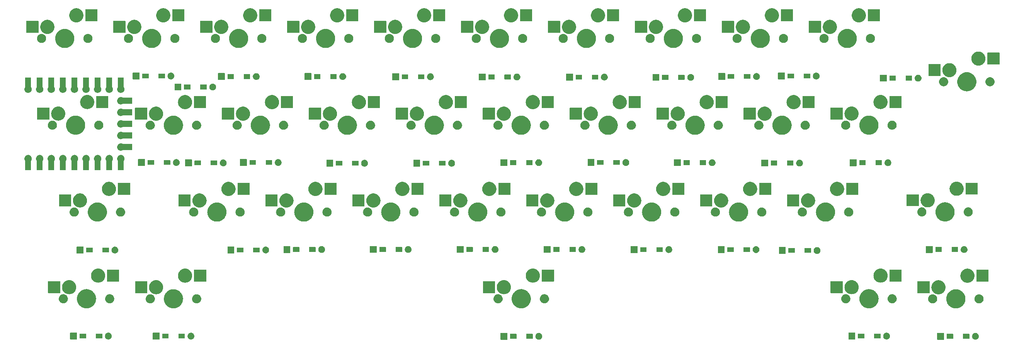
<source format=gbr>
G04 #@! TF.GenerationSoftware,KiCad,Pcbnew,7.0.8*
G04 #@! TF.CreationDate,2024-07-14T10:46:29+09:00*
G04 #@! TF.ProjectId,cool336_pcb,636f6f6c-3333-4365-9f70-63622e6b6963,rev?*
G04 #@! TF.SameCoordinates,Original*
G04 #@! TF.FileFunction,Soldermask,Bot*
G04 #@! TF.FilePolarity,Negative*
%FSLAX46Y46*%
G04 Gerber Fmt 4.6, Leading zero omitted, Abs format (unit mm)*
G04 Created by KiCad (PCBNEW 7.0.8) date 2024-07-14 10:46:29*
%MOMM*%
%LPD*%
G01*
G04 APERTURE LIST*
G04 APERTURE END LIST*
G36*
X96968017Y-64624382D02*
G01*
X96984562Y-64635438D01*
X96995618Y-64651983D01*
X96999500Y-64671500D01*
X96999500Y-66068500D01*
X96995618Y-66088017D01*
X96984562Y-66104562D01*
X96968017Y-66115618D01*
X96948500Y-66119500D01*
X95551500Y-66119500D01*
X95531983Y-66115618D01*
X95515438Y-66104562D01*
X95504382Y-66088017D01*
X95500500Y-66068500D01*
X95500500Y-64671500D01*
X95504382Y-64651983D01*
X95515438Y-64635438D01*
X95531983Y-64624382D01*
X95551500Y-64620500D01*
X96948500Y-64620500D01*
X96968017Y-64624382D01*
G37*
G36*
X103912520Y-64625291D02*
G01*
X103948270Y-64625291D01*
X103988602Y-64633863D01*
X104036779Y-64639292D01*
X104071806Y-64651548D01*
X104101397Y-64657838D01*
X104144037Y-64676823D01*
X104195196Y-64694724D01*
X104221828Y-64711458D01*
X104244405Y-64721510D01*
X104286496Y-64752091D01*
X104337306Y-64784017D01*
X104355553Y-64802264D01*
X104371052Y-64813525D01*
X104409371Y-64856082D01*
X104455983Y-64902694D01*
X104466702Y-64919753D01*
X104475803Y-64929861D01*
X104506939Y-64983790D01*
X104545276Y-65044804D01*
X104550062Y-65058483D01*
X104554072Y-65065428D01*
X104574607Y-65128629D01*
X104600708Y-65203221D01*
X104601697Y-65212003D01*
X104602448Y-65214313D01*
X104609250Y-65279032D01*
X104619500Y-65370000D01*
X104609249Y-65460975D01*
X104602448Y-65525686D01*
X104601697Y-65527995D01*
X104600708Y-65536779D01*
X104574603Y-65611383D01*
X104554072Y-65674571D01*
X104550063Y-65681513D01*
X104545276Y-65695196D01*
X104506931Y-65756220D01*
X104475803Y-65810138D01*
X104466704Y-65820242D01*
X104455983Y-65837306D01*
X104409362Y-65883926D01*
X104371052Y-65926474D01*
X104355557Y-65937731D01*
X104337306Y-65955983D01*
X104286486Y-65987914D01*
X104244405Y-66018489D01*
X104221833Y-66028538D01*
X104195196Y-66045276D01*
X104144027Y-66063180D01*
X104101397Y-66082161D01*
X104071812Y-66088449D01*
X104036779Y-66100708D01*
X103988600Y-66106136D01*
X103948270Y-66114709D01*
X103912520Y-66114709D01*
X103870000Y-66119500D01*
X103827480Y-66114709D01*
X103791730Y-66114709D01*
X103751399Y-66106136D01*
X103703221Y-66100708D01*
X103668188Y-66088449D01*
X103638602Y-66082161D01*
X103595967Y-66063178D01*
X103544804Y-66045276D01*
X103518168Y-66028539D01*
X103495594Y-66018489D01*
X103453505Y-65987909D01*
X103402694Y-65955983D01*
X103384445Y-65937734D01*
X103368947Y-65926474D01*
X103330627Y-65883916D01*
X103284017Y-65837306D01*
X103273297Y-65820246D01*
X103264196Y-65810138D01*
X103233055Y-65756201D01*
X103194724Y-65695196D01*
X103189938Y-65681518D01*
X103185927Y-65674571D01*
X103165382Y-65611343D01*
X103139292Y-65536779D01*
X103138302Y-65527999D01*
X103137551Y-65525686D01*
X103130735Y-65460843D01*
X103120500Y-65370000D01*
X103130734Y-65279164D01*
X103137551Y-65214313D01*
X103138302Y-65211998D01*
X103139292Y-65203221D01*
X103165378Y-65128669D01*
X103185927Y-65065428D01*
X103189938Y-65058479D01*
X103194724Y-65044804D01*
X103233048Y-64983810D01*
X103264196Y-64929861D01*
X103273300Y-64919749D01*
X103284017Y-64902694D01*
X103330613Y-64856097D01*
X103368948Y-64813523D01*
X103384453Y-64802257D01*
X103402694Y-64784017D01*
X103453488Y-64752101D01*
X103495592Y-64721511D01*
X103518173Y-64711456D01*
X103544804Y-64694724D01*
X103595957Y-64676824D01*
X103638602Y-64657838D01*
X103668194Y-64651548D01*
X103703221Y-64639292D01*
X103751396Y-64633863D01*
X103791730Y-64625291D01*
X103827480Y-64625291D01*
X103870000Y-64620500D01*
X103912520Y-64625291D01*
G37*
G36*
X192638017Y-64624382D02*
G01*
X192654562Y-64635438D01*
X192665618Y-64651983D01*
X192669500Y-64671500D01*
X192669500Y-66068500D01*
X192665618Y-66088017D01*
X192654562Y-66104562D01*
X192638017Y-66115618D01*
X192618500Y-66119500D01*
X191221500Y-66119500D01*
X191201983Y-66115618D01*
X191185438Y-66104562D01*
X191174382Y-66088017D01*
X191170500Y-66068500D01*
X191170500Y-64671500D01*
X191174382Y-64651983D01*
X191185438Y-64635438D01*
X191201983Y-64624382D01*
X191221500Y-64620500D01*
X192618500Y-64620500D01*
X192638017Y-64624382D01*
G37*
G36*
X199582520Y-64625291D02*
G01*
X199618270Y-64625291D01*
X199658602Y-64633863D01*
X199706779Y-64639292D01*
X199741806Y-64651548D01*
X199771397Y-64657838D01*
X199814037Y-64676823D01*
X199865196Y-64694724D01*
X199891828Y-64711458D01*
X199914405Y-64721510D01*
X199956496Y-64752091D01*
X200007306Y-64784017D01*
X200025553Y-64802264D01*
X200041052Y-64813525D01*
X200079371Y-64856082D01*
X200125983Y-64902694D01*
X200136702Y-64919753D01*
X200145803Y-64929861D01*
X200176939Y-64983790D01*
X200215276Y-65044804D01*
X200220062Y-65058483D01*
X200224072Y-65065428D01*
X200244607Y-65128629D01*
X200270708Y-65203221D01*
X200271697Y-65212003D01*
X200272448Y-65214313D01*
X200279250Y-65279032D01*
X200289500Y-65370000D01*
X200279249Y-65460975D01*
X200272448Y-65525686D01*
X200271697Y-65527995D01*
X200270708Y-65536779D01*
X200244603Y-65611383D01*
X200224072Y-65674571D01*
X200220063Y-65681513D01*
X200215276Y-65695196D01*
X200176931Y-65756220D01*
X200145803Y-65810138D01*
X200136704Y-65820242D01*
X200125983Y-65837306D01*
X200079362Y-65883926D01*
X200041052Y-65926474D01*
X200025557Y-65937731D01*
X200007306Y-65955983D01*
X199956486Y-65987914D01*
X199914405Y-66018489D01*
X199891833Y-66028538D01*
X199865196Y-66045276D01*
X199814027Y-66063180D01*
X199771397Y-66082161D01*
X199741812Y-66088449D01*
X199706779Y-66100708D01*
X199658600Y-66106136D01*
X199618270Y-66114709D01*
X199582520Y-66114709D01*
X199540000Y-66119500D01*
X199497480Y-66114709D01*
X199461730Y-66114709D01*
X199421399Y-66106136D01*
X199373221Y-66100708D01*
X199338188Y-66088449D01*
X199308602Y-66082161D01*
X199265967Y-66063178D01*
X199214804Y-66045276D01*
X199188168Y-66028539D01*
X199165594Y-66018489D01*
X199123505Y-65987909D01*
X199072694Y-65955983D01*
X199054445Y-65937734D01*
X199038947Y-65926474D01*
X199000627Y-65883916D01*
X198954017Y-65837306D01*
X198943297Y-65820246D01*
X198934196Y-65810138D01*
X198903055Y-65756201D01*
X198864724Y-65695196D01*
X198859938Y-65681518D01*
X198855927Y-65674571D01*
X198835382Y-65611343D01*
X198809292Y-65536779D01*
X198808302Y-65527999D01*
X198807551Y-65525686D01*
X198800735Y-65460843D01*
X198790500Y-65370000D01*
X198800734Y-65279164D01*
X198807551Y-65214313D01*
X198808302Y-65211998D01*
X198809292Y-65203221D01*
X198835378Y-65128669D01*
X198855927Y-65065428D01*
X198859938Y-65058479D01*
X198864724Y-65044804D01*
X198903048Y-64983810D01*
X198934196Y-64929861D01*
X198943300Y-64919749D01*
X198954017Y-64902694D01*
X199000613Y-64856097D01*
X199038948Y-64813523D01*
X199054453Y-64802257D01*
X199072694Y-64784017D01*
X199123488Y-64752101D01*
X199165592Y-64721511D01*
X199188173Y-64711456D01*
X199214804Y-64694724D01*
X199265957Y-64676824D01*
X199308602Y-64657838D01*
X199338194Y-64651548D01*
X199373221Y-64639292D01*
X199421396Y-64633863D01*
X199461730Y-64625291D01*
X199497480Y-64625291D01*
X199540000Y-64620500D01*
X199582520Y-64625291D01*
G37*
G36*
X20753017Y-64584382D02*
G01*
X20769562Y-64595438D01*
X20780618Y-64611983D01*
X20784500Y-64631500D01*
X20784500Y-66028500D01*
X20780618Y-66048017D01*
X20769562Y-66064562D01*
X20753017Y-66075618D01*
X20733500Y-66079500D01*
X19336500Y-66079500D01*
X19316983Y-66075618D01*
X19300438Y-66064562D01*
X19289382Y-66048017D01*
X19285500Y-66028500D01*
X19285500Y-64631500D01*
X19289382Y-64611983D01*
X19300438Y-64595438D01*
X19316983Y-64584382D01*
X19336500Y-64580500D01*
X20733500Y-64580500D01*
X20753017Y-64584382D01*
G37*
G36*
X27697520Y-64585291D02*
G01*
X27733270Y-64585291D01*
X27773602Y-64593863D01*
X27821779Y-64599292D01*
X27856806Y-64611548D01*
X27886397Y-64617838D01*
X27929037Y-64636823D01*
X27980196Y-64654724D01*
X28006828Y-64671458D01*
X28029405Y-64681510D01*
X28071496Y-64712091D01*
X28122306Y-64744017D01*
X28140553Y-64762264D01*
X28156052Y-64773525D01*
X28194371Y-64816082D01*
X28240983Y-64862694D01*
X28251702Y-64879753D01*
X28260803Y-64889861D01*
X28291939Y-64943790D01*
X28330276Y-65004804D01*
X28335062Y-65018483D01*
X28339072Y-65025428D01*
X28359607Y-65088629D01*
X28385708Y-65163221D01*
X28386697Y-65172003D01*
X28387448Y-65174313D01*
X28394250Y-65239032D01*
X28404500Y-65330000D01*
X28394249Y-65420975D01*
X28387448Y-65485686D01*
X28386697Y-65487995D01*
X28385708Y-65496779D01*
X28359603Y-65571383D01*
X28339072Y-65634571D01*
X28335063Y-65641513D01*
X28330276Y-65655196D01*
X28291931Y-65716220D01*
X28260803Y-65770138D01*
X28251704Y-65780242D01*
X28240983Y-65797306D01*
X28194362Y-65843926D01*
X28156052Y-65886474D01*
X28140557Y-65897731D01*
X28122306Y-65915983D01*
X28071486Y-65947914D01*
X28029405Y-65978489D01*
X28006833Y-65988538D01*
X27980196Y-66005276D01*
X27929027Y-66023180D01*
X27886397Y-66042161D01*
X27856812Y-66048449D01*
X27821779Y-66060708D01*
X27773600Y-66066136D01*
X27733270Y-66074709D01*
X27697520Y-66074709D01*
X27655000Y-66079500D01*
X27612480Y-66074709D01*
X27576730Y-66074709D01*
X27536399Y-66066136D01*
X27488221Y-66060708D01*
X27453188Y-66048449D01*
X27423602Y-66042161D01*
X27380967Y-66023178D01*
X27329804Y-66005276D01*
X27303168Y-65988539D01*
X27280594Y-65978489D01*
X27238505Y-65947909D01*
X27187694Y-65915983D01*
X27169445Y-65897734D01*
X27153947Y-65886474D01*
X27115627Y-65843916D01*
X27069017Y-65797306D01*
X27058297Y-65780246D01*
X27049196Y-65770138D01*
X27018055Y-65716201D01*
X26979724Y-65655196D01*
X26974938Y-65641518D01*
X26970927Y-65634571D01*
X26950382Y-65571343D01*
X26924292Y-65496779D01*
X26923302Y-65487999D01*
X26922551Y-65485686D01*
X26915735Y-65420843D01*
X26905500Y-65330000D01*
X26915734Y-65239164D01*
X26922551Y-65174313D01*
X26923302Y-65171998D01*
X26924292Y-65163221D01*
X26950378Y-65088669D01*
X26970927Y-65025428D01*
X26974938Y-65018479D01*
X26979724Y-65004804D01*
X27018048Y-64943810D01*
X27049196Y-64889861D01*
X27058300Y-64879749D01*
X27069017Y-64862694D01*
X27115613Y-64816097D01*
X27153948Y-64773523D01*
X27169453Y-64762257D01*
X27187694Y-64744017D01*
X27238488Y-64712101D01*
X27280592Y-64681511D01*
X27303173Y-64671456D01*
X27329804Y-64654724D01*
X27380957Y-64636824D01*
X27423602Y-64617838D01*
X27453194Y-64611548D01*
X27488221Y-64599292D01*
X27536396Y-64593863D01*
X27576730Y-64585291D01*
X27612480Y-64585291D01*
X27655000Y-64580500D01*
X27697520Y-64585291D01*
G37*
G36*
X173173017Y-64574382D02*
G01*
X173189562Y-64585438D01*
X173200618Y-64601983D01*
X173204500Y-64621500D01*
X173204500Y-66018500D01*
X173200618Y-66038017D01*
X173189562Y-66054562D01*
X173173017Y-66065618D01*
X173153500Y-66069500D01*
X171756500Y-66069500D01*
X171736983Y-66065618D01*
X171720438Y-66054562D01*
X171709382Y-66038017D01*
X171705500Y-66018500D01*
X171705500Y-64621500D01*
X171709382Y-64601983D01*
X171720438Y-64585438D01*
X171736983Y-64574382D01*
X171756500Y-64570500D01*
X173153500Y-64570500D01*
X173173017Y-64574382D01*
G37*
G36*
X180117520Y-64575291D02*
G01*
X180153270Y-64575291D01*
X180193602Y-64583863D01*
X180241779Y-64589292D01*
X180276806Y-64601548D01*
X180306397Y-64607838D01*
X180349037Y-64626823D01*
X180400196Y-64644724D01*
X180426828Y-64661458D01*
X180449405Y-64671510D01*
X180491496Y-64702091D01*
X180542306Y-64734017D01*
X180560553Y-64752264D01*
X180576052Y-64763525D01*
X180614371Y-64806082D01*
X180660983Y-64852694D01*
X180671702Y-64869753D01*
X180680803Y-64879861D01*
X180711939Y-64933790D01*
X180750276Y-64994804D01*
X180755062Y-65008483D01*
X180759072Y-65015428D01*
X180779607Y-65078629D01*
X180805708Y-65153221D01*
X180806697Y-65162003D01*
X180807448Y-65164313D01*
X180814250Y-65229032D01*
X180824500Y-65320000D01*
X180814249Y-65410975D01*
X180807448Y-65475686D01*
X180806697Y-65477995D01*
X180805708Y-65486779D01*
X180779603Y-65561383D01*
X180759072Y-65624571D01*
X180755063Y-65631513D01*
X180750276Y-65645196D01*
X180711931Y-65706220D01*
X180680803Y-65760138D01*
X180671704Y-65770242D01*
X180660983Y-65787306D01*
X180614362Y-65833926D01*
X180576052Y-65876474D01*
X180560557Y-65887731D01*
X180542306Y-65905983D01*
X180491486Y-65937914D01*
X180449405Y-65968489D01*
X180426833Y-65978538D01*
X180400196Y-65995276D01*
X180349027Y-66013180D01*
X180306397Y-66032161D01*
X180276812Y-66038449D01*
X180241779Y-66050708D01*
X180193600Y-66056136D01*
X180153270Y-66064709D01*
X180117520Y-66064709D01*
X180075000Y-66069500D01*
X180032480Y-66064709D01*
X179996730Y-66064709D01*
X179956399Y-66056136D01*
X179908221Y-66050708D01*
X179873188Y-66038449D01*
X179843602Y-66032161D01*
X179800967Y-66013178D01*
X179749804Y-65995276D01*
X179723168Y-65978539D01*
X179700594Y-65968489D01*
X179658505Y-65937909D01*
X179607694Y-65905983D01*
X179589445Y-65887734D01*
X179573947Y-65876474D01*
X179535627Y-65833916D01*
X179489017Y-65787306D01*
X179478297Y-65770246D01*
X179469196Y-65760138D01*
X179438055Y-65706201D01*
X179399724Y-65645196D01*
X179394938Y-65631518D01*
X179390927Y-65624571D01*
X179370382Y-65561343D01*
X179344292Y-65486779D01*
X179343302Y-65477999D01*
X179342551Y-65475686D01*
X179335735Y-65410843D01*
X179325500Y-65320000D01*
X179335734Y-65229164D01*
X179342551Y-65164313D01*
X179343302Y-65161998D01*
X179344292Y-65153221D01*
X179370378Y-65078669D01*
X179390927Y-65015428D01*
X179394938Y-65008479D01*
X179399724Y-64994804D01*
X179438048Y-64933810D01*
X179469196Y-64879861D01*
X179478300Y-64869749D01*
X179489017Y-64852694D01*
X179535613Y-64806097D01*
X179573948Y-64763523D01*
X179589453Y-64752257D01*
X179607694Y-64734017D01*
X179658488Y-64702101D01*
X179700592Y-64671511D01*
X179723173Y-64661456D01*
X179749804Y-64644724D01*
X179800957Y-64626824D01*
X179843602Y-64607838D01*
X179873194Y-64601548D01*
X179908221Y-64589292D01*
X179956396Y-64583863D01*
X179996730Y-64575291D01*
X180032480Y-64575291D01*
X180075000Y-64570500D01*
X180117520Y-64575291D01*
G37*
G36*
X2648017Y-64564382D02*
G01*
X2664562Y-64575438D01*
X2675618Y-64591983D01*
X2679500Y-64611500D01*
X2679500Y-66008500D01*
X2675618Y-66028017D01*
X2664562Y-66044562D01*
X2648017Y-66055618D01*
X2628500Y-66059500D01*
X1231500Y-66059500D01*
X1211983Y-66055618D01*
X1195438Y-66044562D01*
X1184382Y-66028017D01*
X1180500Y-66008500D01*
X1180500Y-64611500D01*
X1184382Y-64591983D01*
X1195438Y-64575438D01*
X1211983Y-64564382D01*
X1231500Y-64560500D01*
X2628500Y-64560500D01*
X2648017Y-64564382D01*
G37*
G36*
X9592520Y-64565291D02*
G01*
X9628270Y-64565291D01*
X9668602Y-64573863D01*
X9716779Y-64579292D01*
X9751806Y-64591548D01*
X9781397Y-64597838D01*
X9824037Y-64616823D01*
X9875196Y-64634724D01*
X9901828Y-64651458D01*
X9924405Y-64661510D01*
X9966496Y-64692091D01*
X10017306Y-64724017D01*
X10035553Y-64742264D01*
X10051052Y-64753525D01*
X10089371Y-64796082D01*
X10135983Y-64842694D01*
X10146702Y-64859753D01*
X10155803Y-64869861D01*
X10186939Y-64923790D01*
X10225276Y-64984804D01*
X10230062Y-64998483D01*
X10234072Y-65005428D01*
X10254607Y-65068629D01*
X10280708Y-65143221D01*
X10281697Y-65152003D01*
X10282448Y-65154313D01*
X10289250Y-65219032D01*
X10299500Y-65310000D01*
X10289249Y-65400975D01*
X10282448Y-65465686D01*
X10281697Y-65467995D01*
X10280708Y-65476779D01*
X10254603Y-65551383D01*
X10234072Y-65614571D01*
X10230063Y-65621513D01*
X10225276Y-65635196D01*
X10186931Y-65696220D01*
X10155803Y-65750138D01*
X10146704Y-65760242D01*
X10135983Y-65777306D01*
X10089362Y-65823926D01*
X10051052Y-65866474D01*
X10035557Y-65877731D01*
X10017306Y-65895983D01*
X9966486Y-65927914D01*
X9924405Y-65958489D01*
X9901833Y-65968538D01*
X9875196Y-65985276D01*
X9824027Y-66003180D01*
X9781397Y-66022161D01*
X9751812Y-66028449D01*
X9716779Y-66040708D01*
X9668600Y-66046136D01*
X9628270Y-66054709D01*
X9592520Y-66054709D01*
X9550000Y-66059500D01*
X9507480Y-66054709D01*
X9471730Y-66054709D01*
X9431399Y-66046136D01*
X9383221Y-66040708D01*
X9348188Y-66028449D01*
X9318602Y-66022161D01*
X9275967Y-66003178D01*
X9224804Y-65985276D01*
X9198168Y-65968539D01*
X9175594Y-65958489D01*
X9133505Y-65927909D01*
X9082694Y-65895983D01*
X9064445Y-65877734D01*
X9048947Y-65866474D01*
X9010627Y-65823916D01*
X8964017Y-65777306D01*
X8953297Y-65760246D01*
X8944196Y-65750138D01*
X8913055Y-65696201D01*
X8874724Y-65635196D01*
X8869938Y-65621518D01*
X8865927Y-65614571D01*
X8845382Y-65551343D01*
X8819292Y-65476779D01*
X8818302Y-65467999D01*
X8817551Y-65465686D01*
X8810735Y-65400843D01*
X8800500Y-65310000D01*
X8810734Y-65219164D01*
X8817551Y-65154313D01*
X8818302Y-65151998D01*
X8819292Y-65143221D01*
X8845378Y-65068669D01*
X8865927Y-65005428D01*
X8869938Y-64998479D01*
X8874724Y-64984804D01*
X8913048Y-64923810D01*
X8944196Y-64869861D01*
X8953300Y-64859749D01*
X8964017Y-64842694D01*
X9010613Y-64796097D01*
X9048948Y-64753523D01*
X9064453Y-64742257D01*
X9082694Y-64724017D01*
X9133488Y-64692101D01*
X9175592Y-64661511D01*
X9198173Y-64651456D01*
X9224804Y-64634724D01*
X9275957Y-64616824D01*
X9318602Y-64597838D01*
X9348194Y-64591548D01*
X9383221Y-64579292D01*
X9431396Y-64573863D01*
X9471730Y-64565291D01*
X9507480Y-64565291D01*
X9550000Y-64560500D01*
X9592520Y-64565291D01*
G37*
G36*
X98954517Y-64847882D02*
G01*
X98971062Y-64858938D01*
X98982118Y-64875483D01*
X98986000Y-64895000D01*
X98986000Y-65845000D01*
X98982118Y-65864517D01*
X98971062Y-65881062D01*
X98954517Y-65892118D01*
X98935000Y-65896000D01*
X97635000Y-65896000D01*
X97615483Y-65892118D01*
X97598938Y-65881062D01*
X97587882Y-65864517D01*
X97584000Y-65845000D01*
X97584000Y-64895000D01*
X97587882Y-64875483D01*
X97598938Y-64858938D01*
X97615483Y-64847882D01*
X97635000Y-64844000D01*
X98935000Y-64844000D01*
X98954517Y-64847882D01*
G37*
G36*
X102504517Y-64847882D02*
G01*
X102521062Y-64858938D01*
X102532118Y-64875483D01*
X102536000Y-64895000D01*
X102536000Y-65845000D01*
X102532118Y-65864517D01*
X102521062Y-65881062D01*
X102504517Y-65892118D01*
X102485000Y-65896000D01*
X101185000Y-65896000D01*
X101165483Y-65892118D01*
X101148938Y-65881062D01*
X101137882Y-65864517D01*
X101134000Y-65845000D01*
X101134000Y-64895000D01*
X101137882Y-64875483D01*
X101148938Y-64858938D01*
X101165483Y-64847882D01*
X101185000Y-64844000D01*
X102485000Y-64844000D01*
X102504517Y-64847882D01*
G37*
G36*
X194624517Y-64847882D02*
G01*
X194641062Y-64858938D01*
X194652118Y-64875483D01*
X194656000Y-64895000D01*
X194656000Y-65845000D01*
X194652118Y-65864517D01*
X194641062Y-65881062D01*
X194624517Y-65892118D01*
X194605000Y-65896000D01*
X193305000Y-65896000D01*
X193285483Y-65892118D01*
X193268938Y-65881062D01*
X193257882Y-65864517D01*
X193254000Y-65845000D01*
X193254000Y-64895000D01*
X193257882Y-64875483D01*
X193268938Y-64858938D01*
X193285483Y-64847882D01*
X193305000Y-64844000D01*
X194605000Y-64844000D01*
X194624517Y-64847882D01*
G37*
G36*
X198174517Y-64847882D02*
G01*
X198191062Y-64858938D01*
X198202118Y-64875483D01*
X198206000Y-64895000D01*
X198206000Y-65845000D01*
X198202118Y-65864517D01*
X198191062Y-65881062D01*
X198174517Y-65892118D01*
X198155000Y-65896000D01*
X196855000Y-65896000D01*
X196835483Y-65892118D01*
X196818938Y-65881062D01*
X196807882Y-65864517D01*
X196804000Y-65845000D01*
X196804000Y-64895000D01*
X196807882Y-64875483D01*
X196818938Y-64858938D01*
X196835483Y-64847882D01*
X196855000Y-64844000D01*
X198155000Y-64844000D01*
X198174517Y-64847882D01*
G37*
G36*
X22739517Y-64807882D02*
G01*
X22756062Y-64818938D01*
X22767118Y-64835483D01*
X22771000Y-64855000D01*
X22771000Y-65805000D01*
X22767118Y-65824517D01*
X22756062Y-65841062D01*
X22739517Y-65852118D01*
X22720000Y-65856000D01*
X21420000Y-65856000D01*
X21400483Y-65852118D01*
X21383938Y-65841062D01*
X21372882Y-65824517D01*
X21369000Y-65805000D01*
X21369000Y-64855000D01*
X21372882Y-64835483D01*
X21383938Y-64818938D01*
X21400483Y-64807882D01*
X21420000Y-64804000D01*
X22720000Y-64804000D01*
X22739517Y-64807882D01*
G37*
G36*
X26289517Y-64807882D02*
G01*
X26306062Y-64818938D01*
X26317118Y-64835483D01*
X26321000Y-64855000D01*
X26321000Y-65805000D01*
X26317118Y-65824517D01*
X26306062Y-65841062D01*
X26289517Y-65852118D01*
X26270000Y-65856000D01*
X24970000Y-65856000D01*
X24950483Y-65852118D01*
X24933938Y-65841062D01*
X24922882Y-65824517D01*
X24919000Y-65805000D01*
X24919000Y-64855000D01*
X24922882Y-64835483D01*
X24933938Y-64818938D01*
X24950483Y-64807882D01*
X24970000Y-64804000D01*
X26270000Y-64804000D01*
X26289517Y-64807882D01*
G37*
G36*
X175159517Y-64797882D02*
G01*
X175176062Y-64808938D01*
X175187118Y-64825483D01*
X175191000Y-64845000D01*
X175191000Y-65795000D01*
X175187118Y-65814517D01*
X175176062Y-65831062D01*
X175159517Y-65842118D01*
X175140000Y-65846000D01*
X173840000Y-65846000D01*
X173820483Y-65842118D01*
X173803938Y-65831062D01*
X173792882Y-65814517D01*
X173789000Y-65795000D01*
X173789000Y-64845000D01*
X173792882Y-64825483D01*
X173803938Y-64808938D01*
X173820483Y-64797882D01*
X173840000Y-64794000D01*
X175140000Y-64794000D01*
X175159517Y-64797882D01*
G37*
G36*
X178709517Y-64797882D02*
G01*
X178726062Y-64808938D01*
X178737118Y-64825483D01*
X178741000Y-64845000D01*
X178741000Y-65795000D01*
X178737118Y-65814517D01*
X178726062Y-65831062D01*
X178709517Y-65842118D01*
X178690000Y-65846000D01*
X177390000Y-65846000D01*
X177370483Y-65842118D01*
X177353938Y-65831062D01*
X177342882Y-65814517D01*
X177339000Y-65795000D01*
X177339000Y-64845000D01*
X177342882Y-64825483D01*
X177353938Y-64808938D01*
X177370483Y-64797882D01*
X177390000Y-64794000D01*
X178690000Y-64794000D01*
X178709517Y-64797882D01*
G37*
G36*
X4634517Y-64787882D02*
G01*
X4651062Y-64798938D01*
X4662118Y-64815483D01*
X4666000Y-64835000D01*
X4666000Y-65785000D01*
X4662118Y-65804517D01*
X4651062Y-65821062D01*
X4634517Y-65832118D01*
X4615000Y-65836000D01*
X3315000Y-65836000D01*
X3295483Y-65832118D01*
X3278938Y-65821062D01*
X3267882Y-65804517D01*
X3264000Y-65785000D01*
X3264000Y-64835000D01*
X3267882Y-64815483D01*
X3278938Y-64798938D01*
X3295483Y-64787882D01*
X3315000Y-64784000D01*
X4615000Y-64784000D01*
X4634517Y-64787882D01*
G37*
G36*
X8184517Y-64787882D02*
G01*
X8201062Y-64798938D01*
X8212118Y-64815483D01*
X8216000Y-64835000D01*
X8216000Y-65785000D01*
X8212118Y-65804517D01*
X8201062Y-65821062D01*
X8184517Y-65832118D01*
X8165000Y-65836000D01*
X6865000Y-65836000D01*
X6845483Y-65832118D01*
X6828938Y-65821062D01*
X6817882Y-65804517D01*
X6814000Y-65785000D01*
X6814000Y-64835000D01*
X6817882Y-64815483D01*
X6828938Y-64798938D01*
X6845483Y-64787882D01*
X6865000Y-64784000D01*
X8165000Y-64784000D01*
X8184517Y-64787882D01*
G37*
G36*
X195318651Y-55043898D02*
G01*
X195391377Y-55043898D01*
X195457679Y-55053010D01*
X195522198Y-55057240D01*
X195597669Y-55072251D01*
X195675461Y-55082944D01*
X195734285Y-55099426D01*
X195791709Y-55110848D01*
X195870461Y-55137580D01*
X195951582Y-55160310D01*
X196002241Y-55182314D01*
X196051917Y-55199177D01*
X196132117Y-55238727D01*
X196214597Y-55274553D01*
X196256767Y-55300197D01*
X196298361Y-55320709D01*
X196377975Y-55373905D01*
X196459605Y-55423546D01*
X196493331Y-55450984D01*
X196526844Y-55473377D01*
X196603672Y-55540753D01*
X196682044Y-55604514D01*
X196707694Y-55631978D01*
X196733441Y-55654558D01*
X196805176Y-55736356D01*
X196877769Y-55814084D01*
X196896033Y-55839959D01*
X196914622Y-55861155D01*
X196978899Y-55957352D01*
X197043135Y-56048354D01*
X197054984Y-56071222D01*
X197067288Y-56089636D01*
X197121744Y-56200063D01*
X197175061Y-56302959D01*
X197181701Y-56321644D01*
X197188823Y-56336085D01*
X197231173Y-56460844D01*
X197271089Y-56573157D01*
X197273915Y-56586758D01*
X197277151Y-56596290D01*
X197305215Y-56737384D01*
X197329431Y-56853914D01*
X197329974Y-56861855D01*
X197330759Y-56865801D01*
X197342579Y-57046136D01*
X197349000Y-57140000D01*
X197342578Y-57233870D01*
X197330759Y-57414198D01*
X197329974Y-57418142D01*
X197329431Y-57426086D01*
X197305211Y-57542637D01*
X197277151Y-57683709D01*
X197273915Y-57693239D01*
X197271089Y-57706843D01*
X197231165Y-57819176D01*
X197188822Y-57943917D01*
X197181701Y-57958355D01*
X197175061Y-57977041D01*
X197121750Y-58079924D01*
X197067290Y-58190361D01*
X197054984Y-58208776D01*
X197043135Y-58231646D01*
X196978891Y-58322657D01*
X196914622Y-58418844D01*
X196896037Y-58440035D01*
X196877769Y-58465916D01*
X196805162Y-58543658D01*
X196733441Y-58625441D01*
X196707699Y-58648015D01*
X196682044Y-58675486D01*
X196603656Y-58739258D01*
X196526844Y-58806622D01*
X196493338Y-58829009D01*
X196459605Y-58856454D01*
X196377958Y-58906104D01*
X196298361Y-58959290D01*
X196256775Y-58979797D01*
X196214597Y-59005447D01*
X196132100Y-59041280D01*
X196051917Y-59080822D01*
X196002251Y-59097681D01*
X195951582Y-59119690D01*
X195870444Y-59142423D01*
X195791709Y-59169151D01*
X195734298Y-59180570D01*
X195675461Y-59197056D01*
X195597653Y-59207750D01*
X195522198Y-59222759D01*
X195457693Y-59226987D01*
X195391377Y-59236102D01*
X195318636Y-59236102D01*
X195248000Y-59240732D01*
X195177364Y-59236102D01*
X195104623Y-59236102D01*
X195038307Y-59226987D01*
X194973801Y-59222759D01*
X194898343Y-59207749D01*
X194820539Y-59197056D01*
X194761704Y-59180571D01*
X194704290Y-59169151D01*
X194625549Y-59142422D01*
X194544418Y-59119690D01*
X194493751Y-59097682D01*
X194444082Y-59080822D01*
X194363891Y-59041276D01*
X194281403Y-59005447D01*
X194239228Y-58979799D01*
X194197638Y-58959290D01*
X194118030Y-58906097D01*
X194036395Y-58856454D01*
X194002666Y-58829013D01*
X193969155Y-58806622D01*
X193892329Y-58739247D01*
X193813956Y-58675486D01*
X193788305Y-58648020D01*
X193762558Y-58625441D01*
X193690821Y-58543641D01*
X193618231Y-58465916D01*
X193599966Y-58440041D01*
X193581377Y-58418844D01*
X193517089Y-58322631D01*
X193452865Y-58231646D01*
X193441018Y-58208783D01*
X193428709Y-58190361D01*
X193374228Y-58079884D01*
X193320939Y-57977041D01*
X193314300Y-57958362D01*
X193307177Y-57943917D01*
X193264811Y-57819113D01*
X193224911Y-57706843D01*
X193222085Y-57693246D01*
X193218848Y-57683709D01*
X193190765Y-57542525D01*
X193166569Y-57426086D01*
X193166026Y-57418150D01*
X193165240Y-57414198D01*
X193153397Y-57233520D01*
X193147000Y-57140000D01*
X193153396Y-57046487D01*
X193165240Y-56865801D01*
X193166026Y-56861847D01*
X193166569Y-56853914D01*
X193190760Y-56737496D01*
X193218848Y-56596290D01*
X193222086Y-56586750D01*
X193224911Y-56573157D01*
X193264804Y-56460907D01*
X193307176Y-56336085D01*
X193314300Y-56321637D01*
X193320939Y-56302959D01*
X193374234Y-56200103D01*
X193428711Y-56089636D01*
X193441018Y-56071216D01*
X193452865Y-56048354D01*
X193517082Y-55957379D01*
X193581377Y-55861155D01*
X193599970Y-55839953D01*
X193618231Y-55814084D01*
X193690807Y-55736374D01*
X193762558Y-55654558D01*
X193788310Y-55631973D01*
X193813956Y-55604514D01*
X193892313Y-55540765D01*
X193969155Y-55473377D01*
X194002672Y-55450981D01*
X194036395Y-55423546D01*
X194118020Y-55373908D01*
X194197636Y-55320711D01*
X194239228Y-55300199D01*
X194281403Y-55274553D01*
X194363885Y-55238726D01*
X194444085Y-55199176D01*
X194493762Y-55182312D01*
X194544418Y-55160310D01*
X194625533Y-55137582D01*
X194704290Y-55110848D01*
X194761716Y-55099425D01*
X194820539Y-55082944D01*
X194898327Y-55072252D01*
X194973801Y-55057240D01*
X195038321Y-55053010D01*
X195104623Y-55043898D01*
X195177349Y-55043898D01*
X195248000Y-55039267D01*
X195318651Y-55043898D01*
G37*
G36*
X23891901Y-55033898D02*
G01*
X23964627Y-55033898D01*
X24030929Y-55043010D01*
X24095448Y-55047240D01*
X24170919Y-55062251D01*
X24248711Y-55072944D01*
X24307535Y-55089426D01*
X24364959Y-55100848D01*
X24443711Y-55127580D01*
X24524832Y-55150310D01*
X24575491Y-55172314D01*
X24625167Y-55189177D01*
X24705367Y-55228727D01*
X24787847Y-55264553D01*
X24830017Y-55290197D01*
X24871611Y-55310709D01*
X24951225Y-55363905D01*
X25032855Y-55413546D01*
X25066581Y-55440984D01*
X25100094Y-55463377D01*
X25176922Y-55530753D01*
X25255294Y-55594514D01*
X25280944Y-55621978D01*
X25306691Y-55644558D01*
X25378426Y-55726356D01*
X25451019Y-55804084D01*
X25469283Y-55829959D01*
X25487872Y-55851155D01*
X25552149Y-55947352D01*
X25616385Y-56038354D01*
X25628234Y-56061222D01*
X25640538Y-56079636D01*
X25694994Y-56190063D01*
X25748311Y-56292959D01*
X25754951Y-56311644D01*
X25762073Y-56326085D01*
X25804423Y-56450844D01*
X25844339Y-56563157D01*
X25847165Y-56576758D01*
X25850401Y-56586290D01*
X25878465Y-56727384D01*
X25902681Y-56843914D01*
X25903224Y-56851855D01*
X25904009Y-56855801D01*
X25915829Y-57036136D01*
X25922250Y-57130000D01*
X25915828Y-57223870D01*
X25904009Y-57404198D01*
X25903224Y-57408142D01*
X25902681Y-57416086D01*
X25878461Y-57532637D01*
X25850401Y-57673709D01*
X25847165Y-57683239D01*
X25844339Y-57696843D01*
X25804415Y-57809176D01*
X25762072Y-57933917D01*
X25754951Y-57948355D01*
X25748311Y-57967041D01*
X25695000Y-58069924D01*
X25640540Y-58180361D01*
X25628234Y-58198776D01*
X25616385Y-58221646D01*
X25552141Y-58312657D01*
X25487872Y-58408844D01*
X25469287Y-58430035D01*
X25451019Y-58455916D01*
X25378412Y-58533658D01*
X25306691Y-58615441D01*
X25280949Y-58638015D01*
X25255294Y-58665486D01*
X25176906Y-58729258D01*
X25100094Y-58796622D01*
X25066588Y-58819009D01*
X25032855Y-58846454D01*
X24951208Y-58896104D01*
X24871611Y-58949290D01*
X24830025Y-58969797D01*
X24787847Y-58995447D01*
X24705350Y-59031280D01*
X24625167Y-59070822D01*
X24575501Y-59087681D01*
X24524832Y-59109690D01*
X24443694Y-59132423D01*
X24364959Y-59159151D01*
X24307548Y-59170570D01*
X24248711Y-59187056D01*
X24170903Y-59197750D01*
X24095448Y-59212759D01*
X24030943Y-59216987D01*
X23964627Y-59226102D01*
X23891886Y-59226102D01*
X23821250Y-59230732D01*
X23750614Y-59226102D01*
X23677873Y-59226102D01*
X23611557Y-59216987D01*
X23547051Y-59212759D01*
X23471593Y-59197749D01*
X23393789Y-59187056D01*
X23334954Y-59170571D01*
X23277540Y-59159151D01*
X23198799Y-59132422D01*
X23117668Y-59109690D01*
X23067001Y-59087682D01*
X23017332Y-59070822D01*
X22937141Y-59031276D01*
X22854653Y-58995447D01*
X22812478Y-58969799D01*
X22770888Y-58949290D01*
X22691280Y-58896097D01*
X22609645Y-58846454D01*
X22575916Y-58819013D01*
X22542405Y-58796622D01*
X22465579Y-58729247D01*
X22387206Y-58665486D01*
X22361555Y-58638020D01*
X22335808Y-58615441D01*
X22264071Y-58533641D01*
X22191481Y-58455916D01*
X22173216Y-58430041D01*
X22154627Y-58408844D01*
X22090339Y-58312631D01*
X22026115Y-58221646D01*
X22014268Y-58198783D01*
X22001959Y-58180361D01*
X21947478Y-58069884D01*
X21894189Y-57967041D01*
X21887550Y-57948362D01*
X21880427Y-57933917D01*
X21838061Y-57809113D01*
X21798161Y-57696843D01*
X21795335Y-57683246D01*
X21792098Y-57673709D01*
X21764015Y-57532525D01*
X21739819Y-57416086D01*
X21739276Y-57408150D01*
X21738490Y-57404198D01*
X21726647Y-57223520D01*
X21720250Y-57130000D01*
X21726646Y-57036487D01*
X21738490Y-56855801D01*
X21739276Y-56851847D01*
X21739819Y-56843914D01*
X21764010Y-56727496D01*
X21792098Y-56586290D01*
X21795336Y-56576750D01*
X21798161Y-56563157D01*
X21838054Y-56450907D01*
X21880426Y-56326085D01*
X21887550Y-56311637D01*
X21894189Y-56292959D01*
X21947484Y-56190103D01*
X22001961Y-56079636D01*
X22014268Y-56061216D01*
X22026115Y-56038354D01*
X22090332Y-55947379D01*
X22154627Y-55851155D01*
X22173220Y-55829953D01*
X22191481Y-55804084D01*
X22264057Y-55726374D01*
X22335808Y-55644558D01*
X22361560Y-55621973D01*
X22387206Y-55594514D01*
X22465563Y-55530765D01*
X22542405Y-55463377D01*
X22575922Y-55440981D01*
X22609645Y-55413546D01*
X22691270Y-55363908D01*
X22770886Y-55310711D01*
X22812478Y-55290199D01*
X22854653Y-55264553D01*
X22937135Y-55228726D01*
X23017335Y-55189176D01*
X23067012Y-55172312D01*
X23117668Y-55150310D01*
X23198783Y-55127582D01*
X23277540Y-55100848D01*
X23334966Y-55089425D01*
X23393789Y-55072944D01*
X23471577Y-55062252D01*
X23547051Y-55047240D01*
X23611571Y-55043010D01*
X23677873Y-55033898D01*
X23750599Y-55033898D01*
X23821250Y-55029267D01*
X23891901Y-55033898D01*
G37*
G36*
X4835651Y-55023898D02*
G01*
X4908377Y-55023898D01*
X4974679Y-55033010D01*
X5039198Y-55037240D01*
X5114669Y-55052251D01*
X5192461Y-55062944D01*
X5251285Y-55079426D01*
X5308709Y-55090848D01*
X5387461Y-55117580D01*
X5468582Y-55140310D01*
X5519241Y-55162314D01*
X5568917Y-55179177D01*
X5649117Y-55218727D01*
X5731597Y-55254553D01*
X5773767Y-55280197D01*
X5815361Y-55300709D01*
X5894975Y-55353905D01*
X5976605Y-55403546D01*
X6010331Y-55430984D01*
X6043844Y-55453377D01*
X6120672Y-55520753D01*
X6199044Y-55584514D01*
X6224694Y-55611978D01*
X6250441Y-55634558D01*
X6322176Y-55716356D01*
X6394769Y-55794084D01*
X6413033Y-55819959D01*
X6431622Y-55841155D01*
X6495899Y-55937352D01*
X6560135Y-56028354D01*
X6571984Y-56051222D01*
X6584288Y-56069636D01*
X6638744Y-56180063D01*
X6692061Y-56282959D01*
X6698701Y-56301644D01*
X6705823Y-56316085D01*
X6748173Y-56440844D01*
X6788089Y-56553157D01*
X6790915Y-56566758D01*
X6794151Y-56576290D01*
X6822215Y-56717384D01*
X6846431Y-56833914D01*
X6846974Y-56841855D01*
X6847759Y-56845801D01*
X6859579Y-57026136D01*
X6866000Y-57120000D01*
X6859578Y-57213870D01*
X6847759Y-57394198D01*
X6846974Y-57398142D01*
X6846431Y-57406086D01*
X6822211Y-57522637D01*
X6794151Y-57663709D01*
X6790915Y-57673239D01*
X6788089Y-57686843D01*
X6748165Y-57799176D01*
X6705822Y-57923917D01*
X6698701Y-57938355D01*
X6692061Y-57957041D01*
X6638750Y-58059924D01*
X6584290Y-58170361D01*
X6571984Y-58188776D01*
X6560135Y-58211646D01*
X6495891Y-58302657D01*
X6431622Y-58398844D01*
X6413037Y-58420035D01*
X6394769Y-58445916D01*
X6322162Y-58523658D01*
X6250441Y-58605441D01*
X6224699Y-58628015D01*
X6199044Y-58655486D01*
X6120656Y-58719258D01*
X6043844Y-58786622D01*
X6010338Y-58809009D01*
X5976605Y-58836454D01*
X5894958Y-58886104D01*
X5815361Y-58939290D01*
X5773775Y-58959797D01*
X5731597Y-58985447D01*
X5649100Y-59021280D01*
X5568917Y-59060822D01*
X5519251Y-59077681D01*
X5468582Y-59099690D01*
X5387444Y-59122423D01*
X5308709Y-59149151D01*
X5251298Y-59160570D01*
X5192461Y-59177056D01*
X5114653Y-59187750D01*
X5039198Y-59202759D01*
X4974693Y-59206987D01*
X4908377Y-59216102D01*
X4835636Y-59216102D01*
X4765000Y-59220732D01*
X4694364Y-59216102D01*
X4621623Y-59216102D01*
X4555307Y-59206987D01*
X4490801Y-59202759D01*
X4415343Y-59187749D01*
X4337539Y-59177056D01*
X4278704Y-59160571D01*
X4221290Y-59149151D01*
X4142549Y-59122422D01*
X4061418Y-59099690D01*
X4010751Y-59077682D01*
X3961082Y-59060822D01*
X3880891Y-59021276D01*
X3798403Y-58985447D01*
X3756228Y-58959799D01*
X3714638Y-58939290D01*
X3635030Y-58886097D01*
X3553395Y-58836454D01*
X3519666Y-58809013D01*
X3486155Y-58786622D01*
X3409329Y-58719247D01*
X3330956Y-58655486D01*
X3305305Y-58628020D01*
X3279558Y-58605441D01*
X3207821Y-58523641D01*
X3135231Y-58445916D01*
X3116966Y-58420041D01*
X3098377Y-58398844D01*
X3034089Y-58302631D01*
X2969865Y-58211646D01*
X2958018Y-58188783D01*
X2945709Y-58170361D01*
X2891228Y-58059884D01*
X2837939Y-57957041D01*
X2831300Y-57938362D01*
X2824177Y-57923917D01*
X2781811Y-57799113D01*
X2741911Y-57686843D01*
X2739085Y-57673246D01*
X2735848Y-57663709D01*
X2707765Y-57522525D01*
X2683569Y-57406086D01*
X2683026Y-57398150D01*
X2682240Y-57394198D01*
X2670397Y-57213520D01*
X2664000Y-57120000D01*
X2670396Y-57026487D01*
X2682240Y-56845801D01*
X2683026Y-56841847D01*
X2683569Y-56833914D01*
X2707760Y-56717496D01*
X2735848Y-56576290D01*
X2739086Y-56566750D01*
X2741911Y-56553157D01*
X2781804Y-56440907D01*
X2824176Y-56316085D01*
X2831300Y-56301637D01*
X2837939Y-56282959D01*
X2891234Y-56180103D01*
X2945711Y-56069636D01*
X2958018Y-56051216D01*
X2969865Y-56028354D01*
X3034082Y-55937379D01*
X3098377Y-55841155D01*
X3116970Y-55819953D01*
X3135231Y-55794084D01*
X3207807Y-55716374D01*
X3279558Y-55634558D01*
X3305310Y-55611973D01*
X3330956Y-55584514D01*
X3409313Y-55520765D01*
X3486155Y-55453377D01*
X3519672Y-55430981D01*
X3553395Y-55403546D01*
X3635020Y-55353908D01*
X3714636Y-55300711D01*
X3756228Y-55280199D01*
X3798403Y-55254553D01*
X3880885Y-55218726D01*
X3961085Y-55179176D01*
X4010762Y-55162312D01*
X4061418Y-55140310D01*
X4142533Y-55117582D01*
X4221290Y-55090848D01*
X4278716Y-55079425D01*
X4337539Y-55062944D01*
X4415327Y-55052252D01*
X4490801Y-55037240D01*
X4555321Y-55033010D01*
X4621623Y-55023898D01*
X4694349Y-55023898D01*
X4765000Y-55019267D01*
X4835651Y-55023898D01*
G37*
G36*
X100093151Y-55023898D02*
G01*
X100165877Y-55023898D01*
X100232179Y-55033010D01*
X100296698Y-55037240D01*
X100372169Y-55052251D01*
X100449961Y-55062944D01*
X100508785Y-55079426D01*
X100566209Y-55090848D01*
X100644961Y-55117580D01*
X100726082Y-55140310D01*
X100776741Y-55162314D01*
X100826417Y-55179177D01*
X100906617Y-55218727D01*
X100989097Y-55254553D01*
X101031267Y-55280197D01*
X101072861Y-55300709D01*
X101152475Y-55353905D01*
X101234105Y-55403546D01*
X101267831Y-55430984D01*
X101301344Y-55453377D01*
X101378172Y-55520753D01*
X101456544Y-55584514D01*
X101482194Y-55611978D01*
X101507941Y-55634558D01*
X101579676Y-55716356D01*
X101652269Y-55794084D01*
X101670533Y-55819959D01*
X101689122Y-55841155D01*
X101753399Y-55937352D01*
X101817635Y-56028354D01*
X101829484Y-56051222D01*
X101841788Y-56069636D01*
X101896244Y-56180063D01*
X101949561Y-56282959D01*
X101956201Y-56301644D01*
X101963323Y-56316085D01*
X102005673Y-56440844D01*
X102045589Y-56553157D01*
X102048415Y-56566758D01*
X102051651Y-56576290D01*
X102079715Y-56717384D01*
X102103931Y-56833914D01*
X102104474Y-56841855D01*
X102105259Y-56845801D01*
X102117079Y-57026136D01*
X102123500Y-57120000D01*
X102117078Y-57213870D01*
X102105259Y-57394198D01*
X102104474Y-57398142D01*
X102103931Y-57406086D01*
X102079711Y-57522637D01*
X102051651Y-57663709D01*
X102048415Y-57673239D01*
X102045589Y-57686843D01*
X102005665Y-57799176D01*
X101963322Y-57923917D01*
X101956201Y-57938355D01*
X101949561Y-57957041D01*
X101896250Y-58059924D01*
X101841790Y-58170361D01*
X101829484Y-58188776D01*
X101817635Y-58211646D01*
X101753391Y-58302657D01*
X101689122Y-58398844D01*
X101670537Y-58420035D01*
X101652269Y-58445916D01*
X101579662Y-58523658D01*
X101507941Y-58605441D01*
X101482199Y-58628015D01*
X101456544Y-58655486D01*
X101378156Y-58719258D01*
X101301344Y-58786622D01*
X101267838Y-58809009D01*
X101234105Y-58836454D01*
X101152458Y-58886104D01*
X101072861Y-58939290D01*
X101031275Y-58959797D01*
X100989097Y-58985447D01*
X100906600Y-59021280D01*
X100826417Y-59060822D01*
X100776751Y-59077681D01*
X100726082Y-59099690D01*
X100644944Y-59122423D01*
X100566209Y-59149151D01*
X100508798Y-59160570D01*
X100449961Y-59177056D01*
X100372153Y-59187750D01*
X100296698Y-59202759D01*
X100232193Y-59206987D01*
X100165877Y-59216102D01*
X100093136Y-59216102D01*
X100022500Y-59220732D01*
X99951864Y-59216102D01*
X99879123Y-59216102D01*
X99812807Y-59206987D01*
X99748301Y-59202759D01*
X99672843Y-59187749D01*
X99595039Y-59177056D01*
X99536204Y-59160571D01*
X99478790Y-59149151D01*
X99400049Y-59122422D01*
X99318918Y-59099690D01*
X99268251Y-59077682D01*
X99218582Y-59060822D01*
X99138391Y-59021276D01*
X99055903Y-58985447D01*
X99013728Y-58959799D01*
X98972138Y-58939290D01*
X98892530Y-58886097D01*
X98810895Y-58836454D01*
X98777166Y-58809013D01*
X98743655Y-58786622D01*
X98666829Y-58719247D01*
X98588456Y-58655486D01*
X98562805Y-58628020D01*
X98537058Y-58605441D01*
X98465321Y-58523641D01*
X98392731Y-58445916D01*
X98374466Y-58420041D01*
X98355877Y-58398844D01*
X98291589Y-58302631D01*
X98227365Y-58211646D01*
X98215518Y-58188783D01*
X98203209Y-58170361D01*
X98148728Y-58059884D01*
X98095439Y-57957041D01*
X98088800Y-57938362D01*
X98081677Y-57923917D01*
X98039311Y-57799113D01*
X97999411Y-57686843D01*
X97996585Y-57673246D01*
X97993348Y-57663709D01*
X97965265Y-57522525D01*
X97941069Y-57406086D01*
X97940526Y-57398150D01*
X97939740Y-57394198D01*
X97927897Y-57213520D01*
X97921500Y-57120000D01*
X97927896Y-57026487D01*
X97939740Y-56845801D01*
X97940526Y-56841847D01*
X97941069Y-56833914D01*
X97965260Y-56717496D01*
X97993348Y-56576290D01*
X97996586Y-56566750D01*
X97999411Y-56553157D01*
X98039304Y-56440907D01*
X98081676Y-56316085D01*
X98088800Y-56301637D01*
X98095439Y-56282959D01*
X98148734Y-56180103D01*
X98203211Y-56069636D01*
X98215518Y-56051216D01*
X98227365Y-56028354D01*
X98291582Y-55937379D01*
X98355877Y-55841155D01*
X98374470Y-55819953D01*
X98392731Y-55794084D01*
X98465307Y-55716374D01*
X98537058Y-55634558D01*
X98562810Y-55611973D01*
X98588456Y-55584514D01*
X98666813Y-55520765D01*
X98743655Y-55453377D01*
X98777172Y-55430981D01*
X98810895Y-55403546D01*
X98892520Y-55353908D01*
X98972136Y-55300711D01*
X99013728Y-55280199D01*
X99055903Y-55254553D01*
X99138385Y-55218726D01*
X99218585Y-55179176D01*
X99268262Y-55162312D01*
X99318918Y-55140310D01*
X99400033Y-55117582D01*
X99478790Y-55090848D01*
X99536216Y-55079425D01*
X99595039Y-55062944D01*
X99672827Y-55052252D01*
X99748301Y-55037240D01*
X99812821Y-55033010D01*
X99879123Y-55023898D01*
X99951849Y-55023898D01*
X100022500Y-55019267D01*
X100093151Y-55023898D01*
G37*
G36*
X176283151Y-55023898D02*
G01*
X176355877Y-55023898D01*
X176422179Y-55033010D01*
X176486698Y-55037240D01*
X176562169Y-55052251D01*
X176639961Y-55062944D01*
X176698785Y-55079426D01*
X176756209Y-55090848D01*
X176834961Y-55117580D01*
X176916082Y-55140310D01*
X176966741Y-55162314D01*
X177016417Y-55179177D01*
X177096617Y-55218727D01*
X177179097Y-55254553D01*
X177221267Y-55280197D01*
X177262861Y-55300709D01*
X177342475Y-55353905D01*
X177424105Y-55403546D01*
X177457831Y-55430984D01*
X177491344Y-55453377D01*
X177568172Y-55520753D01*
X177646544Y-55584514D01*
X177672194Y-55611978D01*
X177697941Y-55634558D01*
X177769676Y-55716356D01*
X177842269Y-55794084D01*
X177860533Y-55819959D01*
X177879122Y-55841155D01*
X177943399Y-55937352D01*
X178007635Y-56028354D01*
X178019484Y-56051222D01*
X178031788Y-56069636D01*
X178086244Y-56180063D01*
X178139561Y-56282959D01*
X178146201Y-56301644D01*
X178153323Y-56316085D01*
X178195673Y-56440844D01*
X178235589Y-56553157D01*
X178238415Y-56566758D01*
X178241651Y-56576290D01*
X178269715Y-56717384D01*
X178293931Y-56833914D01*
X178294474Y-56841855D01*
X178295259Y-56845801D01*
X178307079Y-57026136D01*
X178313500Y-57120000D01*
X178307078Y-57213870D01*
X178295259Y-57394198D01*
X178294474Y-57398142D01*
X178293931Y-57406086D01*
X178269711Y-57522637D01*
X178241651Y-57663709D01*
X178238415Y-57673239D01*
X178235589Y-57686843D01*
X178195665Y-57799176D01*
X178153322Y-57923917D01*
X178146201Y-57938355D01*
X178139561Y-57957041D01*
X178086250Y-58059924D01*
X178031790Y-58170361D01*
X178019484Y-58188776D01*
X178007635Y-58211646D01*
X177943391Y-58302657D01*
X177879122Y-58398844D01*
X177860537Y-58420035D01*
X177842269Y-58445916D01*
X177769662Y-58523658D01*
X177697941Y-58605441D01*
X177672199Y-58628015D01*
X177646544Y-58655486D01*
X177568156Y-58719258D01*
X177491344Y-58786622D01*
X177457838Y-58809009D01*
X177424105Y-58836454D01*
X177342458Y-58886104D01*
X177262861Y-58939290D01*
X177221275Y-58959797D01*
X177179097Y-58985447D01*
X177096600Y-59021280D01*
X177016417Y-59060822D01*
X176966751Y-59077681D01*
X176916082Y-59099690D01*
X176834944Y-59122423D01*
X176756209Y-59149151D01*
X176698798Y-59160570D01*
X176639961Y-59177056D01*
X176562153Y-59187750D01*
X176486698Y-59202759D01*
X176422193Y-59206987D01*
X176355877Y-59216102D01*
X176283136Y-59216102D01*
X176212500Y-59220732D01*
X176141864Y-59216102D01*
X176069123Y-59216102D01*
X176002807Y-59206987D01*
X175938301Y-59202759D01*
X175862843Y-59187749D01*
X175785039Y-59177056D01*
X175726204Y-59160571D01*
X175668790Y-59149151D01*
X175590049Y-59122422D01*
X175508918Y-59099690D01*
X175458251Y-59077682D01*
X175408582Y-59060822D01*
X175328391Y-59021276D01*
X175245903Y-58985447D01*
X175203728Y-58959799D01*
X175162138Y-58939290D01*
X175082530Y-58886097D01*
X175000895Y-58836454D01*
X174967166Y-58809013D01*
X174933655Y-58786622D01*
X174856829Y-58719247D01*
X174778456Y-58655486D01*
X174752805Y-58628020D01*
X174727058Y-58605441D01*
X174655321Y-58523641D01*
X174582731Y-58445916D01*
X174564466Y-58420041D01*
X174545877Y-58398844D01*
X174481589Y-58302631D01*
X174417365Y-58211646D01*
X174405518Y-58188783D01*
X174393209Y-58170361D01*
X174338728Y-58059884D01*
X174285439Y-57957041D01*
X174278800Y-57938362D01*
X174271677Y-57923917D01*
X174229311Y-57799113D01*
X174189411Y-57686843D01*
X174186585Y-57673246D01*
X174183348Y-57663709D01*
X174155265Y-57522525D01*
X174131069Y-57406086D01*
X174130526Y-57398150D01*
X174129740Y-57394198D01*
X174117897Y-57213520D01*
X174111500Y-57120000D01*
X174117896Y-57026487D01*
X174129740Y-56845801D01*
X174130526Y-56841847D01*
X174131069Y-56833914D01*
X174155260Y-56717496D01*
X174183348Y-56576290D01*
X174186586Y-56566750D01*
X174189411Y-56553157D01*
X174229304Y-56440907D01*
X174271676Y-56316085D01*
X174278800Y-56301637D01*
X174285439Y-56282959D01*
X174338734Y-56180103D01*
X174393211Y-56069636D01*
X174405518Y-56051216D01*
X174417365Y-56028354D01*
X174481582Y-55937379D01*
X174545877Y-55841155D01*
X174564470Y-55819953D01*
X174582731Y-55794084D01*
X174655307Y-55716374D01*
X174727058Y-55634558D01*
X174752810Y-55611973D01*
X174778456Y-55584514D01*
X174856813Y-55520765D01*
X174933655Y-55453377D01*
X174967172Y-55430981D01*
X175000895Y-55403546D01*
X175082520Y-55353908D01*
X175162136Y-55300711D01*
X175203728Y-55280199D01*
X175245903Y-55254553D01*
X175328385Y-55218726D01*
X175408585Y-55179176D01*
X175458262Y-55162312D01*
X175508918Y-55140310D01*
X175590033Y-55117582D01*
X175668790Y-55090848D01*
X175726216Y-55079425D01*
X175785039Y-55062944D01*
X175862827Y-55052252D01*
X175938301Y-55037240D01*
X176002821Y-55033010D01*
X176069123Y-55023898D01*
X176141849Y-55023898D01*
X176212500Y-55019267D01*
X176283151Y-55023898D01*
G37*
G36*
X190216765Y-56143803D02*
G01*
X190260309Y-56143803D01*
X190308801Y-56152867D01*
X190363285Y-56158234D01*
X190404675Y-56170789D01*
X190441792Y-56177728D01*
X190493199Y-56197643D01*
X190551066Y-56215197D01*
X190584129Y-56232869D01*
X190613947Y-56244421D01*
X190665755Y-56276499D01*
X190724126Y-56307699D01*
X190748651Y-56327826D01*
X190770914Y-56341611D01*
X190820239Y-56386577D01*
X190875814Y-56432186D01*
X190892283Y-56452253D01*
X190907350Y-56465989D01*
X190951094Y-56523915D01*
X191000301Y-56583874D01*
X191009815Y-56601673D01*
X191018610Y-56613320D01*
X191053602Y-56683595D01*
X191092803Y-56756934D01*
X191096983Y-56770716D01*
X191100906Y-56778593D01*
X191124074Y-56860021D01*
X191149766Y-56944715D01*
X191150610Y-56953284D01*
X191151429Y-56956163D01*
X191159942Y-57048035D01*
X191169000Y-57140000D01*
X191159941Y-57231972D01*
X191151429Y-57323836D01*
X191150610Y-57326713D01*
X191149766Y-57335285D01*
X191124069Y-57419993D01*
X191100906Y-57501406D01*
X191096984Y-57509281D01*
X191092803Y-57523066D01*
X191053595Y-57596418D01*
X191018610Y-57666679D01*
X191009816Y-57678322D01*
X191000301Y-57696126D01*
X190951084Y-57756096D01*
X190907350Y-57814010D01*
X190892286Y-57827742D01*
X190875814Y-57847814D01*
X190820228Y-57893431D01*
X190770914Y-57938388D01*
X190748656Y-57952169D01*
X190724126Y-57972301D01*
X190665743Y-58003507D01*
X190613947Y-58035578D01*
X190584136Y-58047126D01*
X190551066Y-58064803D01*
X190493187Y-58082360D01*
X190441792Y-58102271D01*
X190404682Y-58109208D01*
X190363285Y-58121766D01*
X190308798Y-58127132D01*
X190260309Y-58136197D01*
X190216765Y-58136197D01*
X190168000Y-58141000D01*
X190119235Y-58136197D01*
X190075691Y-58136197D01*
X190027200Y-58127132D01*
X189972715Y-58121766D01*
X189931318Y-58109208D01*
X189894207Y-58102271D01*
X189842807Y-58082358D01*
X189784934Y-58064803D01*
X189751866Y-58047128D01*
X189722052Y-58035578D01*
X189670249Y-58003503D01*
X189611874Y-57972301D01*
X189587346Y-57952171D01*
X189565085Y-57938388D01*
X189515761Y-57893423D01*
X189460186Y-57847814D01*
X189443716Y-57827745D01*
X189428649Y-57814010D01*
X189384902Y-57756080D01*
X189335699Y-57696126D01*
X189326185Y-57678327D01*
X189317389Y-57666679D01*
X189282389Y-57596390D01*
X189243197Y-57523066D01*
X189239017Y-57509286D01*
X189235093Y-57501406D01*
X189211914Y-57419940D01*
X189186234Y-57335285D01*
X189185390Y-57326719D01*
X189184570Y-57323836D01*
X189176041Y-57231800D01*
X189167000Y-57140000D01*
X189176040Y-57048207D01*
X189184570Y-56956163D01*
X189185390Y-56953279D01*
X189186234Y-56944715D01*
X189211909Y-56860074D01*
X189235093Y-56778593D01*
X189239017Y-56770710D01*
X189243197Y-56756934D01*
X189282382Y-56683622D01*
X189317389Y-56613320D01*
X189326187Y-56601669D01*
X189335699Y-56583874D01*
X189384893Y-56523930D01*
X189428649Y-56465989D01*
X189443719Y-56452250D01*
X189460186Y-56432186D01*
X189515750Y-56386585D01*
X189565085Y-56341611D01*
X189587351Y-56327824D01*
X189611874Y-56307699D01*
X189670237Y-56276503D01*
X189722052Y-56244421D01*
X189751873Y-56232868D01*
X189784934Y-56215197D01*
X189842795Y-56197644D01*
X189894207Y-56177728D01*
X189931325Y-56170789D01*
X189972715Y-56158234D01*
X190027197Y-56152867D01*
X190075691Y-56143803D01*
X190119235Y-56143803D01*
X190168000Y-56139000D01*
X190216765Y-56143803D01*
G37*
G36*
X200376765Y-56143803D02*
G01*
X200420309Y-56143803D01*
X200468801Y-56152867D01*
X200523285Y-56158234D01*
X200564675Y-56170789D01*
X200601792Y-56177728D01*
X200653199Y-56197643D01*
X200711066Y-56215197D01*
X200744129Y-56232869D01*
X200773947Y-56244421D01*
X200825755Y-56276499D01*
X200884126Y-56307699D01*
X200908651Y-56327826D01*
X200930914Y-56341611D01*
X200980239Y-56386577D01*
X201035814Y-56432186D01*
X201052283Y-56452253D01*
X201067350Y-56465989D01*
X201111094Y-56523915D01*
X201160301Y-56583874D01*
X201169815Y-56601673D01*
X201178610Y-56613320D01*
X201213602Y-56683595D01*
X201252803Y-56756934D01*
X201256983Y-56770716D01*
X201260906Y-56778593D01*
X201284074Y-56860021D01*
X201309766Y-56944715D01*
X201310610Y-56953284D01*
X201311429Y-56956163D01*
X201319942Y-57048035D01*
X201329000Y-57140000D01*
X201319941Y-57231972D01*
X201311429Y-57323836D01*
X201310610Y-57326713D01*
X201309766Y-57335285D01*
X201284069Y-57419993D01*
X201260906Y-57501406D01*
X201256984Y-57509281D01*
X201252803Y-57523066D01*
X201213595Y-57596418D01*
X201178610Y-57666679D01*
X201169816Y-57678322D01*
X201160301Y-57696126D01*
X201111084Y-57756096D01*
X201067350Y-57814010D01*
X201052286Y-57827742D01*
X201035814Y-57847814D01*
X200980228Y-57893431D01*
X200930914Y-57938388D01*
X200908656Y-57952169D01*
X200884126Y-57972301D01*
X200825743Y-58003507D01*
X200773947Y-58035578D01*
X200744136Y-58047126D01*
X200711066Y-58064803D01*
X200653187Y-58082360D01*
X200601792Y-58102271D01*
X200564682Y-58109208D01*
X200523285Y-58121766D01*
X200468798Y-58127132D01*
X200420309Y-58136197D01*
X200376765Y-58136197D01*
X200328000Y-58141000D01*
X200279235Y-58136197D01*
X200235691Y-58136197D01*
X200187200Y-58127132D01*
X200132715Y-58121766D01*
X200091318Y-58109208D01*
X200054207Y-58102271D01*
X200002807Y-58082358D01*
X199944934Y-58064803D01*
X199911866Y-58047128D01*
X199882052Y-58035578D01*
X199830249Y-58003503D01*
X199771874Y-57972301D01*
X199747346Y-57952171D01*
X199725085Y-57938388D01*
X199675761Y-57893423D01*
X199620186Y-57847814D01*
X199603716Y-57827745D01*
X199588649Y-57814010D01*
X199544902Y-57756080D01*
X199495699Y-57696126D01*
X199486185Y-57678327D01*
X199477389Y-57666679D01*
X199442389Y-57596390D01*
X199403197Y-57523066D01*
X199399017Y-57509286D01*
X199395093Y-57501406D01*
X199371914Y-57419940D01*
X199346234Y-57335285D01*
X199345390Y-57326719D01*
X199344570Y-57323836D01*
X199336041Y-57231800D01*
X199327000Y-57140000D01*
X199336040Y-57048207D01*
X199344570Y-56956163D01*
X199345390Y-56953279D01*
X199346234Y-56944715D01*
X199371909Y-56860074D01*
X199395093Y-56778593D01*
X199399017Y-56770710D01*
X199403197Y-56756934D01*
X199442382Y-56683622D01*
X199477389Y-56613320D01*
X199486187Y-56601669D01*
X199495699Y-56583874D01*
X199544893Y-56523930D01*
X199588649Y-56465989D01*
X199603719Y-56452250D01*
X199620186Y-56432186D01*
X199675750Y-56386585D01*
X199725085Y-56341611D01*
X199747351Y-56327824D01*
X199771874Y-56307699D01*
X199830237Y-56276503D01*
X199882052Y-56244421D01*
X199911873Y-56232868D01*
X199944934Y-56215197D01*
X200002795Y-56197644D01*
X200054207Y-56177728D01*
X200091325Y-56170789D01*
X200132715Y-56158234D01*
X200187197Y-56152867D01*
X200235691Y-56143803D01*
X200279235Y-56143803D01*
X200328000Y-56139000D01*
X200376765Y-56143803D01*
G37*
G36*
X18790015Y-56133803D02*
G01*
X18833559Y-56133803D01*
X18882051Y-56142867D01*
X18936535Y-56148234D01*
X18977925Y-56160789D01*
X19015042Y-56167728D01*
X19066449Y-56187643D01*
X19124316Y-56205197D01*
X19157379Y-56222869D01*
X19187197Y-56234421D01*
X19239005Y-56266499D01*
X19297376Y-56297699D01*
X19321901Y-56317826D01*
X19344164Y-56331611D01*
X19393489Y-56376577D01*
X19449064Y-56422186D01*
X19465533Y-56442253D01*
X19480600Y-56455989D01*
X19524344Y-56513915D01*
X19573551Y-56573874D01*
X19583065Y-56591673D01*
X19591860Y-56603320D01*
X19626852Y-56673595D01*
X19666053Y-56746934D01*
X19670233Y-56760716D01*
X19674156Y-56768593D01*
X19697324Y-56850021D01*
X19723016Y-56934715D01*
X19723860Y-56943284D01*
X19724679Y-56946163D01*
X19733192Y-57038035D01*
X19742250Y-57130000D01*
X19733191Y-57221972D01*
X19724679Y-57313836D01*
X19723860Y-57316713D01*
X19723016Y-57325285D01*
X19697319Y-57409993D01*
X19674156Y-57491406D01*
X19670234Y-57499281D01*
X19666053Y-57513066D01*
X19626845Y-57586418D01*
X19591860Y-57656679D01*
X19583066Y-57668322D01*
X19573551Y-57686126D01*
X19524334Y-57746096D01*
X19480600Y-57804010D01*
X19465536Y-57817742D01*
X19449064Y-57837814D01*
X19393478Y-57883431D01*
X19344164Y-57928388D01*
X19321906Y-57942169D01*
X19297376Y-57962301D01*
X19238993Y-57993507D01*
X19187197Y-58025578D01*
X19157386Y-58037126D01*
X19124316Y-58054803D01*
X19066437Y-58072360D01*
X19015042Y-58092271D01*
X18977932Y-58099208D01*
X18936535Y-58111766D01*
X18882048Y-58117132D01*
X18833559Y-58126197D01*
X18790015Y-58126197D01*
X18741250Y-58131000D01*
X18692485Y-58126197D01*
X18648941Y-58126197D01*
X18600450Y-58117132D01*
X18545965Y-58111766D01*
X18504568Y-58099208D01*
X18467457Y-58092271D01*
X18416057Y-58072358D01*
X18358184Y-58054803D01*
X18325116Y-58037128D01*
X18295302Y-58025578D01*
X18243499Y-57993503D01*
X18185124Y-57962301D01*
X18160596Y-57942171D01*
X18138335Y-57928388D01*
X18089011Y-57883423D01*
X18033436Y-57837814D01*
X18016966Y-57817745D01*
X18001899Y-57804010D01*
X17958152Y-57746080D01*
X17908949Y-57686126D01*
X17899435Y-57668327D01*
X17890639Y-57656679D01*
X17855639Y-57586390D01*
X17816447Y-57513066D01*
X17812267Y-57499286D01*
X17808343Y-57491406D01*
X17785164Y-57409940D01*
X17759484Y-57325285D01*
X17758640Y-57316719D01*
X17757820Y-57313836D01*
X17749291Y-57221800D01*
X17740250Y-57130000D01*
X17749290Y-57038207D01*
X17757820Y-56946163D01*
X17758640Y-56943279D01*
X17759484Y-56934715D01*
X17785159Y-56850074D01*
X17808343Y-56768593D01*
X17812267Y-56760710D01*
X17816447Y-56746934D01*
X17855632Y-56673622D01*
X17890639Y-56603320D01*
X17899437Y-56591669D01*
X17908949Y-56573874D01*
X17958143Y-56513930D01*
X18001899Y-56455989D01*
X18016969Y-56442250D01*
X18033436Y-56422186D01*
X18089000Y-56376585D01*
X18138335Y-56331611D01*
X18160601Y-56317824D01*
X18185124Y-56297699D01*
X18243487Y-56266503D01*
X18295302Y-56234421D01*
X18325123Y-56222868D01*
X18358184Y-56205197D01*
X18416045Y-56187644D01*
X18467457Y-56167728D01*
X18504575Y-56160789D01*
X18545965Y-56148234D01*
X18600447Y-56142867D01*
X18648941Y-56133803D01*
X18692485Y-56133803D01*
X18741250Y-56129000D01*
X18790015Y-56133803D01*
G37*
G36*
X28950015Y-56133803D02*
G01*
X28993559Y-56133803D01*
X29042051Y-56142867D01*
X29096535Y-56148234D01*
X29137925Y-56160789D01*
X29175042Y-56167728D01*
X29226449Y-56187643D01*
X29284316Y-56205197D01*
X29317379Y-56222869D01*
X29347197Y-56234421D01*
X29399005Y-56266499D01*
X29457376Y-56297699D01*
X29481901Y-56317826D01*
X29504164Y-56331611D01*
X29553489Y-56376577D01*
X29609064Y-56422186D01*
X29625533Y-56442253D01*
X29640600Y-56455989D01*
X29684344Y-56513915D01*
X29733551Y-56573874D01*
X29743065Y-56591673D01*
X29751860Y-56603320D01*
X29786852Y-56673595D01*
X29826053Y-56746934D01*
X29830233Y-56760716D01*
X29834156Y-56768593D01*
X29857324Y-56850021D01*
X29883016Y-56934715D01*
X29883860Y-56943284D01*
X29884679Y-56946163D01*
X29893192Y-57038035D01*
X29902250Y-57130000D01*
X29893191Y-57221972D01*
X29884679Y-57313836D01*
X29883860Y-57316713D01*
X29883016Y-57325285D01*
X29857319Y-57409993D01*
X29834156Y-57491406D01*
X29830234Y-57499281D01*
X29826053Y-57513066D01*
X29786845Y-57586418D01*
X29751860Y-57656679D01*
X29743066Y-57668322D01*
X29733551Y-57686126D01*
X29684334Y-57746096D01*
X29640600Y-57804010D01*
X29625536Y-57817742D01*
X29609064Y-57837814D01*
X29553478Y-57883431D01*
X29504164Y-57928388D01*
X29481906Y-57942169D01*
X29457376Y-57962301D01*
X29398993Y-57993507D01*
X29347197Y-58025578D01*
X29317386Y-58037126D01*
X29284316Y-58054803D01*
X29226437Y-58072360D01*
X29175042Y-58092271D01*
X29137932Y-58099208D01*
X29096535Y-58111766D01*
X29042048Y-58117132D01*
X28993559Y-58126197D01*
X28950015Y-58126197D01*
X28901250Y-58131000D01*
X28852485Y-58126197D01*
X28808941Y-58126197D01*
X28760450Y-58117132D01*
X28705965Y-58111766D01*
X28664568Y-58099208D01*
X28627457Y-58092271D01*
X28576057Y-58072358D01*
X28518184Y-58054803D01*
X28485116Y-58037128D01*
X28455302Y-58025578D01*
X28403499Y-57993503D01*
X28345124Y-57962301D01*
X28320596Y-57942171D01*
X28298335Y-57928388D01*
X28249011Y-57883423D01*
X28193436Y-57837814D01*
X28176966Y-57817745D01*
X28161899Y-57804010D01*
X28118152Y-57746080D01*
X28068949Y-57686126D01*
X28059435Y-57668327D01*
X28050639Y-57656679D01*
X28015639Y-57586390D01*
X27976447Y-57513066D01*
X27972267Y-57499286D01*
X27968343Y-57491406D01*
X27945164Y-57409940D01*
X27919484Y-57325285D01*
X27918640Y-57316719D01*
X27917820Y-57313836D01*
X27909291Y-57221800D01*
X27900250Y-57130000D01*
X27909290Y-57038207D01*
X27917820Y-56946163D01*
X27918640Y-56943279D01*
X27919484Y-56934715D01*
X27945159Y-56850074D01*
X27968343Y-56768593D01*
X27972267Y-56760710D01*
X27976447Y-56746934D01*
X28015632Y-56673622D01*
X28050639Y-56603320D01*
X28059437Y-56591669D01*
X28068949Y-56573874D01*
X28118143Y-56513930D01*
X28161899Y-56455989D01*
X28176969Y-56442250D01*
X28193436Y-56422186D01*
X28249000Y-56376585D01*
X28298335Y-56331611D01*
X28320601Y-56317824D01*
X28345124Y-56297699D01*
X28403487Y-56266503D01*
X28455302Y-56234421D01*
X28485123Y-56222868D01*
X28518184Y-56205197D01*
X28576045Y-56187644D01*
X28627457Y-56167728D01*
X28664575Y-56160789D01*
X28705965Y-56148234D01*
X28760447Y-56142867D01*
X28808941Y-56133803D01*
X28852485Y-56133803D01*
X28901250Y-56129000D01*
X28950015Y-56133803D01*
G37*
G36*
X-266235Y-56123803D02*
G01*
X-222691Y-56123803D01*
X-174197Y-56132867D01*
X-119715Y-56138234D01*
X-78325Y-56150789D01*
X-41207Y-56157728D01*
X10202Y-56177644D01*
X68066Y-56195197D01*
X101128Y-56212869D01*
X130947Y-56224421D01*
X182755Y-56256499D01*
X241126Y-56287699D01*
X265651Y-56307826D01*
X287914Y-56321611D01*
X337239Y-56366577D01*
X392814Y-56412186D01*
X409283Y-56432253D01*
X424350Y-56445989D01*
X468094Y-56503915D01*
X517301Y-56563874D01*
X526815Y-56581673D01*
X535610Y-56593320D01*
X570602Y-56663595D01*
X609803Y-56736934D01*
X613983Y-56750716D01*
X617906Y-56758593D01*
X641074Y-56840021D01*
X666766Y-56924715D01*
X667610Y-56933284D01*
X668429Y-56936163D01*
X676942Y-57028035D01*
X686000Y-57120000D01*
X676941Y-57211972D01*
X668429Y-57303836D01*
X667610Y-57306713D01*
X666766Y-57315285D01*
X641069Y-57399993D01*
X617906Y-57481406D01*
X613984Y-57489281D01*
X609803Y-57503066D01*
X570595Y-57576418D01*
X535610Y-57646679D01*
X526816Y-57658322D01*
X517301Y-57676126D01*
X468084Y-57736096D01*
X424350Y-57794010D01*
X409286Y-57807742D01*
X392814Y-57827814D01*
X337228Y-57873431D01*
X287914Y-57918388D01*
X265656Y-57932169D01*
X241126Y-57952301D01*
X182743Y-57983507D01*
X130947Y-58015578D01*
X101135Y-58027127D01*
X68066Y-58044803D01*
X10190Y-58062359D01*
X-41207Y-58082271D01*
X-78318Y-58089208D01*
X-119715Y-58101766D01*
X-174200Y-58107132D01*
X-222691Y-58116197D01*
X-266235Y-58116197D01*
X-315000Y-58121000D01*
X-363765Y-58116197D01*
X-407309Y-58116197D01*
X-455798Y-58107132D01*
X-510285Y-58101766D01*
X-551682Y-58089208D01*
X-588792Y-58082271D01*
X-640187Y-58062360D01*
X-698066Y-58044803D01*
X-731136Y-58027126D01*
X-760947Y-58015578D01*
X-812743Y-57983507D01*
X-871126Y-57952301D01*
X-895656Y-57932169D01*
X-917914Y-57918388D01*
X-967228Y-57873431D01*
X-1022814Y-57827814D01*
X-1039286Y-57807742D01*
X-1054350Y-57794010D01*
X-1098084Y-57736096D01*
X-1147301Y-57676126D01*
X-1156816Y-57658322D01*
X-1165610Y-57646679D01*
X-1200595Y-57576418D01*
X-1239803Y-57503066D01*
X-1243984Y-57489281D01*
X-1247906Y-57481406D01*
X-1271069Y-57399993D01*
X-1296766Y-57315285D01*
X-1297610Y-57306713D01*
X-1298429Y-57303836D01*
X-1306941Y-57211972D01*
X-1316000Y-57120000D01*
X-1306942Y-57028035D01*
X-1298429Y-56936163D01*
X-1297610Y-56933284D01*
X-1296766Y-56924715D01*
X-1271074Y-56840021D01*
X-1247906Y-56758593D01*
X-1243983Y-56750716D01*
X-1239803Y-56736934D01*
X-1200602Y-56663595D01*
X-1165610Y-56593320D01*
X-1156815Y-56581673D01*
X-1147301Y-56563874D01*
X-1098094Y-56503915D01*
X-1054350Y-56445989D01*
X-1039283Y-56432253D01*
X-1022814Y-56412186D01*
X-967239Y-56366577D01*
X-917914Y-56321611D01*
X-895651Y-56307826D01*
X-871126Y-56287699D01*
X-812755Y-56256499D01*
X-760947Y-56224421D01*
X-731129Y-56212869D01*
X-698066Y-56195197D01*
X-640199Y-56177643D01*
X-588792Y-56157728D01*
X-551675Y-56150789D01*
X-510285Y-56138234D01*
X-455801Y-56132867D01*
X-407309Y-56123803D01*
X-363765Y-56123803D01*
X-315000Y-56119000D01*
X-266235Y-56123803D01*
G37*
G36*
X9893765Y-56123803D02*
G01*
X9937309Y-56123803D01*
X9985801Y-56132867D01*
X10040285Y-56138234D01*
X10081675Y-56150789D01*
X10118792Y-56157728D01*
X10170199Y-56177643D01*
X10228066Y-56195197D01*
X10261129Y-56212869D01*
X10290947Y-56224421D01*
X10342755Y-56256499D01*
X10401126Y-56287699D01*
X10425651Y-56307826D01*
X10447914Y-56321611D01*
X10497239Y-56366577D01*
X10552814Y-56412186D01*
X10569283Y-56432253D01*
X10584350Y-56445989D01*
X10628094Y-56503915D01*
X10677301Y-56563874D01*
X10686815Y-56581673D01*
X10695610Y-56593320D01*
X10730602Y-56663595D01*
X10769803Y-56736934D01*
X10773983Y-56750716D01*
X10777906Y-56758593D01*
X10801074Y-56840021D01*
X10826766Y-56924715D01*
X10827610Y-56933284D01*
X10828429Y-56936163D01*
X10836942Y-57028035D01*
X10846000Y-57120000D01*
X10836941Y-57211972D01*
X10828429Y-57303836D01*
X10827610Y-57306713D01*
X10826766Y-57315285D01*
X10801069Y-57399993D01*
X10777906Y-57481406D01*
X10773984Y-57489281D01*
X10769803Y-57503066D01*
X10730595Y-57576418D01*
X10695610Y-57646679D01*
X10686816Y-57658322D01*
X10677301Y-57676126D01*
X10628084Y-57736096D01*
X10584350Y-57794010D01*
X10569286Y-57807742D01*
X10552814Y-57827814D01*
X10497228Y-57873431D01*
X10447914Y-57918388D01*
X10425656Y-57932169D01*
X10401126Y-57952301D01*
X10342743Y-57983507D01*
X10290947Y-58015578D01*
X10261136Y-58027126D01*
X10228066Y-58044803D01*
X10170187Y-58062360D01*
X10118792Y-58082271D01*
X10081682Y-58089208D01*
X10040285Y-58101766D01*
X9985798Y-58107132D01*
X9937309Y-58116197D01*
X9893765Y-58116197D01*
X9845000Y-58121000D01*
X9796235Y-58116197D01*
X9752691Y-58116197D01*
X9704200Y-58107132D01*
X9649715Y-58101766D01*
X9608318Y-58089208D01*
X9571207Y-58082271D01*
X9519807Y-58062358D01*
X9461934Y-58044803D01*
X9428866Y-58027128D01*
X9399052Y-58015578D01*
X9347249Y-57983503D01*
X9288874Y-57952301D01*
X9264346Y-57932171D01*
X9242085Y-57918388D01*
X9192761Y-57873423D01*
X9137186Y-57827814D01*
X9120716Y-57807745D01*
X9105649Y-57794010D01*
X9061902Y-57736080D01*
X9012699Y-57676126D01*
X9003185Y-57658327D01*
X8994389Y-57646679D01*
X8959389Y-57576390D01*
X8920197Y-57503066D01*
X8916017Y-57489286D01*
X8912093Y-57481406D01*
X8888914Y-57399940D01*
X8863234Y-57315285D01*
X8862390Y-57306719D01*
X8861570Y-57303836D01*
X8853041Y-57211800D01*
X8844000Y-57120000D01*
X8853040Y-57028207D01*
X8861570Y-56936163D01*
X8862390Y-56933279D01*
X8863234Y-56924715D01*
X8888909Y-56840074D01*
X8912093Y-56758593D01*
X8916017Y-56750710D01*
X8920197Y-56736934D01*
X8959382Y-56663622D01*
X8994389Y-56593320D01*
X9003187Y-56581669D01*
X9012699Y-56563874D01*
X9061893Y-56503930D01*
X9105649Y-56445989D01*
X9120719Y-56432250D01*
X9137186Y-56412186D01*
X9192750Y-56366585D01*
X9242085Y-56321611D01*
X9264351Y-56307824D01*
X9288874Y-56287699D01*
X9347237Y-56256503D01*
X9399052Y-56224421D01*
X9428873Y-56212868D01*
X9461934Y-56195197D01*
X9519795Y-56177644D01*
X9571207Y-56157728D01*
X9608325Y-56150789D01*
X9649715Y-56138234D01*
X9704197Y-56132867D01*
X9752691Y-56123803D01*
X9796235Y-56123803D01*
X9845000Y-56119000D01*
X9893765Y-56123803D01*
G37*
G36*
X94991265Y-56123803D02*
G01*
X95034809Y-56123803D01*
X95083301Y-56132867D01*
X95137785Y-56138234D01*
X95179175Y-56150789D01*
X95216292Y-56157728D01*
X95267699Y-56177643D01*
X95325566Y-56195197D01*
X95358629Y-56212869D01*
X95388447Y-56224421D01*
X95440255Y-56256499D01*
X95498626Y-56287699D01*
X95523151Y-56307826D01*
X95545414Y-56321611D01*
X95594739Y-56366577D01*
X95650314Y-56412186D01*
X95666783Y-56432253D01*
X95681850Y-56445989D01*
X95725594Y-56503915D01*
X95774801Y-56563874D01*
X95784315Y-56581673D01*
X95793110Y-56593320D01*
X95828102Y-56663595D01*
X95867303Y-56736934D01*
X95871483Y-56750716D01*
X95875406Y-56758593D01*
X95898574Y-56840021D01*
X95924266Y-56924715D01*
X95925110Y-56933284D01*
X95925929Y-56936163D01*
X95934442Y-57028035D01*
X95943500Y-57120000D01*
X95934441Y-57211972D01*
X95925929Y-57303836D01*
X95925110Y-57306713D01*
X95924266Y-57315285D01*
X95898569Y-57399993D01*
X95875406Y-57481406D01*
X95871484Y-57489281D01*
X95867303Y-57503066D01*
X95828095Y-57576418D01*
X95793110Y-57646679D01*
X95784316Y-57658322D01*
X95774801Y-57676126D01*
X95725584Y-57736096D01*
X95681850Y-57794010D01*
X95666786Y-57807742D01*
X95650314Y-57827814D01*
X95594728Y-57873431D01*
X95545414Y-57918388D01*
X95523156Y-57932169D01*
X95498626Y-57952301D01*
X95440243Y-57983507D01*
X95388447Y-58015578D01*
X95358636Y-58027126D01*
X95325566Y-58044803D01*
X95267687Y-58062360D01*
X95216292Y-58082271D01*
X95179182Y-58089208D01*
X95137785Y-58101766D01*
X95083298Y-58107132D01*
X95034809Y-58116197D01*
X94991265Y-58116197D01*
X94942500Y-58121000D01*
X94893735Y-58116197D01*
X94850191Y-58116197D01*
X94801700Y-58107132D01*
X94747215Y-58101766D01*
X94705818Y-58089208D01*
X94668707Y-58082271D01*
X94617307Y-58062358D01*
X94559434Y-58044803D01*
X94526366Y-58027128D01*
X94496552Y-58015578D01*
X94444749Y-57983503D01*
X94386374Y-57952301D01*
X94361846Y-57932171D01*
X94339585Y-57918388D01*
X94290261Y-57873423D01*
X94234686Y-57827814D01*
X94218216Y-57807745D01*
X94203149Y-57794010D01*
X94159402Y-57736080D01*
X94110199Y-57676126D01*
X94100685Y-57658327D01*
X94091889Y-57646679D01*
X94056889Y-57576390D01*
X94017697Y-57503066D01*
X94013517Y-57489286D01*
X94009593Y-57481406D01*
X93986414Y-57399940D01*
X93960734Y-57315285D01*
X93959890Y-57306719D01*
X93959070Y-57303836D01*
X93950541Y-57211800D01*
X93941500Y-57120000D01*
X93950540Y-57028207D01*
X93959070Y-56936163D01*
X93959890Y-56933279D01*
X93960734Y-56924715D01*
X93986409Y-56840074D01*
X94009593Y-56758593D01*
X94013517Y-56750710D01*
X94017697Y-56736934D01*
X94056882Y-56663622D01*
X94091889Y-56593320D01*
X94100687Y-56581669D01*
X94110199Y-56563874D01*
X94159393Y-56503930D01*
X94203149Y-56445989D01*
X94218219Y-56432250D01*
X94234686Y-56412186D01*
X94290250Y-56366585D01*
X94339585Y-56321611D01*
X94361851Y-56307824D01*
X94386374Y-56287699D01*
X94444737Y-56256503D01*
X94496552Y-56224421D01*
X94526373Y-56212868D01*
X94559434Y-56195197D01*
X94617295Y-56177644D01*
X94668707Y-56157728D01*
X94705825Y-56150789D01*
X94747215Y-56138234D01*
X94801697Y-56132867D01*
X94850191Y-56123803D01*
X94893735Y-56123803D01*
X94942500Y-56119000D01*
X94991265Y-56123803D01*
G37*
G36*
X105151265Y-56123803D02*
G01*
X105194809Y-56123803D01*
X105243301Y-56132867D01*
X105297785Y-56138234D01*
X105339175Y-56150789D01*
X105376292Y-56157728D01*
X105427699Y-56177643D01*
X105485566Y-56195197D01*
X105518629Y-56212869D01*
X105548447Y-56224421D01*
X105600255Y-56256499D01*
X105658626Y-56287699D01*
X105683151Y-56307826D01*
X105705414Y-56321611D01*
X105754739Y-56366577D01*
X105810314Y-56412186D01*
X105826783Y-56432253D01*
X105841850Y-56445989D01*
X105885594Y-56503915D01*
X105934801Y-56563874D01*
X105944315Y-56581673D01*
X105953110Y-56593320D01*
X105988102Y-56663595D01*
X106027303Y-56736934D01*
X106031483Y-56750716D01*
X106035406Y-56758593D01*
X106058574Y-56840021D01*
X106084266Y-56924715D01*
X106085110Y-56933284D01*
X106085929Y-56936163D01*
X106094442Y-57028035D01*
X106103500Y-57120000D01*
X106094441Y-57211972D01*
X106085929Y-57303836D01*
X106085110Y-57306713D01*
X106084266Y-57315285D01*
X106058569Y-57399993D01*
X106035406Y-57481406D01*
X106031484Y-57489281D01*
X106027303Y-57503066D01*
X105988095Y-57576418D01*
X105953110Y-57646679D01*
X105944316Y-57658322D01*
X105934801Y-57676126D01*
X105885584Y-57736096D01*
X105841850Y-57794010D01*
X105826786Y-57807742D01*
X105810314Y-57827814D01*
X105754728Y-57873431D01*
X105705414Y-57918388D01*
X105683156Y-57932169D01*
X105658626Y-57952301D01*
X105600243Y-57983507D01*
X105548447Y-58015578D01*
X105518636Y-58027126D01*
X105485566Y-58044803D01*
X105427687Y-58062360D01*
X105376292Y-58082271D01*
X105339182Y-58089208D01*
X105297785Y-58101766D01*
X105243298Y-58107132D01*
X105194809Y-58116197D01*
X105151265Y-58116197D01*
X105102500Y-58121000D01*
X105053735Y-58116197D01*
X105010191Y-58116197D01*
X104961700Y-58107132D01*
X104907215Y-58101766D01*
X104865818Y-58089208D01*
X104828707Y-58082271D01*
X104777307Y-58062358D01*
X104719434Y-58044803D01*
X104686366Y-58027128D01*
X104656552Y-58015578D01*
X104604749Y-57983503D01*
X104546374Y-57952301D01*
X104521846Y-57932171D01*
X104499585Y-57918388D01*
X104450261Y-57873423D01*
X104394686Y-57827814D01*
X104378216Y-57807745D01*
X104363149Y-57794010D01*
X104319402Y-57736080D01*
X104270199Y-57676126D01*
X104260685Y-57658327D01*
X104251889Y-57646679D01*
X104216889Y-57576390D01*
X104177697Y-57503066D01*
X104173517Y-57489286D01*
X104169593Y-57481406D01*
X104146414Y-57399940D01*
X104120734Y-57315285D01*
X104119890Y-57306719D01*
X104119070Y-57303836D01*
X104110541Y-57211800D01*
X104101500Y-57120000D01*
X104110540Y-57028207D01*
X104119070Y-56936163D01*
X104119890Y-56933279D01*
X104120734Y-56924715D01*
X104146409Y-56840074D01*
X104169593Y-56758593D01*
X104173517Y-56750710D01*
X104177697Y-56736934D01*
X104216882Y-56663622D01*
X104251889Y-56593320D01*
X104260687Y-56581669D01*
X104270199Y-56563874D01*
X104319393Y-56503930D01*
X104363149Y-56445989D01*
X104378219Y-56432250D01*
X104394686Y-56412186D01*
X104450250Y-56366585D01*
X104499585Y-56321611D01*
X104521851Y-56307824D01*
X104546374Y-56287699D01*
X104604737Y-56256503D01*
X104656552Y-56224421D01*
X104686373Y-56212868D01*
X104719434Y-56195197D01*
X104777295Y-56177644D01*
X104828707Y-56157728D01*
X104865825Y-56150789D01*
X104907215Y-56138234D01*
X104961697Y-56132867D01*
X105010191Y-56123803D01*
X105053735Y-56123803D01*
X105102500Y-56119000D01*
X105151265Y-56123803D01*
G37*
G36*
X171181265Y-56123803D02*
G01*
X171224809Y-56123803D01*
X171273301Y-56132867D01*
X171327785Y-56138234D01*
X171369175Y-56150789D01*
X171406292Y-56157728D01*
X171457699Y-56177643D01*
X171515566Y-56195197D01*
X171548629Y-56212869D01*
X171578447Y-56224421D01*
X171630255Y-56256499D01*
X171688626Y-56287699D01*
X171713151Y-56307826D01*
X171735414Y-56321611D01*
X171784739Y-56366577D01*
X171840314Y-56412186D01*
X171856783Y-56432253D01*
X171871850Y-56445989D01*
X171915594Y-56503915D01*
X171964801Y-56563874D01*
X171974315Y-56581673D01*
X171983110Y-56593320D01*
X172018102Y-56663595D01*
X172057303Y-56736934D01*
X172061483Y-56750716D01*
X172065406Y-56758593D01*
X172088574Y-56840021D01*
X172114266Y-56924715D01*
X172115110Y-56933284D01*
X172115929Y-56936163D01*
X172124442Y-57028035D01*
X172133500Y-57120000D01*
X172124441Y-57211972D01*
X172115929Y-57303836D01*
X172115110Y-57306713D01*
X172114266Y-57315285D01*
X172088569Y-57399993D01*
X172065406Y-57481406D01*
X172061484Y-57489281D01*
X172057303Y-57503066D01*
X172018095Y-57576418D01*
X171983110Y-57646679D01*
X171974316Y-57658322D01*
X171964801Y-57676126D01*
X171915584Y-57736096D01*
X171871850Y-57794010D01*
X171856786Y-57807742D01*
X171840314Y-57827814D01*
X171784728Y-57873431D01*
X171735414Y-57918388D01*
X171713156Y-57932169D01*
X171688626Y-57952301D01*
X171630243Y-57983507D01*
X171578447Y-58015578D01*
X171548636Y-58027126D01*
X171515566Y-58044803D01*
X171457687Y-58062360D01*
X171406292Y-58082271D01*
X171369182Y-58089208D01*
X171327785Y-58101766D01*
X171273298Y-58107132D01*
X171224809Y-58116197D01*
X171181265Y-58116197D01*
X171132500Y-58121000D01*
X171083735Y-58116197D01*
X171040191Y-58116197D01*
X170991700Y-58107132D01*
X170937215Y-58101766D01*
X170895818Y-58089208D01*
X170858707Y-58082271D01*
X170807307Y-58062358D01*
X170749434Y-58044803D01*
X170716366Y-58027128D01*
X170686552Y-58015578D01*
X170634749Y-57983503D01*
X170576374Y-57952301D01*
X170551846Y-57932171D01*
X170529585Y-57918388D01*
X170480261Y-57873423D01*
X170424686Y-57827814D01*
X170408216Y-57807745D01*
X170393149Y-57794010D01*
X170349402Y-57736080D01*
X170300199Y-57676126D01*
X170290685Y-57658327D01*
X170281889Y-57646679D01*
X170246889Y-57576390D01*
X170207697Y-57503066D01*
X170203517Y-57489286D01*
X170199593Y-57481406D01*
X170176414Y-57399940D01*
X170150734Y-57315285D01*
X170149890Y-57306719D01*
X170149070Y-57303836D01*
X170140541Y-57211800D01*
X170131500Y-57120000D01*
X170140540Y-57028207D01*
X170149070Y-56936163D01*
X170149890Y-56933279D01*
X170150734Y-56924715D01*
X170176409Y-56840074D01*
X170199593Y-56758593D01*
X170203517Y-56750710D01*
X170207697Y-56736934D01*
X170246882Y-56663622D01*
X170281889Y-56593320D01*
X170290687Y-56581669D01*
X170300199Y-56563874D01*
X170349393Y-56503930D01*
X170393149Y-56445989D01*
X170408219Y-56432250D01*
X170424686Y-56412186D01*
X170480250Y-56366585D01*
X170529585Y-56321611D01*
X170551851Y-56307824D01*
X170576374Y-56287699D01*
X170634737Y-56256503D01*
X170686552Y-56224421D01*
X170716373Y-56212868D01*
X170749434Y-56195197D01*
X170807295Y-56177644D01*
X170858707Y-56157728D01*
X170895825Y-56150789D01*
X170937215Y-56138234D01*
X170991697Y-56132867D01*
X171040191Y-56123803D01*
X171083735Y-56123803D01*
X171132500Y-56119000D01*
X171181265Y-56123803D01*
G37*
G36*
X181341265Y-56123803D02*
G01*
X181384809Y-56123803D01*
X181433301Y-56132867D01*
X181487785Y-56138234D01*
X181529175Y-56150789D01*
X181566292Y-56157728D01*
X181617699Y-56177643D01*
X181675566Y-56195197D01*
X181708629Y-56212869D01*
X181738447Y-56224421D01*
X181790255Y-56256499D01*
X181848626Y-56287699D01*
X181873151Y-56307826D01*
X181895414Y-56321611D01*
X181944739Y-56366577D01*
X182000314Y-56412186D01*
X182016783Y-56432253D01*
X182031850Y-56445989D01*
X182075594Y-56503915D01*
X182124801Y-56563874D01*
X182134315Y-56581673D01*
X182143110Y-56593320D01*
X182178102Y-56663595D01*
X182217303Y-56736934D01*
X182221483Y-56750716D01*
X182225406Y-56758593D01*
X182248574Y-56840021D01*
X182274266Y-56924715D01*
X182275110Y-56933284D01*
X182275929Y-56936163D01*
X182284442Y-57028035D01*
X182293500Y-57120000D01*
X182284441Y-57211972D01*
X182275929Y-57303836D01*
X182275110Y-57306713D01*
X182274266Y-57315285D01*
X182248569Y-57399993D01*
X182225406Y-57481406D01*
X182221484Y-57489281D01*
X182217303Y-57503066D01*
X182178095Y-57576418D01*
X182143110Y-57646679D01*
X182134316Y-57658322D01*
X182124801Y-57676126D01*
X182075584Y-57736096D01*
X182031850Y-57794010D01*
X182016786Y-57807742D01*
X182000314Y-57827814D01*
X181944728Y-57873431D01*
X181895414Y-57918388D01*
X181873156Y-57932169D01*
X181848626Y-57952301D01*
X181790243Y-57983507D01*
X181738447Y-58015578D01*
X181708636Y-58027126D01*
X181675566Y-58044803D01*
X181617687Y-58062360D01*
X181566292Y-58082271D01*
X181529182Y-58089208D01*
X181487785Y-58101766D01*
X181433298Y-58107132D01*
X181384809Y-58116197D01*
X181341265Y-58116197D01*
X181292500Y-58121000D01*
X181243735Y-58116197D01*
X181200191Y-58116197D01*
X181151700Y-58107132D01*
X181097215Y-58101766D01*
X181055818Y-58089208D01*
X181018707Y-58082271D01*
X180967307Y-58062358D01*
X180909434Y-58044803D01*
X180876366Y-58027128D01*
X180846552Y-58015578D01*
X180794749Y-57983503D01*
X180736374Y-57952301D01*
X180711846Y-57932171D01*
X180689585Y-57918388D01*
X180640261Y-57873423D01*
X180584686Y-57827814D01*
X180568216Y-57807745D01*
X180553149Y-57794010D01*
X180509402Y-57736080D01*
X180460199Y-57676126D01*
X180450685Y-57658327D01*
X180441889Y-57646679D01*
X180406889Y-57576390D01*
X180367697Y-57503066D01*
X180363517Y-57489286D01*
X180359593Y-57481406D01*
X180336414Y-57399940D01*
X180310734Y-57315285D01*
X180309890Y-57306719D01*
X180309070Y-57303836D01*
X180300541Y-57211800D01*
X180291500Y-57120000D01*
X180300540Y-57028207D01*
X180309070Y-56936163D01*
X180309890Y-56933279D01*
X180310734Y-56924715D01*
X180336409Y-56840074D01*
X180359593Y-56758593D01*
X180363517Y-56750710D01*
X180367697Y-56736934D01*
X180406882Y-56663622D01*
X180441889Y-56593320D01*
X180450687Y-56581669D01*
X180460199Y-56563874D01*
X180509393Y-56503930D01*
X180553149Y-56445989D01*
X180568219Y-56432250D01*
X180584686Y-56412186D01*
X180640250Y-56366585D01*
X180689585Y-56321611D01*
X180711851Y-56307824D01*
X180736374Y-56287699D01*
X180794737Y-56256503D01*
X180846552Y-56224421D01*
X180876373Y-56212868D01*
X180909434Y-56195197D01*
X180967295Y-56177644D01*
X181018707Y-56157728D01*
X181055825Y-56150789D01*
X181097215Y-56138234D01*
X181151697Y-56132867D01*
X181200191Y-56123803D01*
X181243735Y-56123803D01*
X181292500Y-56119000D01*
X181341265Y-56123803D01*
G37*
G36*
X191497543Y-53053686D02*
G01*
X191553880Y-53053686D01*
X191615437Y-53062964D01*
X191680630Y-53068095D01*
X191733181Y-53080711D01*
X191783050Y-53088228D01*
X191848215Y-53108328D01*
X191917285Y-53124911D01*
X191961943Y-53143409D01*
X192004519Y-53156542D01*
X192071365Y-53188733D01*
X192142139Y-53218049D01*
X192178466Y-53240310D01*
X192213322Y-53257096D01*
X192279620Y-53302297D01*
X192349655Y-53345215D01*
X192377700Y-53369167D01*
X192404813Y-53387653D01*
X192468119Y-53446392D01*
X192534723Y-53503277D01*
X192554946Y-53526956D01*
X192574706Y-53545290D01*
X192632478Y-53617734D01*
X192692785Y-53688345D01*
X192706048Y-53709988D01*
X192719206Y-53726488D01*
X192768834Y-53812447D01*
X192819951Y-53895861D01*
X192827458Y-53913984D01*
X192835088Y-53927200D01*
X192873994Y-54026331D01*
X192913089Y-54120715D01*
X192916322Y-54134184D01*
X192919757Y-54142935D01*
X192945473Y-54255604D01*
X192969905Y-54357370D01*
X192970538Y-54365423D01*
X192971330Y-54368890D01*
X192981656Y-54506692D01*
X192989000Y-54600000D01*
X192981656Y-54693315D01*
X192971330Y-54831109D01*
X192970538Y-54834574D01*
X192969905Y-54842630D01*
X192945468Y-54944414D01*
X192919757Y-55057064D01*
X192916323Y-55065812D01*
X192913089Y-55079285D01*
X192873986Y-55173686D01*
X192835088Y-55272799D01*
X192827459Y-55286011D01*
X192819951Y-55304139D01*
X192768824Y-55387569D01*
X192719206Y-55473511D01*
X192706050Y-55490007D01*
X192692785Y-55511655D01*
X192632466Y-55582279D01*
X192574706Y-55654709D01*
X192554951Y-55673038D01*
X192534723Y-55696723D01*
X192468105Y-55753618D01*
X192404813Y-55812346D01*
X192377706Y-55830827D01*
X192349655Y-55854785D01*
X192279606Y-55897710D01*
X192213322Y-55942903D01*
X192178474Y-55959684D01*
X192142139Y-55981951D01*
X192071350Y-56011272D01*
X192004519Y-56043457D01*
X191961952Y-56056586D01*
X191917285Y-56075089D01*
X191848200Y-56091674D01*
X191783050Y-56111771D01*
X191733189Y-56119286D01*
X191680630Y-56131905D01*
X191615433Y-56137035D01*
X191553880Y-56146314D01*
X191497543Y-56146314D01*
X191438000Y-56151000D01*
X191378457Y-56146314D01*
X191322120Y-56146314D01*
X191260565Y-56137035D01*
X191195370Y-56131905D01*
X191142811Y-56119286D01*
X191092949Y-56111771D01*
X191027796Y-56091673D01*
X190958715Y-56075089D01*
X190914047Y-56056587D01*
X190871481Y-56043457D01*
X190804646Y-56011271D01*
X190733861Y-55981951D01*
X190697528Y-55959686D01*
X190662675Y-55942902D01*
X190596377Y-55897700D01*
X190526345Y-55854785D01*
X190498301Y-55830833D01*
X190471188Y-55812348D01*
X190407880Y-55753607D01*
X190341277Y-55696723D01*
X190321052Y-55673043D01*
X190301293Y-55654709D01*
X190243518Y-55582261D01*
X190183215Y-55511655D01*
X190169952Y-55490012D01*
X190156793Y-55473511D01*
X190107157Y-55387540D01*
X190056049Y-55304139D01*
X190048542Y-55286017D01*
X190040911Y-55272799D01*
X190001994Y-55173640D01*
X189962911Y-55079285D01*
X189959678Y-55065819D01*
X189956242Y-55057064D01*
X189930511Y-54944329D01*
X189906095Y-54842630D01*
X189905461Y-54834581D01*
X189904669Y-54831109D01*
X189894323Y-54693050D01*
X189887000Y-54600000D01*
X189894322Y-54506957D01*
X189904669Y-54368890D01*
X189905461Y-54365416D01*
X189906095Y-54357370D01*
X189930506Y-54255689D01*
X189956242Y-54142935D01*
X189959678Y-54134178D01*
X189962911Y-54120715D01*
X190001986Y-54026377D01*
X190040911Y-53927200D01*
X190048544Y-53913978D01*
X190056049Y-53895861D01*
X190107147Y-53812475D01*
X190156793Y-53726488D01*
X190169955Y-53709983D01*
X190183215Y-53688345D01*
X190243506Y-53617752D01*
X190301293Y-53545290D01*
X190321056Y-53526951D01*
X190341277Y-53503277D01*
X190407866Y-53446404D01*
X190471188Y-53387651D01*
X190498307Y-53369161D01*
X190526345Y-53345215D01*
X190596362Y-53302308D01*
X190662675Y-53257097D01*
X190697536Y-53240308D01*
X190733861Y-53218049D01*
X190804632Y-53188734D01*
X190871481Y-53156542D01*
X190914057Y-53143408D01*
X190958715Y-53124911D01*
X191027781Y-53108329D01*
X191092949Y-53088228D01*
X191142820Y-53080711D01*
X191195370Y-53068095D01*
X191260561Y-53062964D01*
X191322120Y-53053686D01*
X191378457Y-53053686D01*
X191438000Y-53049000D01*
X191497543Y-53053686D01*
G37*
G36*
X20070793Y-53043686D02*
G01*
X20127130Y-53043686D01*
X20188687Y-53052964D01*
X20253880Y-53058095D01*
X20306431Y-53070711D01*
X20356300Y-53078228D01*
X20421465Y-53098328D01*
X20490535Y-53114911D01*
X20535193Y-53133409D01*
X20577769Y-53146542D01*
X20644615Y-53178733D01*
X20715389Y-53208049D01*
X20751716Y-53230310D01*
X20786572Y-53247096D01*
X20852870Y-53292297D01*
X20922905Y-53335215D01*
X20950950Y-53359167D01*
X20978063Y-53377653D01*
X21041369Y-53436392D01*
X21107973Y-53493277D01*
X21128196Y-53516956D01*
X21147956Y-53535290D01*
X21205728Y-53607734D01*
X21266035Y-53678345D01*
X21279298Y-53699988D01*
X21292456Y-53716488D01*
X21342084Y-53802447D01*
X21393201Y-53885861D01*
X21400708Y-53903984D01*
X21408338Y-53917200D01*
X21447244Y-54016331D01*
X21486339Y-54110715D01*
X21489572Y-54124184D01*
X21493007Y-54132935D01*
X21518723Y-54245604D01*
X21543155Y-54347370D01*
X21543788Y-54355423D01*
X21544580Y-54358890D01*
X21554906Y-54496692D01*
X21562250Y-54590000D01*
X21554906Y-54683315D01*
X21544580Y-54821109D01*
X21543788Y-54824574D01*
X21543155Y-54832630D01*
X21518718Y-54934414D01*
X21493007Y-55047064D01*
X21489573Y-55055812D01*
X21486339Y-55069285D01*
X21447236Y-55163686D01*
X21408338Y-55262799D01*
X21400709Y-55276011D01*
X21393201Y-55294139D01*
X21342074Y-55377569D01*
X21292456Y-55463511D01*
X21279300Y-55480007D01*
X21266035Y-55501655D01*
X21205716Y-55572279D01*
X21147956Y-55644709D01*
X21128201Y-55663038D01*
X21107973Y-55686723D01*
X21041355Y-55743618D01*
X20978063Y-55802346D01*
X20950956Y-55820827D01*
X20922905Y-55844785D01*
X20852856Y-55887710D01*
X20786572Y-55932903D01*
X20751724Y-55949684D01*
X20715389Y-55971951D01*
X20644600Y-56001272D01*
X20577769Y-56033457D01*
X20535202Y-56046586D01*
X20490535Y-56065089D01*
X20421450Y-56081674D01*
X20356300Y-56101771D01*
X20306439Y-56109286D01*
X20253880Y-56121905D01*
X20188683Y-56127035D01*
X20127130Y-56136314D01*
X20070793Y-56136314D01*
X20011250Y-56141000D01*
X19951707Y-56136314D01*
X19895370Y-56136314D01*
X19833815Y-56127035D01*
X19768620Y-56121905D01*
X19716061Y-56109286D01*
X19666199Y-56101771D01*
X19601046Y-56081673D01*
X19531965Y-56065089D01*
X19487297Y-56046587D01*
X19444731Y-56033457D01*
X19377896Y-56001271D01*
X19307111Y-55971951D01*
X19270778Y-55949686D01*
X19235925Y-55932902D01*
X19169627Y-55887700D01*
X19099595Y-55844785D01*
X19071551Y-55820833D01*
X19044438Y-55802348D01*
X18981130Y-55743607D01*
X18914527Y-55686723D01*
X18894302Y-55663043D01*
X18874543Y-55644709D01*
X18816768Y-55572261D01*
X18756465Y-55501655D01*
X18743202Y-55480012D01*
X18730043Y-55463511D01*
X18680407Y-55377540D01*
X18629299Y-55294139D01*
X18621792Y-55276017D01*
X18614161Y-55262799D01*
X18575244Y-55163640D01*
X18536161Y-55069285D01*
X18532928Y-55055819D01*
X18529492Y-55047064D01*
X18503761Y-54934329D01*
X18479345Y-54832630D01*
X18478711Y-54824581D01*
X18477919Y-54821109D01*
X18467573Y-54683050D01*
X18460250Y-54590000D01*
X18467572Y-54496957D01*
X18477919Y-54358890D01*
X18478711Y-54355416D01*
X18479345Y-54347370D01*
X18503756Y-54245689D01*
X18529492Y-54132935D01*
X18532928Y-54124178D01*
X18536161Y-54110715D01*
X18575236Y-54016377D01*
X18614161Y-53917200D01*
X18621794Y-53903978D01*
X18629299Y-53885861D01*
X18680397Y-53802475D01*
X18730043Y-53716488D01*
X18743205Y-53699983D01*
X18756465Y-53678345D01*
X18816756Y-53607752D01*
X18874543Y-53535290D01*
X18894306Y-53516951D01*
X18914527Y-53493277D01*
X18981116Y-53436404D01*
X19044438Y-53377651D01*
X19071557Y-53359161D01*
X19099595Y-53335215D01*
X19169612Y-53292308D01*
X19235925Y-53247097D01*
X19270786Y-53230308D01*
X19307111Y-53208049D01*
X19377882Y-53178734D01*
X19444731Y-53146542D01*
X19487307Y-53133408D01*
X19531965Y-53114911D01*
X19601031Y-53098329D01*
X19666199Y-53078228D01*
X19716070Y-53070711D01*
X19768620Y-53058095D01*
X19833811Y-53052964D01*
X19895370Y-53043686D01*
X19951707Y-53043686D01*
X20011250Y-53039000D01*
X20070793Y-53043686D01*
G37*
G36*
X1014543Y-53033686D02*
G01*
X1070880Y-53033686D01*
X1132437Y-53042964D01*
X1197630Y-53048095D01*
X1250181Y-53060711D01*
X1300050Y-53068228D01*
X1365215Y-53088328D01*
X1434285Y-53104911D01*
X1478943Y-53123409D01*
X1521519Y-53136542D01*
X1588365Y-53168733D01*
X1659139Y-53198049D01*
X1695466Y-53220310D01*
X1730322Y-53237096D01*
X1796620Y-53282297D01*
X1866655Y-53325215D01*
X1894700Y-53349167D01*
X1921813Y-53367653D01*
X1985119Y-53426392D01*
X2051723Y-53483277D01*
X2071946Y-53506956D01*
X2091706Y-53525290D01*
X2149478Y-53597734D01*
X2209785Y-53668345D01*
X2223048Y-53689988D01*
X2236206Y-53706488D01*
X2285834Y-53792447D01*
X2336951Y-53875861D01*
X2344458Y-53893984D01*
X2352088Y-53907200D01*
X2390994Y-54006331D01*
X2430089Y-54100715D01*
X2433322Y-54114184D01*
X2436757Y-54122935D01*
X2462473Y-54235604D01*
X2486905Y-54337370D01*
X2487538Y-54345423D01*
X2488330Y-54348890D01*
X2498656Y-54486692D01*
X2506000Y-54580000D01*
X2498656Y-54673315D01*
X2488330Y-54811109D01*
X2487538Y-54814574D01*
X2486905Y-54822630D01*
X2462468Y-54924414D01*
X2436757Y-55037064D01*
X2433323Y-55045812D01*
X2430089Y-55059285D01*
X2390986Y-55153686D01*
X2352088Y-55252799D01*
X2344459Y-55266011D01*
X2336951Y-55284139D01*
X2285824Y-55367569D01*
X2236206Y-55453511D01*
X2223050Y-55470007D01*
X2209785Y-55491655D01*
X2149466Y-55562279D01*
X2091706Y-55634709D01*
X2071951Y-55653038D01*
X2051723Y-55676723D01*
X1985105Y-55733618D01*
X1921813Y-55792346D01*
X1894706Y-55810827D01*
X1866655Y-55834785D01*
X1796606Y-55877710D01*
X1730322Y-55922903D01*
X1695474Y-55939684D01*
X1659139Y-55961951D01*
X1588350Y-55991272D01*
X1521519Y-56023457D01*
X1478952Y-56036586D01*
X1434285Y-56055089D01*
X1365200Y-56071674D01*
X1300050Y-56091771D01*
X1250189Y-56099286D01*
X1197630Y-56111905D01*
X1132433Y-56117035D01*
X1070880Y-56126314D01*
X1014543Y-56126314D01*
X955000Y-56131000D01*
X895457Y-56126314D01*
X839120Y-56126314D01*
X777565Y-56117035D01*
X712370Y-56111905D01*
X659811Y-56099286D01*
X609949Y-56091771D01*
X544796Y-56071673D01*
X475715Y-56055089D01*
X431047Y-56036587D01*
X388481Y-56023457D01*
X321646Y-55991271D01*
X250861Y-55961951D01*
X214528Y-55939686D01*
X179675Y-55922902D01*
X113380Y-55877702D01*
X43345Y-55834785D01*
X15298Y-55810830D01*
X-11811Y-55792348D01*
X-75107Y-55733617D01*
X-141723Y-55676723D01*
X-161951Y-55653038D01*
X-181706Y-55634709D01*
X-239466Y-55562279D01*
X-299785Y-55491655D01*
X-313050Y-55470007D01*
X-326206Y-55453511D01*
X-375824Y-55367569D01*
X-426951Y-55284139D01*
X-434459Y-55266011D01*
X-442088Y-55252799D01*
X-480986Y-55153686D01*
X-520089Y-55059285D01*
X-523323Y-55045812D01*
X-526757Y-55037064D01*
X-552468Y-54924414D01*
X-576905Y-54822630D01*
X-577538Y-54814574D01*
X-578330Y-54811109D01*
X-588656Y-54673315D01*
X-596000Y-54580000D01*
X-588656Y-54486692D01*
X-578330Y-54348890D01*
X-577538Y-54345423D01*
X-576905Y-54337370D01*
X-552473Y-54235604D01*
X-526757Y-54122935D01*
X-523322Y-54114184D01*
X-520089Y-54100715D01*
X-480994Y-54006331D01*
X-442088Y-53907200D01*
X-434458Y-53893984D01*
X-426951Y-53875861D01*
X-375834Y-53792447D01*
X-326206Y-53706488D01*
X-313048Y-53689988D01*
X-299785Y-53668345D01*
X-239478Y-53597734D01*
X-181706Y-53525290D01*
X-161946Y-53506956D01*
X-141723Y-53483277D01*
X-75120Y-53426393D01*
X-11811Y-53367651D01*
X15303Y-53349164D01*
X43345Y-53325215D01*
X113366Y-53282305D01*
X179675Y-53237097D01*
X214536Y-53220308D01*
X250861Y-53198049D01*
X321632Y-53168734D01*
X388481Y-53136542D01*
X431057Y-53123408D01*
X475715Y-53104911D01*
X544781Y-53088329D01*
X609949Y-53068228D01*
X659820Y-53060711D01*
X712370Y-53048095D01*
X777561Y-53042964D01*
X839120Y-53033686D01*
X895457Y-53033686D01*
X955000Y-53029000D01*
X1014543Y-53033686D01*
G37*
G36*
X96272043Y-53033686D02*
G01*
X96328380Y-53033686D01*
X96389937Y-53042964D01*
X96455130Y-53048095D01*
X96507681Y-53060711D01*
X96557550Y-53068228D01*
X96622715Y-53088328D01*
X96691785Y-53104911D01*
X96736443Y-53123409D01*
X96779019Y-53136542D01*
X96845865Y-53168733D01*
X96916639Y-53198049D01*
X96952966Y-53220310D01*
X96987822Y-53237096D01*
X97054120Y-53282297D01*
X97124155Y-53325215D01*
X97152200Y-53349167D01*
X97179313Y-53367653D01*
X97242619Y-53426392D01*
X97309223Y-53483277D01*
X97329446Y-53506956D01*
X97349206Y-53525290D01*
X97406978Y-53597734D01*
X97467285Y-53668345D01*
X97480548Y-53689988D01*
X97493706Y-53706488D01*
X97543334Y-53792447D01*
X97594451Y-53875861D01*
X97601958Y-53893984D01*
X97609588Y-53907200D01*
X97648494Y-54006331D01*
X97687589Y-54100715D01*
X97690822Y-54114184D01*
X97694257Y-54122935D01*
X97719973Y-54235604D01*
X97744405Y-54337370D01*
X97745038Y-54345423D01*
X97745830Y-54348890D01*
X97756156Y-54486692D01*
X97763500Y-54580000D01*
X97756156Y-54673315D01*
X97745830Y-54811109D01*
X97745038Y-54814574D01*
X97744405Y-54822630D01*
X97719968Y-54924414D01*
X97694257Y-55037064D01*
X97690823Y-55045812D01*
X97687589Y-55059285D01*
X97648486Y-55153686D01*
X97609588Y-55252799D01*
X97601959Y-55266011D01*
X97594451Y-55284139D01*
X97543324Y-55367569D01*
X97493706Y-55453511D01*
X97480550Y-55470007D01*
X97467285Y-55491655D01*
X97406966Y-55562279D01*
X97349206Y-55634709D01*
X97329451Y-55653038D01*
X97309223Y-55676723D01*
X97242605Y-55733618D01*
X97179313Y-55792346D01*
X97152206Y-55810827D01*
X97124155Y-55834785D01*
X97054106Y-55877710D01*
X96987822Y-55922903D01*
X96952974Y-55939684D01*
X96916639Y-55961951D01*
X96845850Y-55991272D01*
X96779019Y-56023457D01*
X96736452Y-56036586D01*
X96691785Y-56055089D01*
X96622700Y-56071674D01*
X96557550Y-56091771D01*
X96507689Y-56099286D01*
X96455130Y-56111905D01*
X96389933Y-56117035D01*
X96328380Y-56126314D01*
X96272043Y-56126314D01*
X96212500Y-56131000D01*
X96152957Y-56126314D01*
X96096620Y-56126314D01*
X96035065Y-56117035D01*
X95969870Y-56111905D01*
X95917311Y-56099286D01*
X95867449Y-56091771D01*
X95802296Y-56071673D01*
X95733215Y-56055089D01*
X95688547Y-56036587D01*
X95645981Y-56023457D01*
X95579146Y-55991271D01*
X95508361Y-55961951D01*
X95472028Y-55939686D01*
X95437175Y-55922902D01*
X95370877Y-55877700D01*
X95300845Y-55834785D01*
X95272801Y-55810833D01*
X95245688Y-55792348D01*
X95182380Y-55733607D01*
X95115777Y-55676723D01*
X95095552Y-55653043D01*
X95075793Y-55634709D01*
X95018018Y-55562261D01*
X94957715Y-55491655D01*
X94944452Y-55470012D01*
X94931293Y-55453511D01*
X94881657Y-55367540D01*
X94830549Y-55284139D01*
X94823042Y-55266017D01*
X94815411Y-55252799D01*
X94776494Y-55153640D01*
X94737411Y-55059285D01*
X94734178Y-55045819D01*
X94730742Y-55037064D01*
X94705011Y-54924329D01*
X94680595Y-54822630D01*
X94679961Y-54814581D01*
X94679169Y-54811109D01*
X94668823Y-54673050D01*
X94661500Y-54580000D01*
X94668822Y-54486957D01*
X94679169Y-54348890D01*
X94679961Y-54345416D01*
X94680595Y-54337370D01*
X94705006Y-54235689D01*
X94730742Y-54122935D01*
X94734178Y-54114178D01*
X94737411Y-54100715D01*
X94776486Y-54006377D01*
X94815411Y-53907200D01*
X94823044Y-53893978D01*
X94830549Y-53875861D01*
X94881647Y-53792475D01*
X94931293Y-53706488D01*
X94944455Y-53689983D01*
X94957715Y-53668345D01*
X95018006Y-53597752D01*
X95075793Y-53525290D01*
X95095556Y-53506951D01*
X95115777Y-53483277D01*
X95182366Y-53426404D01*
X95245688Y-53367651D01*
X95272807Y-53349161D01*
X95300845Y-53325215D01*
X95370862Y-53282308D01*
X95437175Y-53237097D01*
X95472036Y-53220308D01*
X95508361Y-53198049D01*
X95579132Y-53168734D01*
X95645981Y-53136542D01*
X95688557Y-53123408D01*
X95733215Y-53104911D01*
X95802281Y-53088329D01*
X95867449Y-53068228D01*
X95917320Y-53060711D01*
X95969870Y-53048095D01*
X96035061Y-53042964D01*
X96096620Y-53033686D01*
X96152957Y-53033686D01*
X96212500Y-53029000D01*
X96272043Y-53033686D01*
G37*
G36*
X172462043Y-53033686D02*
G01*
X172518380Y-53033686D01*
X172579937Y-53042964D01*
X172645130Y-53048095D01*
X172697681Y-53060711D01*
X172747550Y-53068228D01*
X172812715Y-53088328D01*
X172881785Y-53104911D01*
X172926443Y-53123409D01*
X172969019Y-53136542D01*
X173035865Y-53168733D01*
X173106639Y-53198049D01*
X173142966Y-53220310D01*
X173177822Y-53237096D01*
X173244120Y-53282297D01*
X173314155Y-53325215D01*
X173342200Y-53349167D01*
X173369313Y-53367653D01*
X173432619Y-53426392D01*
X173499223Y-53483277D01*
X173519446Y-53506956D01*
X173539206Y-53525290D01*
X173596978Y-53597734D01*
X173657285Y-53668345D01*
X173670548Y-53689988D01*
X173683706Y-53706488D01*
X173733334Y-53792447D01*
X173784451Y-53875861D01*
X173791958Y-53893984D01*
X173799588Y-53907200D01*
X173838494Y-54006331D01*
X173877589Y-54100715D01*
X173880822Y-54114184D01*
X173884257Y-54122935D01*
X173909973Y-54235604D01*
X173934405Y-54337370D01*
X173935038Y-54345423D01*
X173935830Y-54348890D01*
X173946156Y-54486692D01*
X173953500Y-54580000D01*
X173946156Y-54673315D01*
X173935830Y-54811109D01*
X173935038Y-54814574D01*
X173934405Y-54822630D01*
X173909968Y-54924414D01*
X173884257Y-55037064D01*
X173880823Y-55045812D01*
X173877589Y-55059285D01*
X173838486Y-55153686D01*
X173799588Y-55252799D01*
X173791959Y-55266011D01*
X173784451Y-55284139D01*
X173733324Y-55367569D01*
X173683706Y-55453511D01*
X173670550Y-55470007D01*
X173657285Y-55491655D01*
X173596966Y-55562279D01*
X173539206Y-55634709D01*
X173519451Y-55653038D01*
X173499223Y-55676723D01*
X173432605Y-55733618D01*
X173369313Y-55792346D01*
X173342206Y-55810827D01*
X173314155Y-55834785D01*
X173244106Y-55877710D01*
X173177822Y-55922903D01*
X173142974Y-55939684D01*
X173106639Y-55961951D01*
X173035850Y-55991272D01*
X172969019Y-56023457D01*
X172926452Y-56036586D01*
X172881785Y-56055089D01*
X172812700Y-56071674D01*
X172747550Y-56091771D01*
X172697689Y-56099286D01*
X172645130Y-56111905D01*
X172579933Y-56117035D01*
X172518380Y-56126314D01*
X172462043Y-56126314D01*
X172402500Y-56131000D01*
X172342957Y-56126314D01*
X172286620Y-56126314D01*
X172225065Y-56117035D01*
X172159870Y-56111905D01*
X172107311Y-56099286D01*
X172057449Y-56091771D01*
X171992296Y-56071673D01*
X171923215Y-56055089D01*
X171878547Y-56036587D01*
X171835981Y-56023457D01*
X171769146Y-55991271D01*
X171698361Y-55961951D01*
X171662028Y-55939686D01*
X171627175Y-55922902D01*
X171560877Y-55877700D01*
X171490845Y-55834785D01*
X171462801Y-55810833D01*
X171435688Y-55792348D01*
X171372380Y-55733607D01*
X171305777Y-55676723D01*
X171285552Y-55653043D01*
X171265793Y-55634709D01*
X171208018Y-55562261D01*
X171147715Y-55491655D01*
X171134452Y-55470012D01*
X171121293Y-55453511D01*
X171071657Y-55367540D01*
X171020549Y-55284139D01*
X171013042Y-55266017D01*
X171005411Y-55252799D01*
X170966494Y-55153640D01*
X170927411Y-55059285D01*
X170924178Y-55045819D01*
X170920742Y-55037064D01*
X170895011Y-54924329D01*
X170870595Y-54822630D01*
X170869961Y-54814581D01*
X170869169Y-54811109D01*
X170858823Y-54673050D01*
X170851500Y-54580000D01*
X170858822Y-54486957D01*
X170869169Y-54348890D01*
X170869961Y-54345416D01*
X170870595Y-54337370D01*
X170895006Y-54235689D01*
X170920742Y-54122935D01*
X170924178Y-54114178D01*
X170927411Y-54100715D01*
X170966486Y-54006377D01*
X171005411Y-53907200D01*
X171013044Y-53893978D01*
X171020549Y-53875861D01*
X171071647Y-53792475D01*
X171121293Y-53706488D01*
X171134455Y-53689983D01*
X171147715Y-53668345D01*
X171208006Y-53597752D01*
X171265793Y-53525290D01*
X171285556Y-53506951D01*
X171305777Y-53483277D01*
X171372366Y-53426404D01*
X171435688Y-53367651D01*
X171462807Y-53349161D01*
X171490845Y-53325215D01*
X171560862Y-53282308D01*
X171627175Y-53237097D01*
X171662036Y-53220308D01*
X171698361Y-53198049D01*
X171769132Y-53168734D01*
X171835981Y-53136542D01*
X171878557Y-53123408D01*
X171923215Y-53104911D01*
X171992281Y-53088329D01*
X172057449Y-53068228D01*
X172107320Y-53060711D01*
X172159870Y-53048095D01*
X172225061Y-53042964D01*
X172286620Y-53033686D01*
X172342957Y-53033686D01*
X172402500Y-53029000D01*
X172462043Y-53033686D01*
G37*
G36*
X189457517Y-53302882D02*
G01*
X189474062Y-53313938D01*
X189485118Y-53330483D01*
X189489000Y-53350000D01*
X189489000Y-55850000D01*
X189485118Y-55869517D01*
X189474062Y-55886062D01*
X189457517Y-55897118D01*
X189438000Y-55901000D01*
X186888000Y-55901000D01*
X186868483Y-55897118D01*
X186851938Y-55886062D01*
X186840882Y-55869517D01*
X186837000Y-55850000D01*
X186837000Y-53350000D01*
X186840882Y-53330483D01*
X186851938Y-53313938D01*
X186868483Y-53302882D01*
X186888000Y-53299000D01*
X189438000Y-53299000D01*
X189457517Y-53302882D01*
G37*
G36*
X18030767Y-53292882D02*
G01*
X18047312Y-53303938D01*
X18058368Y-53320483D01*
X18062250Y-53340000D01*
X18062250Y-55840000D01*
X18058368Y-55859517D01*
X18047312Y-55876062D01*
X18030767Y-55887118D01*
X18011250Y-55891000D01*
X15461250Y-55891000D01*
X15441733Y-55887118D01*
X15425188Y-55876062D01*
X15414132Y-55859517D01*
X15410250Y-55840000D01*
X15410250Y-53340000D01*
X15414132Y-53320483D01*
X15425188Y-53303938D01*
X15441733Y-53292882D01*
X15461250Y-53289000D01*
X18011250Y-53289000D01*
X18030767Y-53292882D01*
G37*
G36*
X-1025483Y-53282882D02*
G01*
X-1008938Y-53293938D01*
X-997882Y-53310483D01*
X-994000Y-53330000D01*
X-994000Y-55830000D01*
X-997882Y-55849517D01*
X-1008938Y-55866062D01*
X-1025483Y-55877118D01*
X-1045000Y-55881000D01*
X-3595000Y-55881000D01*
X-3614517Y-55877118D01*
X-3631062Y-55866062D01*
X-3642118Y-55849517D01*
X-3646000Y-55830000D01*
X-3646000Y-53330000D01*
X-3642118Y-53310483D01*
X-3631062Y-53293938D01*
X-3614517Y-53282882D01*
X-3595000Y-53279000D01*
X-1045000Y-53279000D01*
X-1025483Y-53282882D01*
G37*
G36*
X94232017Y-53282882D02*
G01*
X94248562Y-53293938D01*
X94259618Y-53310483D01*
X94263500Y-53330000D01*
X94263500Y-55830000D01*
X94259618Y-55849517D01*
X94248562Y-55866062D01*
X94232017Y-55877118D01*
X94212500Y-55881000D01*
X91662500Y-55881000D01*
X91642983Y-55877118D01*
X91626438Y-55866062D01*
X91615382Y-55849517D01*
X91611500Y-55830000D01*
X91611500Y-53330000D01*
X91615382Y-53310483D01*
X91626438Y-53293938D01*
X91642983Y-53282882D01*
X91662500Y-53279000D01*
X94212500Y-53279000D01*
X94232017Y-53282882D01*
G37*
G36*
X170422017Y-53282882D02*
G01*
X170438562Y-53293938D01*
X170449618Y-53310483D01*
X170453500Y-53330000D01*
X170453500Y-55830000D01*
X170449618Y-55849517D01*
X170438562Y-55866062D01*
X170422017Y-55877118D01*
X170402500Y-55881000D01*
X167852500Y-55881000D01*
X167832983Y-55877118D01*
X167816438Y-55866062D01*
X167805382Y-55849517D01*
X167801500Y-55830000D01*
X167801500Y-53330000D01*
X167805382Y-53310483D01*
X167816438Y-53293938D01*
X167832983Y-53282882D01*
X167852500Y-53279000D01*
X170402500Y-53279000D01*
X170422017Y-53282882D01*
G37*
G36*
X197847543Y-50513686D02*
G01*
X197903880Y-50513686D01*
X197965437Y-50522964D01*
X198030630Y-50528095D01*
X198083181Y-50540711D01*
X198133050Y-50548228D01*
X198198215Y-50568328D01*
X198267285Y-50584911D01*
X198311943Y-50603409D01*
X198354519Y-50616542D01*
X198421365Y-50648733D01*
X198492139Y-50678049D01*
X198528466Y-50700310D01*
X198563322Y-50717096D01*
X198629620Y-50762297D01*
X198699655Y-50805215D01*
X198727700Y-50829167D01*
X198754813Y-50847653D01*
X198818119Y-50906392D01*
X198884723Y-50963277D01*
X198904946Y-50986956D01*
X198924706Y-51005290D01*
X198982478Y-51077734D01*
X199042785Y-51148345D01*
X199056048Y-51169988D01*
X199069206Y-51186488D01*
X199118834Y-51272447D01*
X199169951Y-51355861D01*
X199177458Y-51373984D01*
X199185088Y-51387200D01*
X199223994Y-51486331D01*
X199263089Y-51580715D01*
X199266322Y-51594184D01*
X199269757Y-51602935D01*
X199295473Y-51715604D01*
X199319905Y-51817370D01*
X199320538Y-51825423D01*
X199321330Y-51828890D01*
X199331656Y-51966692D01*
X199339000Y-52060000D01*
X199331656Y-52153315D01*
X199321330Y-52291109D01*
X199320538Y-52294574D01*
X199319905Y-52302630D01*
X199295468Y-52404414D01*
X199269757Y-52517064D01*
X199266323Y-52525812D01*
X199263089Y-52539285D01*
X199223986Y-52633686D01*
X199185088Y-52732799D01*
X199177459Y-52746011D01*
X199169951Y-52764139D01*
X199118824Y-52847569D01*
X199069206Y-52933511D01*
X199056050Y-52950007D01*
X199042785Y-52971655D01*
X198982466Y-53042279D01*
X198924706Y-53114709D01*
X198904951Y-53133038D01*
X198884723Y-53156723D01*
X198818105Y-53213618D01*
X198754813Y-53272346D01*
X198727706Y-53290827D01*
X198699655Y-53314785D01*
X198629606Y-53357710D01*
X198563322Y-53402903D01*
X198528474Y-53419684D01*
X198492139Y-53441951D01*
X198421350Y-53471272D01*
X198354519Y-53503457D01*
X198311952Y-53516586D01*
X198267285Y-53535089D01*
X198198200Y-53551674D01*
X198133050Y-53571771D01*
X198083189Y-53579286D01*
X198030630Y-53591905D01*
X197965433Y-53597035D01*
X197903880Y-53606314D01*
X197847543Y-53606314D01*
X197788000Y-53611000D01*
X197728457Y-53606314D01*
X197672120Y-53606314D01*
X197610565Y-53597035D01*
X197545370Y-53591905D01*
X197492811Y-53579286D01*
X197442949Y-53571771D01*
X197377796Y-53551673D01*
X197308715Y-53535089D01*
X197264047Y-53516587D01*
X197221481Y-53503457D01*
X197154646Y-53471271D01*
X197083861Y-53441951D01*
X197047528Y-53419686D01*
X197012675Y-53402902D01*
X196946377Y-53357700D01*
X196876345Y-53314785D01*
X196848301Y-53290833D01*
X196821188Y-53272348D01*
X196757880Y-53213607D01*
X196691277Y-53156723D01*
X196671052Y-53133043D01*
X196651293Y-53114709D01*
X196593518Y-53042261D01*
X196533215Y-52971655D01*
X196519952Y-52950012D01*
X196506793Y-52933511D01*
X196457157Y-52847540D01*
X196406049Y-52764139D01*
X196398542Y-52746017D01*
X196390911Y-52732799D01*
X196351994Y-52633640D01*
X196312911Y-52539285D01*
X196309678Y-52525819D01*
X196306242Y-52517064D01*
X196280511Y-52404329D01*
X196256095Y-52302630D01*
X196255461Y-52294581D01*
X196254669Y-52291109D01*
X196244323Y-52153050D01*
X196237000Y-52060000D01*
X196244322Y-51966957D01*
X196254669Y-51828890D01*
X196255461Y-51825416D01*
X196256095Y-51817370D01*
X196280506Y-51715689D01*
X196306242Y-51602935D01*
X196309678Y-51594178D01*
X196312911Y-51580715D01*
X196351986Y-51486377D01*
X196390911Y-51387200D01*
X196398544Y-51373978D01*
X196406049Y-51355861D01*
X196457147Y-51272475D01*
X196506793Y-51186488D01*
X196519955Y-51169983D01*
X196533215Y-51148345D01*
X196593506Y-51077752D01*
X196651293Y-51005290D01*
X196671056Y-50986951D01*
X196691277Y-50963277D01*
X196757866Y-50906404D01*
X196821188Y-50847651D01*
X196848307Y-50829161D01*
X196876345Y-50805215D01*
X196946362Y-50762308D01*
X197012675Y-50717097D01*
X197047536Y-50700308D01*
X197083861Y-50678049D01*
X197154632Y-50648734D01*
X197221481Y-50616542D01*
X197264057Y-50603408D01*
X197308715Y-50584911D01*
X197377781Y-50568329D01*
X197442949Y-50548228D01*
X197492820Y-50540711D01*
X197545370Y-50528095D01*
X197610561Y-50522964D01*
X197672120Y-50513686D01*
X197728457Y-50513686D01*
X197788000Y-50509000D01*
X197847543Y-50513686D01*
G37*
G36*
X26420793Y-50503686D02*
G01*
X26477130Y-50503686D01*
X26538687Y-50512964D01*
X26603880Y-50518095D01*
X26656431Y-50530711D01*
X26706300Y-50538228D01*
X26771465Y-50558328D01*
X26840535Y-50574911D01*
X26885193Y-50593409D01*
X26927769Y-50606542D01*
X26994615Y-50638733D01*
X27065389Y-50668049D01*
X27101716Y-50690310D01*
X27136572Y-50707096D01*
X27202870Y-50752297D01*
X27272905Y-50795215D01*
X27300950Y-50819167D01*
X27328063Y-50837653D01*
X27391369Y-50896392D01*
X27457973Y-50953277D01*
X27478196Y-50976956D01*
X27497956Y-50995290D01*
X27555728Y-51067734D01*
X27616035Y-51138345D01*
X27629298Y-51159988D01*
X27642456Y-51176488D01*
X27692084Y-51262447D01*
X27743201Y-51345861D01*
X27750708Y-51363984D01*
X27758338Y-51377200D01*
X27797244Y-51476331D01*
X27836339Y-51570715D01*
X27839572Y-51584184D01*
X27843007Y-51592935D01*
X27868723Y-51705604D01*
X27893155Y-51807370D01*
X27893788Y-51815423D01*
X27894580Y-51818890D01*
X27904906Y-51956692D01*
X27912250Y-52050000D01*
X27904906Y-52143315D01*
X27894580Y-52281109D01*
X27893788Y-52284574D01*
X27893155Y-52292630D01*
X27868718Y-52394414D01*
X27843007Y-52507064D01*
X27839573Y-52515812D01*
X27836339Y-52529285D01*
X27797236Y-52623686D01*
X27758338Y-52722799D01*
X27750709Y-52736011D01*
X27743201Y-52754139D01*
X27692074Y-52837569D01*
X27642456Y-52923511D01*
X27629300Y-52940007D01*
X27616035Y-52961655D01*
X27555716Y-53032279D01*
X27497956Y-53104709D01*
X27478201Y-53123038D01*
X27457973Y-53146723D01*
X27391355Y-53203618D01*
X27328063Y-53262346D01*
X27300956Y-53280827D01*
X27272905Y-53304785D01*
X27202856Y-53347710D01*
X27136572Y-53392903D01*
X27101724Y-53409684D01*
X27065389Y-53431951D01*
X26994600Y-53461272D01*
X26927769Y-53493457D01*
X26885202Y-53506586D01*
X26840535Y-53525089D01*
X26771450Y-53541674D01*
X26706300Y-53561771D01*
X26656439Y-53569286D01*
X26603880Y-53581905D01*
X26538683Y-53587035D01*
X26477130Y-53596314D01*
X26420793Y-53596314D01*
X26361250Y-53601000D01*
X26301707Y-53596314D01*
X26245370Y-53596314D01*
X26183815Y-53587035D01*
X26118620Y-53581905D01*
X26066061Y-53569286D01*
X26016199Y-53561771D01*
X25951046Y-53541673D01*
X25881965Y-53525089D01*
X25837297Y-53506587D01*
X25794731Y-53493457D01*
X25727896Y-53461271D01*
X25657111Y-53431951D01*
X25620778Y-53409686D01*
X25585925Y-53392902D01*
X25519627Y-53347700D01*
X25449595Y-53304785D01*
X25421551Y-53280833D01*
X25394438Y-53262348D01*
X25331130Y-53203607D01*
X25264527Y-53146723D01*
X25244302Y-53123043D01*
X25224543Y-53104709D01*
X25166768Y-53032261D01*
X25106465Y-52961655D01*
X25093202Y-52940012D01*
X25080043Y-52923511D01*
X25030407Y-52837540D01*
X24979299Y-52754139D01*
X24971792Y-52736017D01*
X24964161Y-52722799D01*
X24925244Y-52623640D01*
X24886161Y-52529285D01*
X24882928Y-52515819D01*
X24879492Y-52507064D01*
X24853761Y-52394329D01*
X24829345Y-52292630D01*
X24828711Y-52284581D01*
X24827919Y-52281109D01*
X24817573Y-52143050D01*
X24810250Y-52050000D01*
X24817572Y-51956957D01*
X24827919Y-51818890D01*
X24828711Y-51815416D01*
X24829345Y-51807370D01*
X24853756Y-51705689D01*
X24879492Y-51592935D01*
X24882928Y-51584178D01*
X24886161Y-51570715D01*
X24925236Y-51476377D01*
X24964161Y-51377200D01*
X24971794Y-51363978D01*
X24979299Y-51345861D01*
X25030397Y-51262475D01*
X25080043Y-51176488D01*
X25093205Y-51159983D01*
X25106465Y-51138345D01*
X25166756Y-51067752D01*
X25224543Y-50995290D01*
X25244306Y-50976951D01*
X25264527Y-50953277D01*
X25331116Y-50896404D01*
X25394438Y-50837651D01*
X25421557Y-50819161D01*
X25449595Y-50795215D01*
X25519612Y-50752308D01*
X25585925Y-50707097D01*
X25620786Y-50690308D01*
X25657111Y-50668049D01*
X25727882Y-50638734D01*
X25794731Y-50606542D01*
X25837307Y-50593408D01*
X25881965Y-50574911D01*
X25951031Y-50558329D01*
X26016199Y-50538228D01*
X26066070Y-50530711D01*
X26118620Y-50518095D01*
X26183811Y-50512964D01*
X26245370Y-50503686D01*
X26301707Y-50503686D01*
X26361250Y-50499000D01*
X26420793Y-50503686D01*
G37*
G36*
X7364543Y-50493686D02*
G01*
X7420880Y-50493686D01*
X7482437Y-50502964D01*
X7547630Y-50508095D01*
X7600181Y-50520711D01*
X7650050Y-50528228D01*
X7715215Y-50548328D01*
X7784285Y-50564911D01*
X7828943Y-50583409D01*
X7871519Y-50596542D01*
X7938365Y-50628733D01*
X8009139Y-50658049D01*
X8045466Y-50680310D01*
X8080322Y-50697096D01*
X8146620Y-50742297D01*
X8216655Y-50785215D01*
X8244700Y-50809167D01*
X8271813Y-50827653D01*
X8335119Y-50886392D01*
X8401723Y-50943277D01*
X8421946Y-50966956D01*
X8441706Y-50985290D01*
X8499478Y-51057734D01*
X8559785Y-51128345D01*
X8573048Y-51149988D01*
X8586206Y-51166488D01*
X8635834Y-51252447D01*
X8686951Y-51335861D01*
X8694458Y-51353984D01*
X8702088Y-51367200D01*
X8740994Y-51466331D01*
X8780089Y-51560715D01*
X8783322Y-51574184D01*
X8786757Y-51582935D01*
X8812473Y-51695604D01*
X8836905Y-51797370D01*
X8837538Y-51805423D01*
X8838330Y-51808890D01*
X8848656Y-51946692D01*
X8856000Y-52040000D01*
X8848656Y-52133315D01*
X8838330Y-52271109D01*
X8837538Y-52274574D01*
X8836905Y-52282630D01*
X8812468Y-52384414D01*
X8786757Y-52497064D01*
X8783323Y-52505812D01*
X8780089Y-52519285D01*
X8740986Y-52613686D01*
X8702088Y-52712799D01*
X8694459Y-52726011D01*
X8686951Y-52744139D01*
X8635824Y-52827569D01*
X8586206Y-52913511D01*
X8573050Y-52930007D01*
X8559785Y-52951655D01*
X8499466Y-53022279D01*
X8441706Y-53094709D01*
X8421951Y-53113038D01*
X8401723Y-53136723D01*
X8335105Y-53193618D01*
X8271813Y-53252346D01*
X8244706Y-53270827D01*
X8216655Y-53294785D01*
X8146606Y-53337710D01*
X8080322Y-53382903D01*
X8045474Y-53399684D01*
X8009139Y-53421951D01*
X7938350Y-53451272D01*
X7871519Y-53483457D01*
X7828952Y-53496586D01*
X7784285Y-53515089D01*
X7715200Y-53531674D01*
X7650050Y-53551771D01*
X7600189Y-53559286D01*
X7547630Y-53571905D01*
X7482433Y-53577035D01*
X7420880Y-53586314D01*
X7364543Y-53586314D01*
X7305000Y-53591000D01*
X7245457Y-53586314D01*
X7189120Y-53586314D01*
X7127565Y-53577035D01*
X7062370Y-53571905D01*
X7009811Y-53559286D01*
X6959949Y-53551771D01*
X6894796Y-53531673D01*
X6825715Y-53515089D01*
X6781047Y-53496587D01*
X6738481Y-53483457D01*
X6671646Y-53451271D01*
X6600861Y-53421951D01*
X6564528Y-53399686D01*
X6529675Y-53382902D01*
X6463377Y-53337700D01*
X6393345Y-53294785D01*
X6365301Y-53270833D01*
X6338188Y-53252348D01*
X6274880Y-53193607D01*
X6208277Y-53136723D01*
X6188052Y-53113043D01*
X6168293Y-53094709D01*
X6110518Y-53022261D01*
X6050215Y-52951655D01*
X6036952Y-52930012D01*
X6023793Y-52913511D01*
X5974157Y-52827540D01*
X5923049Y-52744139D01*
X5915542Y-52726017D01*
X5907911Y-52712799D01*
X5868994Y-52613640D01*
X5829911Y-52519285D01*
X5826678Y-52505819D01*
X5823242Y-52497064D01*
X5797511Y-52384329D01*
X5773095Y-52282630D01*
X5772461Y-52274581D01*
X5771669Y-52271109D01*
X5761323Y-52133050D01*
X5754000Y-52040000D01*
X5761322Y-51946957D01*
X5771669Y-51808890D01*
X5772461Y-51805416D01*
X5773095Y-51797370D01*
X5797506Y-51695689D01*
X5823242Y-51582935D01*
X5826678Y-51574178D01*
X5829911Y-51560715D01*
X5868986Y-51466377D01*
X5907911Y-51367200D01*
X5915544Y-51353978D01*
X5923049Y-51335861D01*
X5974147Y-51252475D01*
X6023793Y-51166488D01*
X6036955Y-51149983D01*
X6050215Y-51128345D01*
X6110506Y-51057752D01*
X6168293Y-50985290D01*
X6188056Y-50966951D01*
X6208277Y-50943277D01*
X6274866Y-50886404D01*
X6338188Y-50827651D01*
X6365307Y-50809161D01*
X6393345Y-50785215D01*
X6463362Y-50742308D01*
X6529675Y-50697097D01*
X6564536Y-50680308D01*
X6600861Y-50658049D01*
X6671632Y-50628734D01*
X6738481Y-50596542D01*
X6781057Y-50583408D01*
X6825715Y-50564911D01*
X6894781Y-50548329D01*
X6959949Y-50528228D01*
X7009820Y-50520711D01*
X7062370Y-50508095D01*
X7127561Y-50502964D01*
X7189120Y-50493686D01*
X7245457Y-50493686D01*
X7305000Y-50489000D01*
X7364543Y-50493686D01*
G37*
G36*
X102622043Y-50493686D02*
G01*
X102678380Y-50493686D01*
X102739937Y-50502964D01*
X102805130Y-50508095D01*
X102857681Y-50520711D01*
X102907550Y-50528228D01*
X102972715Y-50548328D01*
X103041785Y-50564911D01*
X103086443Y-50583409D01*
X103129019Y-50596542D01*
X103195865Y-50628733D01*
X103266639Y-50658049D01*
X103302966Y-50680310D01*
X103337822Y-50697096D01*
X103404120Y-50742297D01*
X103474155Y-50785215D01*
X103502200Y-50809167D01*
X103529313Y-50827653D01*
X103592619Y-50886392D01*
X103659223Y-50943277D01*
X103679446Y-50966956D01*
X103699206Y-50985290D01*
X103756978Y-51057734D01*
X103817285Y-51128345D01*
X103830548Y-51149988D01*
X103843706Y-51166488D01*
X103893334Y-51252447D01*
X103944451Y-51335861D01*
X103951958Y-51353984D01*
X103959588Y-51367200D01*
X103998494Y-51466331D01*
X104037589Y-51560715D01*
X104040822Y-51574184D01*
X104044257Y-51582935D01*
X104069973Y-51695604D01*
X104094405Y-51797370D01*
X104095038Y-51805423D01*
X104095830Y-51808890D01*
X104106156Y-51946692D01*
X104113500Y-52040000D01*
X104106156Y-52133315D01*
X104095830Y-52271109D01*
X104095038Y-52274574D01*
X104094405Y-52282630D01*
X104069968Y-52384414D01*
X104044257Y-52497064D01*
X104040823Y-52505812D01*
X104037589Y-52519285D01*
X103998486Y-52613686D01*
X103959588Y-52712799D01*
X103951959Y-52726011D01*
X103944451Y-52744139D01*
X103893324Y-52827569D01*
X103843706Y-52913511D01*
X103830550Y-52930007D01*
X103817285Y-52951655D01*
X103756966Y-53022279D01*
X103699206Y-53094709D01*
X103679451Y-53113038D01*
X103659223Y-53136723D01*
X103592605Y-53193618D01*
X103529313Y-53252346D01*
X103502206Y-53270827D01*
X103474155Y-53294785D01*
X103404106Y-53337710D01*
X103337822Y-53382903D01*
X103302974Y-53399684D01*
X103266639Y-53421951D01*
X103195850Y-53451272D01*
X103129019Y-53483457D01*
X103086452Y-53496586D01*
X103041785Y-53515089D01*
X102972700Y-53531674D01*
X102907550Y-53551771D01*
X102857689Y-53559286D01*
X102805130Y-53571905D01*
X102739933Y-53577035D01*
X102678380Y-53586314D01*
X102622043Y-53586314D01*
X102562500Y-53591000D01*
X102502957Y-53586314D01*
X102446620Y-53586314D01*
X102385065Y-53577035D01*
X102319870Y-53571905D01*
X102267311Y-53559286D01*
X102217449Y-53551771D01*
X102152296Y-53531673D01*
X102083215Y-53515089D01*
X102038547Y-53496587D01*
X101995981Y-53483457D01*
X101929146Y-53451271D01*
X101858361Y-53421951D01*
X101822028Y-53399686D01*
X101787175Y-53382902D01*
X101720877Y-53337700D01*
X101650845Y-53294785D01*
X101622801Y-53270833D01*
X101595688Y-53252348D01*
X101532380Y-53193607D01*
X101465777Y-53136723D01*
X101445552Y-53113043D01*
X101425793Y-53094709D01*
X101368018Y-53022261D01*
X101307715Y-52951655D01*
X101294452Y-52930012D01*
X101281293Y-52913511D01*
X101231657Y-52827540D01*
X101180549Y-52744139D01*
X101173042Y-52726017D01*
X101165411Y-52712799D01*
X101126494Y-52613640D01*
X101087411Y-52519285D01*
X101084178Y-52505819D01*
X101080742Y-52497064D01*
X101055011Y-52384329D01*
X101030595Y-52282630D01*
X101029961Y-52274581D01*
X101029169Y-52271109D01*
X101018823Y-52133050D01*
X101011500Y-52040000D01*
X101018822Y-51946957D01*
X101029169Y-51808890D01*
X101029961Y-51805416D01*
X101030595Y-51797370D01*
X101055006Y-51695689D01*
X101080742Y-51582935D01*
X101084178Y-51574178D01*
X101087411Y-51560715D01*
X101126486Y-51466377D01*
X101165411Y-51367200D01*
X101173044Y-51353978D01*
X101180549Y-51335861D01*
X101231647Y-51252475D01*
X101281293Y-51166488D01*
X101294455Y-51149983D01*
X101307715Y-51128345D01*
X101368006Y-51057752D01*
X101425793Y-50985290D01*
X101445556Y-50966951D01*
X101465777Y-50943277D01*
X101532366Y-50886404D01*
X101595688Y-50827651D01*
X101622807Y-50809161D01*
X101650845Y-50785215D01*
X101720862Y-50742308D01*
X101787175Y-50697097D01*
X101822036Y-50680308D01*
X101858361Y-50658049D01*
X101929132Y-50628734D01*
X101995981Y-50596542D01*
X102038557Y-50583408D01*
X102083215Y-50564911D01*
X102152281Y-50548329D01*
X102217449Y-50528228D01*
X102267320Y-50520711D01*
X102319870Y-50508095D01*
X102385061Y-50502964D01*
X102446620Y-50493686D01*
X102502957Y-50493686D01*
X102562500Y-50489000D01*
X102622043Y-50493686D01*
G37*
G36*
X178812043Y-50493686D02*
G01*
X178868380Y-50493686D01*
X178929937Y-50502964D01*
X178995130Y-50508095D01*
X179047681Y-50520711D01*
X179097550Y-50528228D01*
X179162715Y-50548328D01*
X179231785Y-50564911D01*
X179276443Y-50583409D01*
X179319019Y-50596542D01*
X179385865Y-50628733D01*
X179456639Y-50658049D01*
X179492966Y-50680310D01*
X179527822Y-50697096D01*
X179594120Y-50742297D01*
X179664155Y-50785215D01*
X179692200Y-50809167D01*
X179719313Y-50827653D01*
X179782619Y-50886392D01*
X179849223Y-50943277D01*
X179869446Y-50966956D01*
X179889206Y-50985290D01*
X179946978Y-51057734D01*
X180007285Y-51128345D01*
X180020548Y-51149988D01*
X180033706Y-51166488D01*
X180083334Y-51252447D01*
X180134451Y-51335861D01*
X180141958Y-51353984D01*
X180149588Y-51367200D01*
X180188494Y-51466331D01*
X180227589Y-51560715D01*
X180230822Y-51574184D01*
X180234257Y-51582935D01*
X180259973Y-51695604D01*
X180284405Y-51797370D01*
X180285038Y-51805423D01*
X180285830Y-51808890D01*
X180296156Y-51946692D01*
X180303500Y-52040000D01*
X180296156Y-52133315D01*
X180285830Y-52271109D01*
X180285038Y-52274574D01*
X180284405Y-52282630D01*
X180259968Y-52384414D01*
X180234257Y-52497064D01*
X180230823Y-52505812D01*
X180227589Y-52519285D01*
X180188486Y-52613686D01*
X180149588Y-52712799D01*
X180141959Y-52726011D01*
X180134451Y-52744139D01*
X180083324Y-52827569D01*
X180033706Y-52913511D01*
X180020550Y-52930007D01*
X180007285Y-52951655D01*
X179946966Y-53022279D01*
X179889206Y-53094709D01*
X179869451Y-53113038D01*
X179849223Y-53136723D01*
X179782605Y-53193618D01*
X179719313Y-53252346D01*
X179692206Y-53270827D01*
X179664155Y-53294785D01*
X179594106Y-53337710D01*
X179527822Y-53382903D01*
X179492974Y-53399684D01*
X179456639Y-53421951D01*
X179385850Y-53451272D01*
X179319019Y-53483457D01*
X179276452Y-53496586D01*
X179231785Y-53515089D01*
X179162700Y-53531674D01*
X179097550Y-53551771D01*
X179047689Y-53559286D01*
X178995130Y-53571905D01*
X178929933Y-53577035D01*
X178868380Y-53586314D01*
X178812043Y-53586314D01*
X178752500Y-53591000D01*
X178692957Y-53586314D01*
X178636620Y-53586314D01*
X178575065Y-53577035D01*
X178509870Y-53571905D01*
X178457311Y-53559286D01*
X178407449Y-53551771D01*
X178342296Y-53531673D01*
X178273215Y-53515089D01*
X178228547Y-53496587D01*
X178185981Y-53483457D01*
X178119146Y-53451271D01*
X178048361Y-53421951D01*
X178012028Y-53399686D01*
X177977175Y-53382902D01*
X177910877Y-53337700D01*
X177840845Y-53294785D01*
X177812801Y-53270833D01*
X177785688Y-53252348D01*
X177722380Y-53193607D01*
X177655777Y-53136723D01*
X177635552Y-53113043D01*
X177615793Y-53094709D01*
X177558018Y-53022261D01*
X177497715Y-52951655D01*
X177484452Y-52930012D01*
X177471293Y-52913511D01*
X177421657Y-52827540D01*
X177370549Y-52744139D01*
X177363042Y-52726017D01*
X177355411Y-52712799D01*
X177316494Y-52613640D01*
X177277411Y-52519285D01*
X177274178Y-52505819D01*
X177270742Y-52497064D01*
X177245011Y-52384329D01*
X177220595Y-52282630D01*
X177219961Y-52274581D01*
X177219169Y-52271109D01*
X177208823Y-52133050D01*
X177201500Y-52040000D01*
X177208822Y-51946957D01*
X177219169Y-51808890D01*
X177219961Y-51805416D01*
X177220595Y-51797370D01*
X177245006Y-51695689D01*
X177270742Y-51582935D01*
X177274178Y-51574178D01*
X177277411Y-51560715D01*
X177316486Y-51466377D01*
X177355411Y-51367200D01*
X177363044Y-51353978D01*
X177370549Y-51335861D01*
X177421647Y-51252475D01*
X177471293Y-51166488D01*
X177484455Y-51149983D01*
X177497715Y-51128345D01*
X177558006Y-51057752D01*
X177615793Y-50985290D01*
X177635556Y-50966951D01*
X177655777Y-50943277D01*
X177722366Y-50886404D01*
X177785688Y-50827651D01*
X177812807Y-50809161D01*
X177840845Y-50785215D01*
X177910862Y-50742308D01*
X177977175Y-50697097D01*
X178012036Y-50680308D01*
X178048361Y-50658049D01*
X178119132Y-50628734D01*
X178185981Y-50596542D01*
X178228557Y-50583408D01*
X178273215Y-50564911D01*
X178342281Y-50548329D01*
X178407449Y-50528228D01*
X178457320Y-50520711D01*
X178509870Y-50508095D01*
X178575061Y-50502964D01*
X178636620Y-50493686D01*
X178692957Y-50493686D01*
X178752500Y-50489000D01*
X178812043Y-50493686D01*
G37*
G36*
X202384517Y-50762882D02*
G01*
X202401062Y-50773938D01*
X202412118Y-50790483D01*
X202416000Y-50810000D01*
X202416000Y-53310000D01*
X202412118Y-53329517D01*
X202401062Y-53346062D01*
X202384517Y-53357118D01*
X202365000Y-53361000D01*
X199815000Y-53361000D01*
X199795483Y-53357118D01*
X199778938Y-53346062D01*
X199767882Y-53329517D01*
X199764000Y-53310000D01*
X199764000Y-50810000D01*
X199767882Y-50790483D01*
X199778938Y-50773938D01*
X199795483Y-50762882D01*
X199815000Y-50759000D01*
X202365000Y-50759000D01*
X202384517Y-50762882D01*
G37*
G36*
X30957767Y-50752882D02*
G01*
X30974312Y-50763938D01*
X30985368Y-50780483D01*
X30989250Y-50800000D01*
X30989250Y-53300000D01*
X30985368Y-53319517D01*
X30974312Y-53336062D01*
X30957767Y-53347118D01*
X30938250Y-53351000D01*
X28388250Y-53351000D01*
X28368733Y-53347118D01*
X28352188Y-53336062D01*
X28341132Y-53319517D01*
X28337250Y-53300000D01*
X28337250Y-50800000D01*
X28341132Y-50780483D01*
X28352188Y-50763938D01*
X28368733Y-50752882D01*
X28388250Y-50749000D01*
X30938250Y-50749000D01*
X30957767Y-50752882D01*
G37*
G36*
X11901517Y-50742882D02*
G01*
X11918062Y-50753938D01*
X11929118Y-50770483D01*
X11933000Y-50790000D01*
X11933000Y-53290000D01*
X11929118Y-53309517D01*
X11918062Y-53326062D01*
X11901517Y-53337118D01*
X11882000Y-53341000D01*
X9332000Y-53341000D01*
X9312483Y-53337118D01*
X9295938Y-53326062D01*
X9284882Y-53309517D01*
X9281000Y-53290000D01*
X9281000Y-50790000D01*
X9284882Y-50770483D01*
X9295938Y-50753938D01*
X9312483Y-50742882D01*
X9332000Y-50739000D01*
X11882000Y-50739000D01*
X11901517Y-50742882D01*
G37*
G36*
X107159017Y-50742882D02*
G01*
X107175562Y-50753938D01*
X107186618Y-50770483D01*
X107190500Y-50790000D01*
X107190500Y-53290000D01*
X107186618Y-53309517D01*
X107175562Y-53326062D01*
X107159017Y-53337118D01*
X107139500Y-53341000D01*
X104589500Y-53341000D01*
X104569983Y-53337118D01*
X104553438Y-53326062D01*
X104542382Y-53309517D01*
X104538500Y-53290000D01*
X104538500Y-50790000D01*
X104542382Y-50770483D01*
X104553438Y-50753938D01*
X104569983Y-50742882D01*
X104589500Y-50739000D01*
X107139500Y-50739000D01*
X107159017Y-50742882D01*
G37*
G36*
X183349017Y-50742882D02*
G01*
X183365562Y-50753938D01*
X183376618Y-50770483D01*
X183380500Y-50790000D01*
X183380500Y-53290000D01*
X183376618Y-53309517D01*
X183365562Y-53326062D01*
X183349017Y-53337118D01*
X183329500Y-53341000D01*
X180779500Y-53341000D01*
X180759983Y-53337118D01*
X180743438Y-53326062D01*
X180732382Y-53309517D01*
X180728500Y-53290000D01*
X180728500Y-50790000D01*
X180732382Y-50770483D01*
X180743438Y-50753938D01*
X180759983Y-50742882D01*
X180779500Y-50739000D01*
X183329500Y-50739000D01*
X183349017Y-50742882D01*
G37*
G36*
X157938017Y-45794382D02*
G01*
X157954562Y-45805438D01*
X157965618Y-45821983D01*
X157969500Y-45841500D01*
X157969500Y-47238500D01*
X157965618Y-47258017D01*
X157954562Y-47274562D01*
X157938017Y-47285618D01*
X157918500Y-47289500D01*
X156521500Y-47289500D01*
X156501983Y-47285618D01*
X156485438Y-47274562D01*
X156474382Y-47258017D01*
X156470500Y-47238500D01*
X156470500Y-45841500D01*
X156474382Y-45821983D01*
X156485438Y-45805438D01*
X156501983Y-45794382D01*
X156521500Y-45790500D01*
X157918500Y-45790500D01*
X157938017Y-45794382D01*
G37*
G36*
X164882520Y-45795291D02*
G01*
X164918270Y-45795291D01*
X164958602Y-45803863D01*
X165006779Y-45809292D01*
X165041806Y-45821548D01*
X165071397Y-45827838D01*
X165114037Y-45846823D01*
X165165196Y-45864724D01*
X165191828Y-45881458D01*
X165214405Y-45891510D01*
X165256496Y-45922091D01*
X165307306Y-45954017D01*
X165325553Y-45972264D01*
X165341052Y-45983525D01*
X165379371Y-46026082D01*
X165425983Y-46072694D01*
X165436702Y-46089753D01*
X165445803Y-46099861D01*
X165476939Y-46153790D01*
X165515276Y-46214804D01*
X165520062Y-46228483D01*
X165524072Y-46235428D01*
X165544607Y-46298629D01*
X165570708Y-46373221D01*
X165571697Y-46382003D01*
X165572448Y-46384313D01*
X165579250Y-46449032D01*
X165589500Y-46540000D01*
X165579249Y-46630975D01*
X165572448Y-46695686D01*
X165571697Y-46697995D01*
X165570708Y-46706779D01*
X165544603Y-46781383D01*
X165524072Y-46844571D01*
X165520063Y-46851513D01*
X165515276Y-46865196D01*
X165476931Y-46926220D01*
X165445803Y-46980138D01*
X165436704Y-46990242D01*
X165425983Y-47007306D01*
X165379362Y-47053926D01*
X165341052Y-47096474D01*
X165325557Y-47107731D01*
X165307306Y-47125983D01*
X165256486Y-47157914D01*
X165214405Y-47188489D01*
X165191833Y-47198538D01*
X165165196Y-47215276D01*
X165114027Y-47233180D01*
X165071397Y-47252161D01*
X165041812Y-47258449D01*
X165006779Y-47270708D01*
X164958600Y-47276136D01*
X164918270Y-47284709D01*
X164882520Y-47284709D01*
X164840000Y-47289500D01*
X164797480Y-47284709D01*
X164761730Y-47284709D01*
X164721399Y-47276136D01*
X164673221Y-47270708D01*
X164638188Y-47258449D01*
X164608602Y-47252161D01*
X164565967Y-47233178D01*
X164514804Y-47215276D01*
X164488168Y-47198539D01*
X164465594Y-47188489D01*
X164423505Y-47157909D01*
X164372694Y-47125983D01*
X164354445Y-47107734D01*
X164338947Y-47096474D01*
X164300627Y-47053916D01*
X164254017Y-47007306D01*
X164243297Y-46990246D01*
X164234196Y-46980138D01*
X164203055Y-46926201D01*
X164164724Y-46865196D01*
X164159938Y-46851518D01*
X164155927Y-46844571D01*
X164135382Y-46781343D01*
X164109292Y-46706779D01*
X164108302Y-46697999D01*
X164107551Y-46695686D01*
X164100735Y-46630843D01*
X164090500Y-46540000D01*
X164100734Y-46449164D01*
X164107551Y-46384313D01*
X164108302Y-46381998D01*
X164109292Y-46373221D01*
X164135378Y-46298669D01*
X164155927Y-46235428D01*
X164159938Y-46228479D01*
X164164724Y-46214804D01*
X164203048Y-46153810D01*
X164234196Y-46099861D01*
X164243300Y-46089749D01*
X164254017Y-46072694D01*
X164300613Y-46026097D01*
X164338948Y-45983523D01*
X164354453Y-45972257D01*
X164372694Y-45954017D01*
X164423488Y-45922101D01*
X164465592Y-45891511D01*
X164488173Y-45881456D01*
X164514804Y-45864724D01*
X164565957Y-45846824D01*
X164608602Y-45827838D01*
X164638194Y-45821548D01*
X164673221Y-45809292D01*
X164721396Y-45803863D01*
X164761730Y-45795291D01*
X164797480Y-45795291D01*
X164840000Y-45790500D01*
X164882520Y-45795291D01*
G37*
G36*
X4088017Y-45694382D02*
G01*
X4104562Y-45705438D01*
X4115618Y-45721983D01*
X4119500Y-45741500D01*
X4119500Y-47138500D01*
X4115618Y-47158017D01*
X4104562Y-47174562D01*
X4088017Y-47185618D01*
X4068500Y-47189500D01*
X2671500Y-47189500D01*
X2651983Y-47185618D01*
X2635438Y-47174562D01*
X2624382Y-47158017D01*
X2620500Y-47138500D01*
X2620500Y-45741500D01*
X2624382Y-45721983D01*
X2635438Y-45705438D01*
X2651983Y-45694382D01*
X2671500Y-45690500D01*
X4068500Y-45690500D01*
X4088017Y-45694382D01*
G37*
G36*
X11032520Y-45695291D02*
G01*
X11068270Y-45695291D01*
X11108602Y-45703863D01*
X11156779Y-45709292D01*
X11191806Y-45721548D01*
X11221397Y-45727838D01*
X11264037Y-45746823D01*
X11315196Y-45764724D01*
X11341828Y-45781458D01*
X11364405Y-45791510D01*
X11406496Y-45822091D01*
X11457306Y-45854017D01*
X11475553Y-45872264D01*
X11491052Y-45883525D01*
X11529371Y-45926082D01*
X11575983Y-45972694D01*
X11586702Y-45989753D01*
X11595803Y-45999861D01*
X11626939Y-46053790D01*
X11665276Y-46114804D01*
X11670062Y-46128483D01*
X11674072Y-46135428D01*
X11694607Y-46198629D01*
X11720708Y-46273221D01*
X11721697Y-46282003D01*
X11722448Y-46284313D01*
X11729250Y-46349032D01*
X11739500Y-46440000D01*
X11729249Y-46530975D01*
X11722448Y-46595686D01*
X11721697Y-46597995D01*
X11720708Y-46606779D01*
X11694603Y-46681383D01*
X11674072Y-46744571D01*
X11670063Y-46751513D01*
X11665276Y-46765196D01*
X11626931Y-46826220D01*
X11595803Y-46880138D01*
X11586704Y-46890242D01*
X11575983Y-46907306D01*
X11529362Y-46953926D01*
X11491052Y-46996474D01*
X11475557Y-47007731D01*
X11457306Y-47025983D01*
X11406486Y-47057914D01*
X11364405Y-47088489D01*
X11341833Y-47098538D01*
X11315196Y-47115276D01*
X11264027Y-47133180D01*
X11221397Y-47152161D01*
X11191812Y-47158449D01*
X11156779Y-47170708D01*
X11108600Y-47176136D01*
X11068270Y-47184709D01*
X11032520Y-47184709D01*
X10990000Y-47189500D01*
X10947480Y-47184709D01*
X10911730Y-47184709D01*
X10871399Y-47176136D01*
X10823221Y-47170708D01*
X10788188Y-47158449D01*
X10758602Y-47152161D01*
X10715967Y-47133178D01*
X10664804Y-47115276D01*
X10638168Y-47098539D01*
X10615594Y-47088489D01*
X10573505Y-47057909D01*
X10522694Y-47025983D01*
X10504445Y-47007734D01*
X10488947Y-46996474D01*
X10450627Y-46953916D01*
X10404017Y-46907306D01*
X10393297Y-46890246D01*
X10384196Y-46880138D01*
X10353055Y-46826201D01*
X10314724Y-46765196D01*
X10309938Y-46751518D01*
X10305927Y-46744571D01*
X10285382Y-46681343D01*
X10259292Y-46606779D01*
X10258302Y-46597999D01*
X10257551Y-46595686D01*
X10250735Y-46530843D01*
X10240500Y-46440000D01*
X10250734Y-46349164D01*
X10257551Y-46284313D01*
X10258302Y-46281998D01*
X10259292Y-46273221D01*
X10285378Y-46198669D01*
X10305927Y-46135428D01*
X10309938Y-46128479D01*
X10314724Y-46114804D01*
X10353048Y-46053810D01*
X10384196Y-45999861D01*
X10393300Y-45989749D01*
X10404017Y-45972694D01*
X10450613Y-45926097D01*
X10488948Y-45883523D01*
X10504453Y-45872257D01*
X10522694Y-45854017D01*
X10573488Y-45822101D01*
X10615592Y-45791511D01*
X10638173Y-45781456D01*
X10664804Y-45764724D01*
X10715957Y-45746824D01*
X10758602Y-45727838D01*
X10788194Y-45721548D01*
X10823221Y-45709292D01*
X10871396Y-45703863D01*
X10911730Y-45695291D01*
X10947480Y-45695291D01*
X10990000Y-45690500D01*
X11032520Y-45695291D01*
G37*
G36*
X37128017Y-45674382D02*
G01*
X37144562Y-45685438D01*
X37155618Y-45701983D01*
X37159500Y-45721500D01*
X37159500Y-47118500D01*
X37155618Y-47138017D01*
X37144562Y-47154562D01*
X37128017Y-47165618D01*
X37108500Y-47169500D01*
X35711500Y-47169500D01*
X35691983Y-47165618D01*
X35675438Y-47154562D01*
X35664382Y-47138017D01*
X35660500Y-47118500D01*
X35660500Y-45721500D01*
X35664382Y-45701983D01*
X35675438Y-45685438D01*
X35691983Y-45674382D01*
X35711500Y-45670500D01*
X37108500Y-45670500D01*
X37128017Y-45674382D01*
G37*
G36*
X44072520Y-45675291D02*
G01*
X44108270Y-45675291D01*
X44148602Y-45683863D01*
X44196779Y-45689292D01*
X44231806Y-45701548D01*
X44261397Y-45707838D01*
X44304037Y-45726823D01*
X44355196Y-45744724D01*
X44381828Y-45761458D01*
X44404405Y-45771510D01*
X44446496Y-45802091D01*
X44497306Y-45834017D01*
X44515553Y-45852264D01*
X44531052Y-45863525D01*
X44569371Y-45906082D01*
X44615983Y-45952694D01*
X44626702Y-45969753D01*
X44635803Y-45979861D01*
X44666939Y-46033790D01*
X44705276Y-46094804D01*
X44710062Y-46108483D01*
X44714072Y-46115428D01*
X44734607Y-46178629D01*
X44760708Y-46253221D01*
X44761697Y-46262003D01*
X44762448Y-46264313D01*
X44769250Y-46329032D01*
X44779500Y-46420000D01*
X44769249Y-46510975D01*
X44762448Y-46575686D01*
X44761697Y-46577995D01*
X44760708Y-46586779D01*
X44734603Y-46661383D01*
X44714072Y-46724571D01*
X44710063Y-46731513D01*
X44705276Y-46745196D01*
X44666931Y-46806220D01*
X44635803Y-46860138D01*
X44626704Y-46870242D01*
X44615983Y-46887306D01*
X44569362Y-46933926D01*
X44531052Y-46976474D01*
X44515557Y-46987731D01*
X44497306Y-47005983D01*
X44446486Y-47037914D01*
X44404405Y-47068489D01*
X44381833Y-47078538D01*
X44355196Y-47095276D01*
X44304027Y-47113180D01*
X44261397Y-47132161D01*
X44231812Y-47138449D01*
X44196779Y-47150708D01*
X44148600Y-47156136D01*
X44108270Y-47164709D01*
X44072520Y-47164709D01*
X44030000Y-47169500D01*
X43987480Y-47164709D01*
X43951730Y-47164709D01*
X43911399Y-47156136D01*
X43863221Y-47150708D01*
X43828188Y-47138449D01*
X43798602Y-47132161D01*
X43755967Y-47113178D01*
X43704804Y-47095276D01*
X43678168Y-47078539D01*
X43655594Y-47068489D01*
X43613505Y-47037909D01*
X43562694Y-47005983D01*
X43544445Y-46987734D01*
X43528947Y-46976474D01*
X43490627Y-46933916D01*
X43444017Y-46887306D01*
X43433297Y-46870246D01*
X43424196Y-46860138D01*
X43393055Y-46806201D01*
X43354724Y-46745196D01*
X43349938Y-46731518D01*
X43345927Y-46724571D01*
X43325382Y-46661343D01*
X43299292Y-46586779D01*
X43298302Y-46577999D01*
X43297551Y-46575686D01*
X43290735Y-46510843D01*
X43280500Y-46420000D01*
X43290734Y-46329164D01*
X43297551Y-46264313D01*
X43298302Y-46261998D01*
X43299292Y-46253221D01*
X43325378Y-46178669D01*
X43345927Y-46115428D01*
X43349938Y-46108479D01*
X43354724Y-46094804D01*
X43393048Y-46033810D01*
X43424196Y-45979861D01*
X43433300Y-45969749D01*
X43444017Y-45952694D01*
X43490613Y-45906097D01*
X43528948Y-45863523D01*
X43544453Y-45852257D01*
X43562694Y-45834017D01*
X43613488Y-45802101D01*
X43655592Y-45771511D01*
X43678173Y-45761456D01*
X43704804Y-45744724D01*
X43755957Y-45726824D01*
X43798602Y-45707838D01*
X43828194Y-45701548D01*
X43863221Y-45689292D01*
X43911396Y-45683863D01*
X43951730Y-45675291D01*
X43987480Y-45675291D01*
X44030000Y-45670500D01*
X44072520Y-45675291D01*
G37*
G36*
X144568017Y-45594382D02*
G01*
X144584562Y-45605438D01*
X144595618Y-45621983D01*
X144599500Y-45641500D01*
X144599500Y-47038500D01*
X144595618Y-47058017D01*
X144584562Y-47074562D01*
X144568017Y-47085618D01*
X144548500Y-47089500D01*
X143151500Y-47089500D01*
X143131983Y-47085618D01*
X143115438Y-47074562D01*
X143104382Y-47058017D01*
X143100500Y-47038500D01*
X143100500Y-45641500D01*
X143104382Y-45621983D01*
X143115438Y-45605438D01*
X143131983Y-45594382D01*
X143151500Y-45590500D01*
X144548500Y-45590500D01*
X144568017Y-45594382D01*
G37*
G36*
X151512520Y-45595291D02*
G01*
X151548270Y-45595291D01*
X151588602Y-45603863D01*
X151636779Y-45609292D01*
X151671806Y-45621548D01*
X151701397Y-45627838D01*
X151744037Y-45646823D01*
X151795196Y-45664724D01*
X151821828Y-45681458D01*
X151844405Y-45691510D01*
X151886496Y-45722091D01*
X151937306Y-45754017D01*
X151955553Y-45772264D01*
X151971052Y-45783525D01*
X152009371Y-45826082D01*
X152055983Y-45872694D01*
X152066702Y-45889753D01*
X152075803Y-45899861D01*
X152106939Y-45953790D01*
X152145276Y-46014804D01*
X152150062Y-46028483D01*
X152154072Y-46035428D01*
X152174607Y-46098629D01*
X152200708Y-46173221D01*
X152201697Y-46182003D01*
X152202448Y-46184313D01*
X152209250Y-46249032D01*
X152219500Y-46340000D01*
X152209249Y-46430975D01*
X152202448Y-46495686D01*
X152201697Y-46497995D01*
X152200708Y-46506779D01*
X152174603Y-46581383D01*
X152154072Y-46644571D01*
X152150063Y-46651513D01*
X152145276Y-46665196D01*
X152106931Y-46726220D01*
X152075803Y-46780138D01*
X152066704Y-46790242D01*
X152055983Y-46807306D01*
X152009362Y-46853926D01*
X151971052Y-46896474D01*
X151955557Y-46907731D01*
X151937306Y-46925983D01*
X151886486Y-46957914D01*
X151844405Y-46988489D01*
X151821833Y-46998538D01*
X151795196Y-47015276D01*
X151744027Y-47033180D01*
X151701397Y-47052161D01*
X151671812Y-47058449D01*
X151636779Y-47070708D01*
X151588600Y-47076136D01*
X151548270Y-47084709D01*
X151512520Y-47084709D01*
X151470000Y-47089500D01*
X151427480Y-47084709D01*
X151391730Y-47084709D01*
X151351399Y-47076136D01*
X151303221Y-47070708D01*
X151268188Y-47058449D01*
X151238602Y-47052161D01*
X151195967Y-47033178D01*
X151144804Y-47015276D01*
X151118168Y-46998539D01*
X151095594Y-46988489D01*
X151053505Y-46957909D01*
X151002694Y-46925983D01*
X150984445Y-46907734D01*
X150968947Y-46896474D01*
X150930627Y-46853916D01*
X150884017Y-46807306D01*
X150873297Y-46790246D01*
X150864196Y-46780138D01*
X150833055Y-46726201D01*
X150794724Y-46665196D01*
X150789938Y-46651518D01*
X150785927Y-46644571D01*
X150765382Y-46581343D01*
X150739292Y-46506779D01*
X150738302Y-46497999D01*
X150737551Y-46495686D01*
X150730735Y-46430843D01*
X150720500Y-46340000D01*
X150730734Y-46249164D01*
X150737551Y-46184313D01*
X150738302Y-46181998D01*
X150739292Y-46173221D01*
X150765378Y-46098669D01*
X150785927Y-46035428D01*
X150789938Y-46028479D01*
X150794724Y-46014804D01*
X150833048Y-45953810D01*
X150864196Y-45899861D01*
X150873300Y-45889749D01*
X150884017Y-45872694D01*
X150930613Y-45826097D01*
X150968948Y-45783523D01*
X150984453Y-45772257D01*
X151002694Y-45754017D01*
X151053488Y-45722101D01*
X151095592Y-45691511D01*
X151118173Y-45681456D01*
X151144804Y-45664724D01*
X151195957Y-45646824D01*
X151238602Y-45627838D01*
X151268194Y-45621548D01*
X151303221Y-45609292D01*
X151351396Y-45603863D01*
X151391730Y-45595291D01*
X151427480Y-45595291D01*
X151470000Y-45590500D01*
X151512520Y-45595291D01*
G37*
G36*
X125458017Y-45584382D02*
G01*
X125474562Y-45595438D01*
X125485618Y-45611983D01*
X125489500Y-45631500D01*
X125489500Y-47028500D01*
X125485618Y-47048017D01*
X125474562Y-47064562D01*
X125458017Y-47075618D01*
X125438500Y-47079500D01*
X124041500Y-47079500D01*
X124021983Y-47075618D01*
X124005438Y-47064562D01*
X123994382Y-47048017D01*
X123990500Y-47028500D01*
X123990500Y-45631500D01*
X123994382Y-45611983D01*
X124005438Y-45595438D01*
X124021983Y-45584382D01*
X124041500Y-45580500D01*
X125438500Y-45580500D01*
X125458017Y-45584382D01*
G37*
G36*
X132402520Y-45585291D02*
G01*
X132438270Y-45585291D01*
X132478602Y-45593863D01*
X132526779Y-45599292D01*
X132561806Y-45611548D01*
X132591397Y-45617838D01*
X132634037Y-45636823D01*
X132685196Y-45654724D01*
X132711828Y-45671458D01*
X132734405Y-45681510D01*
X132776496Y-45712091D01*
X132827306Y-45744017D01*
X132845553Y-45762264D01*
X132861052Y-45773525D01*
X132899371Y-45816082D01*
X132945983Y-45862694D01*
X132956702Y-45879753D01*
X132965803Y-45889861D01*
X132996939Y-45943790D01*
X133035276Y-46004804D01*
X133040062Y-46018483D01*
X133044072Y-46025428D01*
X133064607Y-46088629D01*
X133090708Y-46163221D01*
X133091697Y-46172003D01*
X133092448Y-46174313D01*
X133099250Y-46239032D01*
X133109500Y-46330000D01*
X133099249Y-46420975D01*
X133092448Y-46485686D01*
X133091697Y-46487995D01*
X133090708Y-46496779D01*
X133064603Y-46571383D01*
X133044072Y-46634571D01*
X133040063Y-46641513D01*
X133035276Y-46655196D01*
X132996931Y-46716220D01*
X132965803Y-46770138D01*
X132956704Y-46780242D01*
X132945983Y-46797306D01*
X132899362Y-46843926D01*
X132861052Y-46886474D01*
X132845557Y-46897731D01*
X132827306Y-46915983D01*
X132776486Y-46947914D01*
X132734405Y-46978489D01*
X132711833Y-46988538D01*
X132685196Y-47005276D01*
X132634027Y-47023180D01*
X132591397Y-47042161D01*
X132561812Y-47048449D01*
X132526779Y-47060708D01*
X132478600Y-47066136D01*
X132438270Y-47074709D01*
X132402520Y-47074709D01*
X132360000Y-47079500D01*
X132317480Y-47074709D01*
X132281730Y-47074709D01*
X132241399Y-47066136D01*
X132193221Y-47060708D01*
X132158188Y-47048449D01*
X132128602Y-47042161D01*
X132085967Y-47023178D01*
X132034804Y-47005276D01*
X132008168Y-46988539D01*
X131985594Y-46978489D01*
X131943505Y-46947909D01*
X131892694Y-46915983D01*
X131874445Y-46897734D01*
X131858947Y-46886474D01*
X131820627Y-46843916D01*
X131774017Y-46797306D01*
X131763297Y-46780246D01*
X131754196Y-46770138D01*
X131723055Y-46716201D01*
X131684724Y-46655196D01*
X131679938Y-46641518D01*
X131675927Y-46634571D01*
X131655382Y-46571343D01*
X131629292Y-46496779D01*
X131628302Y-46487999D01*
X131627551Y-46485686D01*
X131620735Y-46420843D01*
X131610500Y-46330000D01*
X131620734Y-46239164D01*
X131627551Y-46174313D01*
X131628302Y-46171998D01*
X131629292Y-46163221D01*
X131655378Y-46088669D01*
X131675927Y-46025428D01*
X131679938Y-46018479D01*
X131684724Y-46004804D01*
X131723048Y-45943810D01*
X131754196Y-45889861D01*
X131763300Y-45879749D01*
X131774017Y-45862694D01*
X131820613Y-45816097D01*
X131858948Y-45773523D01*
X131874453Y-45762257D01*
X131892694Y-45744017D01*
X131943488Y-45712101D01*
X131985592Y-45681511D01*
X132008173Y-45671456D01*
X132034804Y-45654724D01*
X132085957Y-45636824D01*
X132128602Y-45617838D01*
X132158194Y-45611548D01*
X132193221Y-45599292D01*
X132241396Y-45593863D01*
X132281730Y-45585291D01*
X132317480Y-45585291D01*
X132360000Y-45580500D01*
X132402520Y-45585291D01*
G37*
G36*
X49388017Y-45574382D02*
G01*
X49404562Y-45585438D01*
X49415618Y-45601983D01*
X49419500Y-45621500D01*
X49419500Y-47018500D01*
X49415618Y-47038017D01*
X49404562Y-47054562D01*
X49388017Y-47065618D01*
X49368500Y-47069500D01*
X47971500Y-47069500D01*
X47951983Y-47065618D01*
X47935438Y-47054562D01*
X47924382Y-47038017D01*
X47920500Y-47018500D01*
X47920500Y-45621500D01*
X47924382Y-45601983D01*
X47935438Y-45585438D01*
X47951983Y-45574382D01*
X47971500Y-45570500D01*
X49368500Y-45570500D01*
X49388017Y-45574382D01*
G37*
G36*
X56332520Y-45575291D02*
G01*
X56368270Y-45575291D01*
X56408602Y-45583863D01*
X56456779Y-45589292D01*
X56491806Y-45601548D01*
X56521397Y-45607838D01*
X56564037Y-45626823D01*
X56615196Y-45644724D01*
X56641828Y-45661458D01*
X56664405Y-45671510D01*
X56706496Y-45702091D01*
X56757306Y-45734017D01*
X56775553Y-45752264D01*
X56791052Y-45763525D01*
X56829371Y-45806082D01*
X56875983Y-45852694D01*
X56886702Y-45869753D01*
X56895803Y-45879861D01*
X56926939Y-45933790D01*
X56965276Y-45994804D01*
X56970062Y-46008483D01*
X56974072Y-46015428D01*
X56994607Y-46078629D01*
X57020708Y-46153221D01*
X57021697Y-46162003D01*
X57022448Y-46164313D01*
X57029250Y-46229032D01*
X57039500Y-46320000D01*
X57029249Y-46410975D01*
X57022448Y-46475686D01*
X57021697Y-46477995D01*
X57020708Y-46486779D01*
X56994603Y-46561383D01*
X56974072Y-46624571D01*
X56970063Y-46631513D01*
X56965276Y-46645196D01*
X56926931Y-46706220D01*
X56895803Y-46760138D01*
X56886704Y-46770242D01*
X56875983Y-46787306D01*
X56829362Y-46833926D01*
X56791052Y-46876474D01*
X56775557Y-46887731D01*
X56757306Y-46905983D01*
X56706486Y-46937914D01*
X56664405Y-46968489D01*
X56641833Y-46978538D01*
X56615196Y-46995276D01*
X56564027Y-47013180D01*
X56521397Y-47032161D01*
X56491812Y-47038449D01*
X56456779Y-47050708D01*
X56408600Y-47056136D01*
X56368270Y-47064709D01*
X56332520Y-47064709D01*
X56290000Y-47069500D01*
X56247480Y-47064709D01*
X56211730Y-47064709D01*
X56171399Y-47056136D01*
X56123221Y-47050708D01*
X56088188Y-47038449D01*
X56058602Y-47032161D01*
X56015967Y-47013178D01*
X55964804Y-46995276D01*
X55938168Y-46978539D01*
X55915594Y-46968489D01*
X55873505Y-46937909D01*
X55822694Y-46905983D01*
X55804445Y-46887734D01*
X55788947Y-46876474D01*
X55750627Y-46833916D01*
X55704017Y-46787306D01*
X55693297Y-46770246D01*
X55684196Y-46760138D01*
X55653055Y-46706201D01*
X55614724Y-46645196D01*
X55609938Y-46631518D01*
X55605927Y-46624571D01*
X55585382Y-46561343D01*
X55559292Y-46486779D01*
X55558302Y-46477999D01*
X55557551Y-46475686D01*
X55550735Y-46410843D01*
X55540500Y-46320000D01*
X55550734Y-46229164D01*
X55557551Y-46164313D01*
X55558302Y-46161998D01*
X55559292Y-46153221D01*
X55585378Y-46078669D01*
X55605927Y-46015428D01*
X55609938Y-46008479D01*
X55614724Y-45994804D01*
X55653048Y-45933810D01*
X55684196Y-45879861D01*
X55693300Y-45869749D01*
X55704017Y-45852694D01*
X55750613Y-45806097D01*
X55788948Y-45763523D01*
X55804453Y-45752257D01*
X55822694Y-45734017D01*
X55873488Y-45702101D01*
X55915592Y-45671511D01*
X55938173Y-45661456D01*
X55964804Y-45644724D01*
X56015957Y-45626824D01*
X56058602Y-45607838D01*
X56088194Y-45601548D01*
X56123221Y-45589292D01*
X56171396Y-45583863D01*
X56211730Y-45575291D01*
X56247480Y-45575291D01*
X56290000Y-45570500D01*
X56332520Y-45575291D01*
G37*
G36*
X190148017Y-45574382D02*
G01*
X190164562Y-45585438D01*
X190175618Y-45601983D01*
X190179500Y-45621500D01*
X190179500Y-47018500D01*
X190175618Y-47038017D01*
X190164562Y-47054562D01*
X190148017Y-47065618D01*
X190128500Y-47069500D01*
X188731500Y-47069500D01*
X188711983Y-47065618D01*
X188695438Y-47054562D01*
X188684382Y-47038017D01*
X188680500Y-47018500D01*
X188680500Y-45621500D01*
X188684382Y-45601983D01*
X188695438Y-45585438D01*
X188711983Y-45574382D01*
X188731500Y-45570500D01*
X190128500Y-45570500D01*
X190148017Y-45574382D01*
G37*
G36*
X197092520Y-45575291D02*
G01*
X197128270Y-45575291D01*
X197168602Y-45583863D01*
X197216779Y-45589292D01*
X197251806Y-45601548D01*
X197281397Y-45607838D01*
X197324037Y-45626823D01*
X197375196Y-45644724D01*
X197401828Y-45661458D01*
X197424405Y-45671510D01*
X197466496Y-45702091D01*
X197517306Y-45734017D01*
X197535553Y-45752264D01*
X197551052Y-45763525D01*
X197589371Y-45806082D01*
X197635983Y-45852694D01*
X197646702Y-45869753D01*
X197655803Y-45879861D01*
X197686939Y-45933790D01*
X197725276Y-45994804D01*
X197730062Y-46008483D01*
X197734072Y-46015428D01*
X197754607Y-46078629D01*
X197780708Y-46153221D01*
X197781697Y-46162003D01*
X197782448Y-46164313D01*
X197789250Y-46229032D01*
X197799500Y-46320000D01*
X197789249Y-46410975D01*
X197782448Y-46475686D01*
X197781697Y-46477995D01*
X197780708Y-46486779D01*
X197754603Y-46561383D01*
X197734072Y-46624571D01*
X197730063Y-46631513D01*
X197725276Y-46645196D01*
X197686931Y-46706220D01*
X197655803Y-46760138D01*
X197646704Y-46770242D01*
X197635983Y-46787306D01*
X197589362Y-46833926D01*
X197551052Y-46876474D01*
X197535557Y-46887731D01*
X197517306Y-46905983D01*
X197466486Y-46937914D01*
X197424405Y-46968489D01*
X197401833Y-46978538D01*
X197375196Y-46995276D01*
X197324027Y-47013180D01*
X197281397Y-47032161D01*
X197251812Y-47038449D01*
X197216779Y-47050708D01*
X197168600Y-47056136D01*
X197128270Y-47064709D01*
X197092520Y-47064709D01*
X197050000Y-47069500D01*
X197007480Y-47064709D01*
X196971730Y-47064709D01*
X196931399Y-47056136D01*
X196883221Y-47050708D01*
X196848188Y-47038449D01*
X196818602Y-47032161D01*
X196775967Y-47013178D01*
X196724804Y-46995276D01*
X196698168Y-46978539D01*
X196675594Y-46968489D01*
X196633505Y-46937909D01*
X196582694Y-46905983D01*
X196564445Y-46887734D01*
X196548947Y-46876474D01*
X196510627Y-46833916D01*
X196464017Y-46787306D01*
X196453297Y-46770246D01*
X196444196Y-46760138D01*
X196413055Y-46706201D01*
X196374724Y-46645196D01*
X196369938Y-46631518D01*
X196365927Y-46624571D01*
X196345382Y-46561343D01*
X196319292Y-46486779D01*
X196318302Y-46477999D01*
X196317551Y-46475686D01*
X196310735Y-46410843D01*
X196300500Y-46320000D01*
X196310734Y-46229164D01*
X196317551Y-46164313D01*
X196318302Y-46161998D01*
X196319292Y-46153221D01*
X196345378Y-46078669D01*
X196365927Y-46015428D01*
X196369938Y-46008479D01*
X196374724Y-45994804D01*
X196413048Y-45933810D01*
X196444196Y-45879861D01*
X196453300Y-45869749D01*
X196464017Y-45852694D01*
X196510613Y-45806097D01*
X196548948Y-45763523D01*
X196564453Y-45752257D01*
X196582694Y-45734017D01*
X196633488Y-45702101D01*
X196675592Y-45671511D01*
X196698173Y-45661456D01*
X196724804Y-45644724D01*
X196775957Y-45626824D01*
X196818602Y-45607838D01*
X196848194Y-45601548D01*
X196883221Y-45589292D01*
X196931396Y-45583863D01*
X196971730Y-45575291D01*
X197007480Y-45575291D01*
X197050000Y-45570500D01*
X197092520Y-45575291D01*
G37*
G36*
X159924517Y-46017882D02*
G01*
X159941062Y-46028938D01*
X159952118Y-46045483D01*
X159956000Y-46065000D01*
X159956000Y-47015000D01*
X159952118Y-47034517D01*
X159941062Y-47051062D01*
X159924517Y-47062118D01*
X159905000Y-47066000D01*
X158605000Y-47066000D01*
X158585483Y-47062118D01*
X158568938Y-47051062D01*
X158557882Y-47034517D01*
X158554000Y-47015000D01*
X158554000Y-46065000D01*
X158557882Y-46045483D01*
X158568938Y-46028938D01*
X158585483Y-46017882D01*
X158605000Y-46014000D01*
X159905000Y-46014000D01*
X159924517Y-46017882D01*
G37*
G36*
X163474517Y-46017882D02*
G01*
X163491062Y-46028938D01*
X163502118Y-46045483D01*
X163506000Y-46065000D01*
X163506000Y-47015000D01*
X163502118Y-47034517D01*
X163491062Y-47051062D01*
X163474517Y-47062118D01*
X163455000Y-47066000D01*
X162155000Y-47066000D01*
X162135483Y-47062118D01*
X162118938Y-47051062D01*
X162107882Y-47034517D01*
X162104000Y-47015000D01*
X162104000Y-46065000D01*
X162107882Y-46045483D01*
X162118938Y-46028938D01*
X162135483Y-46017882D01*
X162155000Y-46014000D01*
X163455000Y-46014000D01*
X163474517Y-46017882D01*
G37*
G36*
X68348017Y-45564382D02*
G01*
X68364562Y-45575438D01*
X68375618Y-45591983D01*
X68379500Y-45611500D01*
X68379500Y-47008500D01*
X68375618Y-47028017D01*
X68364562Y-47044562D01*
X68348017Y-47055618D01*
X68328500Y-47059500D01*
X66931500Y-47059500D01*
X66911983Y-47055618D01*
X66895438Y-47044562D01*
X66884382Y-47028017D01*
X66880500Y-47008500D01*
X66880500Y-45611500D01*
X66884382Y-45591983D01*
X66895438Y-45575438D01*
X66911983Y-45564382D01*
X66931500Y-45560500D01*
X68328500Y-45560500D01*
X68348017Y-45564382D01*
G37*
G36*
X75292520Y-45565291D02*
G01*
X75328270Y-45565291D01*
X75368602Y-45573863D01*
X75416779Y-45579292D01*
X75451806Y-45591548D01*
X75481397Y-45597838D01*
X75524037Y-45616823D01*
X75575196Y-45634724D01*
X75601828Y-45651458D01*
X75624405Y-45661510D01*
X75666496Y-45692091D01*
X75717306Y-45724017D01*
X75735553Y-45742264D01*
X75751052Y-45753525D01*
X75789371Y-45796082D01*
X75835983Y-45842694D01*
X75846702Y-45859753D01*
X75855803Y-45869861D01*
X75886939Y-45923790D01*
X75925276Y-45984804D01*
X75930062Y-45998483D01*
X75934072Y-46005428D01*
X75954607Y-46068629D01*
X75980708Y-46143221D01*
X75981697Y-46152003D01*
X75982448Y-46154313D01*
X75989250Y-46219032D01*
X75999500Y-46310000D01*
X75989249Y-46400975D01*
X75982448Y-46465686D01*
X75981697Y-46467995D01*
X75980708Y-46476779D01*
X75954603Y-46551383D01*
X75934072Y-46614571D01*
X75930063Y-46621513D01*
X75925276Y-46635196D01*
X75886931Y-46696220D01*
X75855803Y-46750138D01*
X75846704Y-46760242D01*
X75835983Y-46777306D01*
X75789362Y-46823926D01*
X75751052Y-46866474D01*
X75735557Y-46877731D01*
X75717306Y-46895983D01*
X75666486Y-46927914D01*
X75624405Y-46958489D01*
X75601833Y-46968538D01*
X75575196Y-46985276D01*
X75524027Y-47003180D01*
X75481397Y-47022161D01*
X75451812Y-47028449D01*
X75416779Y-47040708D01*
X75368600Y-47046136D01*
X75328270Y-47054709D01*
X75292520Y-47054709D01*
X75250000Y-47059500D01*
X75207480Y-47054709D01*
X75171730Y-47054709D01*
X75131399Y-47046136D01*
X75083221Y-47040708D01*
X75048188Y-47028449D01*
X75018602Y-47022161D01*
X74975967Y-47003178D01*
X74924804Y-46985276D01*
X74898168Y-46968539D01*
X74875594Y-46958489D01*
X74833505Y-46927909D01*
X74782694Y-46895983D01*
X74764445Y-46877734D01*
X74748947Y-46866474D01*
X74710627Y-46823916D01*
X74664017Y-46777306D01*
X74653297Y-46760246D01*
X74644196Y-46750138D01*
X74613055Y-46696201D01*
X74574724Y-46635196D01*
X74569938Y-46621518D01*
X74565927Y-46614571D01*
X74545382Y-46551343D01*
X74519292Y-46476779D01*
X74518302Y-46467999D01*
X74517551Y-46465686D01*
X74510735Y-46400843D01*
X74500500Y-46310000D01*
X74510734Y-46219164D01*
X74517551Y-46154313D01*
X74518302Y-46151998D01*
X74519292Y-46143221D01*
X74545378Y-46068669D01*
X74565927Y-46005428D01*
X74569938Y-45998479D01*
X74574724Y-45984804D01*
X74613048Y-45923810D01*
X74644196Y-45869861D01*
X74653300Y-45859749D01*
X74664017Y-45842694D01*
X74710613Y-45796097D01*
X74748948Y-45753523D01*
X74764453Y-45742257D01*
X74782694Y-45724017D01*
X74833488Y-45692101D01*
X74875592Y-45661511D01*
X74898173Y-45651456D01*
X74924804Y-45634724D01*
X74975957Y-45616824D01*
X75018602Y-45597838D01*
X75048194Y-45591548D01*
X75083221Y-45579292D01*
X75131396Y-45573863D01*
X75171730Y-45565291D01*
X75207480Y-45565291D01*
X75250000Y-45560500D01*
X75292520Y-45565291D01*
G37*
G36*
X106408017Y-45564382D02*
G01*
X106424562Y-45575438D01*
X106435618Y-45591983D01*
X106439500Y-45611500D01*
X106439500Y-47008500D01*
X106435618Y-47028017D01*
X106424562Y-47044562D01*
X106408017Y-47055618D01*
X106388500Y-47059500D01*
X104991500Y-47059500D01*
X104971983Y-47055618D01*
X104955438Y-47044562D01*
X104944382Y-47028017D01*
X104940500Y-47008500D01*
X104940500Y-45611500D01*
X104944382Y-45591983D01*
X104955438Y-45575438D01*
X104971983Y-45564382D01*
X104991500Y-45560500D01*
X106388500Y-45560500D01*
X106408017Y-45564382D01*
G37*
G36*
X113352520Y-45565291D02*
G01*
X113388270Y-45565291D01*
X113428602Y-45573863D01*
X113476779Y-45579292D01*
X113511806Y-45591548D01*
X113541397Y-45597838D01*
X113584037Y-45616823D01*
X113635196Y-45634724D01*
X113661828Y-45651458D01*
X113684405Y-45661510D01*
X113726496Y-45692091D01*
X113777306Y-45724017D01*
X113795553Y-45742264D01*
X113811052Y-45753525D01*
X113849371Y-45796082D01*
X113895983Y-45842694D01*
X113906702Y-45859753D01*
X113915803Y-45869861D01*
X113946939Y-45923790D01*
X113985276Y-45984804D01*
X113990062Y-45998483D01*
X113994072Y-46005428D01*
X114014607Y-46068629D01*
X114040708Y-46143221D01*
X114041697Y-46152003D01*
X114042448Y-46154313D01*
X114049250Y-46219032D01*
X114059500Y-46310000D01*
X114049249Y-46400975D01*
X114042448Y-46465686D01*
X114041697Y-46467995D01*
X114040708Y-46476779D01*
X114014603Y-46551383D01*
X113994072Y-46614571D01*
X113990063Y-46621513D01*
X113985276Y-46635196D01*
X113946931Y-46696220D01*
X113915803Y-46750138D01*
X113906704Y-46760242D01*
X113895983Y-46777306D01*
X113849362Y-46823926D01*
X113811052Y-46866474D01*
X113795557Y-46877731D01*
X113777306Y-46895983D01*
X113726486Y-46927914D01*
X113684405Y-46958489D01*
X113661833Y-46968538D01*
X113635196Y-46985276D01*
X113584027Y-47003180D01*
X113541397Y-47022161D01*
X113511812Y-47028449D01*
X113476779Y-47040708D01*
X113428600Y-47046136D01*
X113388270Y-47054709D01*
X113352520Y-47054709D01*
X113310000Y-47059500D01*
X113267480Y-47054709D01*
X113231730Y-47054709D01*
X113191399Y-47046136D01*
X113143221Y-47040708D01*
X113108188Y-47028449D01*
X113078602Y-47022161D01*
X113035967Y-47003178D01*
X112984804Y-46985276D01*
X112958168Y-46968539D01*
X112935594Y-46958489D01*
X112893505Y-46927909D01*
X112842694Y-46895983D01*
X112824445Y-46877734D01*
X112808947Y-46866474D01*
X112770627Y-46823916D01*
X112724017Y-46777306D01*
X112713297Y-46760246D01*
X112704196Y-46750138D01*
X112673055Y-46696201D01*
X112634724Y-46635196D01*
X112629938Y-46621518D01*
X112625927Y-46614571D01*
X112605382Y-46551343D01*
X112579292Y-46476779D01*
X112578302Y-46467999D01*
X112577551Y-46465686D01*
X112570735Y-46400843D01*
X112560500Y-46310000D01*
X112570734Y-46219164D01*
X112577551Y-46154313D01*
X112578302Y-46151998D01*
X112579292Y-46143221D01*
X112605378Y-46068669D01*
X112625927Y-46005428D01*
X112629938Y-45998479D01*
X112634724Y-45984804D01*
X112673048Y-45923810D01*
X112704196Y-45869861D01*
X112713300Y-45859749D01*
X112724017Y-45842694D01*
X112770613Y-45796097D01*
X112808948Y-45753523D01*
X112824453Y-45742257D01*
X112842694Y-45724017D01*
X112893488Y-45692101D01*
X112935592Y-45661511D01*
X112958173Y-45651456D01*
X112984804Y-45634724D01*
X113035957Y-45616824D01*
X113078602Y-45597838D01*
X113108194Y-45591548D01*
X113143221Y-45579292D01*
X113191396Y-45573863D01*
X113231730Y-45565291D01*
X113267480Y-45565291D01*
X113310000Y-45560500D01*
X113352520Y-45565291D01*
G37*
G36*
X87388017Y-45554382D02*
G01*
X87404562Y-45565438D01*
X87415618Y-45581983D01*
X87419500Y-45601500D01*
X87419500Y-46998500D01*
X87415618Y-47018017D01*
X87404562Y-47034562D01*
X87388017Y-47045618D01*
X87368500Y-47049500D01*
X85971500Y-47049500D01*
X85951983Y-47045618D01*
X85935438Y-47034562D01*
X85924382Y-47018017D01*
X85920500Y-46998500D01*
X85920500Y-45601500D01*
X85924382Y-45581983D01*
X85935438Y-45565438D01*
X85951983Y-45554382D01*
X85971500Y-45550500D01*
X87368500Y-45550500D01*
X87388017Y-45554382D01*
G37*
G36*
X94332520Y-45555291D02*
G01*
X94368270Y-45555291D01*
X94408602Y-45563863D01*
X94456779Y-45569292D01*
X94491806Y-45581548D01*
X94521397Y-45587838D01*
X94564037Y-45606823D01*
X94615196Y-45624724D01*
X94641828Y-45641458D01*
X94664405Y-45651510D01*
X94706496Y-45682091D01*
X94757306Y-45714017D01*
X94775553Y-45732264D01*
X94791052Y-45743525D01*
X94829371Y-45786082D01*
X94875983Y-45832694D01*
X94886702Y-45849753D01*
X94895803Y-45859861D01*
X94926939Y-45913790D01*
X94965276Y-45974804D01*
X94970062Y-45988483D01*
X94974072Y-45995428D01*
X94994607Y-46058629D01*
X95020708Y-46133221D01*
X95021697Y-46142003D01*
X95022448Y-46144313D01*
X95029250Y-46209032D01*
X95039500Y-46300000D01*
X95029249Y-46390975D01*
X95022448Y-46455686D01*
X95021697Y-46457995D01*
X95020708Y-46466779D01*
X94994603Y-46541383D01*
X94974072Y-46604571D01*
X94970063Y-46611513D01*
X94965276Y-46625196D01*
X94926931Y-46686220D01*
X94895803Y-46740138D01*
X94886704Y-46750242D01*
X94875983Y-46767306D01*
X94829362Y-46813926D01*
X94791052Y-46856474D01*
X94775557Y-46867731D01*
X94757306Y-46885983D01*
X94706486Y-46917914D01*
X94664405Y-46948489D01*
X94641833Y-46958538D01*
X94615196Y-46975276D01*
X94564027Y-46993180D01*
X94521397Y-47012161D01*
X94491812Y-47018449D01*
X94456779Y-47030708D01*
X94408600Y-47036136D01*
X94368270Y-47044709D01*
X94332520Y-47044709D01*
X94290000Y-47049500D01*
X94247480Y-47044709D01*
X94211730Y-47044709D01*
X94171399Y-47036136D01*
X94123221Y-47030708D01*
X94088188Y-47018449D01*
X94058602Y-47012161D01*
X94015967Y-46993178D01*
X93964804Y-46975276D01*
X93938168Y-46958539D01*
X93915594Y-46948489D01*
X93873505Y-46917909D01*
X93822694Y-46885983D01*
X93804445Y-46867734D01*
X93788947Y-46856474D01*
X93750627Y-46813916D01*
X93704017Y-46767306D01*
X93693297Y-46750246D01*
X93684196Y-46740138D01*
X93653055Y-46686201D01*
X93614724Y-46625196D01*
X93609938Y-46611518D01*
X93605927Y-46604571D01*
X93585382Y-46541343D01*
X93559292Y-46466779D01*
X93558302Y-46457999D01*
X93557551Y-46455686D01*
X93550735Y-46390843D01*
X93540500Y-46300000D01*
X93550734Y-46209164D01*
X93557551Y-46144313D01*
X93558302Y-46141998D01*
X93559292Y-46133221D01*
X93585378Y-46058669D01*
X93605927Y-45995428D01*
X93609938Y-45988479D01*
X93614724Y-45974804D01*
X93653048Y-45913810D01*
X93684196Y-45859861D01*
X93693300Y-45849749D01*
X93704017Y-45832694D01*
X93750613Y-45786097D01*
X93788948Y-45743523D01*
X93804453Y-45732257D01*
X93822694Y-45714017D01*
X93873488Y-45682101D01*
X93915592Y-45651511D01*
X93938173Y-45641456D01*
X93964804Y-45624724D01*
X94015957Y-45606824D01*
X94058602Y-45587838D01*
X94088194Y-45581548D01*
X94123221Y-45569292D01*
X94171396Y-45563863D01*
X94211730Y-45555291D01*
X94247480Y-45555291D01*
X94290000Y-45550500D01*
X94332520Y-45555291D01*
G37*
G36*
X6074517Y-45917882D02*
G01*
X6091062Y-45928938D01*
X6102118Y-45945483D01*
X6106000Y-45965000D01*
X6106000Y-46915000D01*
X6102118Y-46934517D01*
X6091062Y-46951062D01*
X6074517Y-46962118D01*
X6055000Y-46966000D01*
X4755000Y-46966000D01*
X4735483Y-46962118D01*
X4718938Y-46951062D01*
X4707882Y-46934517D01*
X4704000Y-46915000D01*
X4704000Y-45965000D01*
X4707882Y-45945483D01*
X4718938Y-45928938D01*
X4735483Y-45917882D01*
X4755000Y-45914000D01*
X6055000Y-45914000D01*
X6074517Y-45917882D01*
G37*
G36*
X9624517Y-45917882D02*
G01*
X9641062Y-45928938D01*
X9652118Y-45945483D01*
X9656000Y-45965000D01*
X9656000Y-46915000D01*
X9652118Y-46934517D01*
X9641062Y-46951062D01*
X9624517Y-46962118D01*
X9605000Y-46966000D01*
X8305000Y-46966000D01*
X8285483Y-46962118D01*
X8268938Y-46951062D01*
X8257882Y-46934517D01*
X8254000Y-46915000D01*
X8254000Y-45965000D01*
X8257882Y-45945483D01*
X8268938Y-45928938D01*
X8285483Y-45917882D01*
X8305000Y-45914000D01*
X9605000Y-45914000D01*
X9624517Y-45917882D01*
G37*
G36*
X39114517Y-45897882D02*
G01*
X39131062Y-45908938D01*
X39142118Y-45925483D01*
X39146000Y-45945000D01*
X39146000Y-46895000D01*
X39142118Y-46914517D01*
X39131062Y-46931062D01*
X39114517Y-46942118D01*
X39095000Y-46946000D01*
X37795000Y-46946000D01*
X37775483Y-46942118D01*
X37758938Y-46931062D01*
X37747882Y-46914517D01*
X37744000Y-46895000D01*
X37744000Y-45945000D01*
X37747882Y-45925483D01*
X37758938Y-45908938D01*
X37775483Y-45897882D01*
X37795000Y-45894000D01*
X39095000Y-45894000D01*
X39114517Y-45897882D01*
G37*
G36*
X42664517Y-45897882D02*
G01*
X42681062Y-45908938D01*
X42692118Y-45925483D01*
X42696000Y-45945000D01*
X42696000Y-46895000D01*
X42692118Y-46914517D01*
X42681062Y-46931062D01*
X42664517Y-46942118D01*
X42645000Y-46946000D01*
X41345000Y-46946000D01*
X41325483Y-46942118D01*
X41308938Y-46931062D01*
X41297882Y-46914517D01*
X41294000Y-46895000D01*
X41294000Y-45945000D01*
X41297882Y-45925483D01*
X41308938Y-45908938D01*
X41325483Y-45897882D01*
X41345000Y-45894000D01*
X42645000Y-45894000D01*
X42664517Y-45897882D01*
G37*
G36*
X146554517Y-45817882D02*
G01*
X146571062Y-45828938D01*
X146582118Y-45845483D01*
X146586000Y-45865000D01*
X146586000Y-46815000D01*
X146582118Y-46834517D01*
X146571062Y-46851062D01*
X146554517Y-46862118D01*
X146535000Y-46866000D01*
X145235000Y-46866000D01*
X145215483Y-46862118D01*
X145198938Y-46851062D01*
X145187882Y-46834517D01*
X145184000Y-46815000D01*
X145184000Y-45865000D01*
X145187882Y-45845483D01*
X145198938Y-45828938D01*
X145215483Y-45817882D01*
X145235000Y-45814000D01*
X146535000Y-45814000D01*
X146554517Y-45817882D01*
G37*
G36*
X150104517Y-45817882D02*
G01*
X150121062Y-45828938D01*
X150132118Y-45845483D01*
X150136000Y-45865000D01*
X150136000Y-46815000D01*
X150132118Y-46834517D01*
X150121062Y-46851062D01*
X150104517Y-46862118D01*
X150085000Y-46866000D01*
X148785000Y-46866000D01*
X148765483Y-46862118D01*
X148748938Y-46851062D01*
X148737882Y-46834517D01*
X148734000Y-46815000D01*
X148734000Y-45865000D01*
X148737882Y-45845483D01*
X148748938Y-45828938D01*
X148765483Y-45817882D01*
X148785000Y-45814000D01*
X150085000Y-45814000D01*
X150104517Y-45817882D01*
G37*
G36*
X127444517Y-45807882D02*
G01*
X127461062Y-45818938D01*
X127472118Y-45835483D01*
X127476000Y-45855000D01*
X127476000Y-46805000D01*
X127472118Y-46824517D01*
X127461062Y-46841062D01*
X127444517Y-46852118D01*
X127425000Y-46856000D01*
X126125000Y-46856000D01*
X126105483Y-46852118D01*
X126088938Y-46841062D01*
X126077882Y-46824517D01*
X126074000Y-46805000D01*
X126074000Y-45855000D01*
X126077882Y-45835483D01*
X126088938Y-45818938D01*
X126105483Y-45807882D01*
X126125000Y-45804000D01*
X127425000Y-45804000D01*
X127444517Y-45807882D01*
G37*
G36*
X130994517Y-45807882D02*
G01*
X131011062Y-45818938D01*
X131022118Y-45835483D01*
X131026000Y-45855000D01*
X131026000Y-46805000D01*
X131022118Y-46824517D01*
X131011062Y-46841062D01*
X130994517Y-46852118D01*
X130975000Y-46856000D01*
X129675000Y-46856000D01*
X129655483Y-46852118D01*
X129638938Y-46841062D01*
X129627882Y-46824517D01*
X129624000Y-46805000D01*
X129624000Y-45855000D01*
X129627882Y-45835483D01*
X129638938Y-45818938D01*
X129655483Y-45807882D01*
X129675000Y-45804000D01*
X130975000Y-45804000D01*
X130994517Y-45807882D01*
G37*
G36*
X51374517Y-45797882D02*
G01*
X51391062Y-45808938D01*
X51402118Y-45825483D01*
X51406000Y-45845000D01*
X51406000Y-46795000D01*
X51402118Y-46814517D01*
X51391062Y-46831062D01*
X51374517Y-46842118D01*
X51355000Y-46846000D01*
X50055000Y-46846000D01*
X50035483Y-46842118D01*
X50018938Y-46831062D01*
X50007882Y-46814517D01*
X50004000Y-46795000D01*
X50004000Y-45845000D01*
X50007882Y-45825483D01*
X50018938Y-45808938D01*
X50035483Y-45797882D01*
X50055000Y-45794000D01*
X51355000Y-45794000D01*
X51374517Y-45797882D01*
G37*
G36*
X54924517Y-45797882D02*
G01*
X54941062Y-45808938D01*
X54952118Y-45825483D01*
X54956000Y-45845000D01*
X54956000Y-46795000D01*
X54952118Y-46814517D01*
X54941062Y-46831062D01*
X54924517Y-46842118D01*
X54905000Y-46846000D01*
X53605000Y-46846000D01*
X53585483Y-46842118D01*
X53568938Y-46831062D01*
X53557882Y-46814517D01*
X53554000Y-46795000D01*
X53554000Y-45845000D01*
X53557882Y-45825483D01*
X53568938Y-45808938D01*
X53585483Y-45797882D01*
X53605000Y-45794000D01*
X54905000Y-45794000D01*
X54924517Y-45797882D01*
G37*
G36*
X192134517Y-45797882D02*
G01*
X192151062Y-45808938D01*
X192162118Y-45825483D01*
X192166000Y-45845000D01*
X192166000Y-46795000D01*
X192162118Y-46814517D01*
X192151062Y-46831062D01*
X192134517Y-46842118D01*
X192115000Y-46846000D01*
X190815000Y-46846000D01*
X190795483Y-46842118D01*
X190778938Y-46831062D01*
X190767882Y-46814517D01*
X190764000Y-46795000D01*
X190764000Y-45845000D01*
X190767882Y-45825483D01*
X190778938Y-45808938D01*
X190795483Y-45797882D01*
X190815000Y-45794000D01*
X192115000Y-45794000D01*
X192134517Y-45797882D01*
G37*
G36*
X195684517Y-45797882D02*
G01*
X195701062Y-45808938D01*
X195712118Y-45825483D01*
X195716000Y-45845000D01*
X195716000Y-46795000D01*
X195712118Y-46814517D01*
X195701062Y-46831062D01*
X195684517Y-46842118D01*
X195665000Y-46846000D01*
X194365000Y-46846000D01*
X194345483Y-46842118D01*
X194328938Y-46831062D01*
X194317882Y-46814517D01*
X194314000Y-46795000D01*
X194314000Y-45845000D01*
X194317882Y-45825483D01*
X194328938Y-45808938D01*
X194345483Y-45797882D01*
X194365000Y-45794000D01*
X195665000Y-45794000D01*
X195684517Y-45797882D01*
G37*
G36*
X70334517Y-45787882D02*
G01*
X70351062Y-45798938D01*
X70362118Y-45815483D01*
X70366000Y-45835000D01*
X70366000Y-46785000D01*
X70362118Y-46804517D01*
X70351062Y-46821062D01*
X70334517Y-46832118D01*
X70315000Y-46836000D01*
X69015000Y-46836000D01*
X68995483Y-46832118D01*
X68978938Y-46821062D01*
X68967882Y-46804517D01*
X68964000Y-46785000D01*
X68964000Y-45835000D01*
X68967882Y-45815483D01*
X68978938Y-45798938D01*
X68995483Y-45787882D01*
X69015000Y-45784000D01*
X70315000Y-45784000D01*
X70334517Y-45787882D01*
G37*
G36*
X73884517Y-45787882D02*
G01*
X73901062Y-45798938D01*
X73912118Y-45815483D01*
X73916000Y-45835000D01*
X73916000Y-46785000D01*
X73912118Y-46804517D01*
X73901062Y-46821062D01*
X73884517Y-46832118D01*
X73865000Y-46836000D01*
X72565000Y-46836000D01*
X72545483Y-46832118D01*
X72528938Y-46821062D01*
X72517882Y-46804517D01*
X72514000Y-46785000D01*
X72514000Y-45835000D01*
X72517882Y-45815483D01*
X72528938Y-45798938D01*
X72545483Y-45787882D01*
X72565000Y-45784000D01*
X73865000Y-45784000D01*
X73884517Y-45787882D01*
G37*
G36*
X108394517Y-45787882D02*
G01*
X108411062Y-45798938D01*
X108422118Y-45815483D01*
X108426000Y-45835000D01*
X108426000Y-46785000D01*
X108422118Y-46804517D01*
X108411062Y-46821062D01*
X108394517Y-46832118D01*
X108375000Y-46836000D01*
X107075000Y-46836000D01*
X107055483Y-46832118D01*
X107038938Y-46821062D01*
X107027882Y-46804517D01*
X107024000Y-46785000D01*
X107024000Y-45835000D01*
X107027882Y-45815483D01*
X107038938Y-45798938D01*
X107055483Y-45787882D01*
X107075000Y-45784000D01*
X108375000Y-45784000D01*
X108394517Y-45787882D01*
G37*
G36*
X111944517Y-45787882D02*
G01*
X111961062Y-45798938D01*
X111972118Y-45815483D01*
X111976000Y-45835000D01*
X111976000Y-46785000D01*
X111972118Y-46804517D01*
X111961062Y-46821062D01*
X111944517Y-46832118D01*
X111925000Y-46836000D01*
X110625000Y-46836000D01*
X110605483Y-46832118D01*
X110588938Y-46821062D01*
X110577882Y-46804517D01*
X110574000Y-46785000D01*
X110574000Y-45835000D01*
X110577882Y-45815483D01*
X110588938Y-45798938D01*
X110605483Y-45787882D01*
X110625000Y-45784000D01*
X111925000Y-45784000D01*
X111944517Y-45787882D01*
G37*
G36*
X89374517Y-45777882D02*
G01*
X89391062Y-45788938D01*
X89402118Y-45805483D01*
X89406000Y-45825000D01*
X89406000Y-46775000D01*
X89402118Y-46794517D01*
X89391062Y-46811062D01*
X89374517Y-46822118D01*
X89355000Y-46826000D01*
X88055000Y-46826000D01*
X88035483Y-46822118D01*
X88018938Y-46811062D01*
X88007882Y-46794517D01*
X88004000Y-46775000D01*
X88004000Y-45825000D01*
X88007882Y-45805483D01*
X88018938Y-45788938D01*
X88035483Y-45777882D01*
X88055000Y-45774000D01*
X89355000Y-45774000D01*
X89374517Y-45777882D01*
G37*
G36*
X92924517Y-45777882D02*
G01*
X92941062Y-45788938D01*
X92952118Y-45805483D01*
X92956000Y-45825000D01*
X92956000Y-46775000D01*
X92952118Y-46794517D01*
X92941062Y-46811062D01*
X92924517Y-46822118D01*
X92905000Y-46826000D01*
X91605000Y-46826000D01*
X91585483Y-46822118D01*
X91568938Y-46811062D01*
X91557882Y-46794517D01*
X91554000Y-46775000D01*
X91554000Y-45825000D01*
X91557882Y-45805483D01*
X91568938Y-45788938D01*
X91585483Y-45777882D01*
X91605000Y-45774000D01*
X92905000Y-45774000D01*
X92924517Y-45777882D01*
G37*
G36*
X33408151Y-36003898D02*
G01*
X33480877Y-36003898D01*
X33547179Y-36013010D01*
X33611698Y-36017240D01*
X33687169Y-36032251D01*
X33764961Y-36042944D01*
X33823785Y-36059426D01*
X33881209Y-36070848D01*
X33959961Y-36097580D01*
X34041082Y-36120310D01*
X34091741Y-36142314D01*
X34141417Y-36159177D01*
X34221617Y-36198727D01*
X34304097Y-36234553D01*
X34346267Y-36260197D01*
X34387861Y-36280709D01*
X34467475Y-36333905D01*
X34549105Y-36383546D01*
X34582831Y-36410984D01*
X34616344Y-36433377D01*
X34693172Y-36500753D01*
X34771544Y-36564514D01*
X34797194Y-36591978D01*
X34822941Y-36614558D01*
X34894676Y-36696356D01*
X34967269Y-36774084D01*
X34985533Y-36799959D01*
X35004122Y-36821155D01*
X35068399Y-36917352D01*
X35132635Y-37008354D01*
X35144484Y-37031222D01*
X35156788Y-37049636D01*
X35211244Y-37160063D01*
X35264561Y-37262959D01*
X35271201Y-37281644D01*
X35278323Y-37296085D01*
X35320673Y-37420844D01*
X35360589Y-37533157D01*
X35363415Y-37546758D01*
X35366651Y-37556290D01*
X35394715Y-37697384D01*
X35418931Y-37813914D01*
X35419474Y-37821855D01*
X35420259Y-37825801D01*
X35432079Y-38006136D01*
X35438500Y-38100000D01*
X35432078Y-38193870D01*
X35420259Y-38374198D01*
X35419474Y-38378142D01*
X35418931Y-38386086D01*
X35394711Y-38502637D01*
X35366651Y-38643709D01*
X35363415Y-38653239D01*
X35360589Y-38666843D01*
X35320665Y-38779176D01*
X35278322Y-38903917D01*
X35271201Y-38918355D01*
X35264561Y-38937041D01*
X35211250Y-39039924D01*
X35156790Y-39150361D01*
X35144484Y-39168776D01*
X35132635Y-39191646D01*
X35068391Y-39282657D01*
X35004122Y-39378844D01*
X34985537Y-39400035D01*
X34967269Y-39425916D01*
X34894662Y-39503658D01*
X34822941Y-39585441D01*
X34797199Y-39608015D01*
X34771544Y-39635486D01*
X34693156Y-39699258D01*
X34616344Y-39766622D01*
X34582838Y-39789009D01*
X34549105Y-39816454D01*
X34467458Y-39866104D01*
X34387861Y-39919290D01*
X34346275Y-39939797D01*
X34304097Y-39965447D01*
X34221600Y-40001280D01*
X34141417Y-40040822D01*
X34091751Y-40057681D01*
X34041082Y-40079690D01*
X33959944Y-40102423D01*
X33881209Y-40129151D01*
X33823798Y-40140570D01*
X33764961Y-40157056D01*
X33687153Y-40167750D01*
X33611698Y-40182759D01*
X33547193Y-40186987D01*
X33480877Y-40196102D01*
X33408136Y-40196102D01*
X33337500Y-40200732D01*
X33266864Y-40196102D01*
X33194123Y-40196102D01*
X33127807Y-40186987D01*
X33063301Y-40182759D01*
X32987843Y-40167749D01*
X32910039Y-40157056D01*
X32851204Y-40140571D01*
X32793790Y-40129151D01*
X32715049Y-40102422D01*
X32633918Y-40079690D01*
X32583251Y-40057682D01*
X32533582Y-40040822D01*
X32453391Y-40001276D01*
X32370903Y-39965447D01*
X32328728Y-39939799D01*
X32287138Y-39919290D01*
X32207530Y-39866097D01*
X32125895Y-39816454D01*
X32092166Y-39789013D01*
X32058655Y-39766622D01*
X31981829Y-39699247D01*
X31903456Y-39635486D01*
X31877805Y-39608020D01*
X31852058Y-39585441D01*
X31780321Y-39503641D01*
X31707731Y-39425916D01*
X31689466Y-39400041D01*
X31670877Y-39378844D01*
X31606589Y-39282631D01*
X31542365Y-39191646D01*
X31530518Y-39168783D01*
X31518209Y-39150361D01*
X31463728Y-39039884D01*
X31410439Y-38937041D01*
X31403800Y-38918362D01*
X31396677Y-38903917D01*
X31354311Y-38779113D01*
X31314411Y-38666843D01*
X31311585Y-38653246D01*
X31308348Y-38643709D01*
X31280265Y-38502525D01*
X31256069Y-38386086D01*
X31255526Y-38378150D01*
X31254740Y-38374198D01*
X31242897Y-38193520D01*
X31236500Y-38100000D01*
X31242896Y-38006487D01*
X31254740Y-37825801D01*
X31255526Y-37821847D01*
X31256069Y-37813914D01*
X31280260Y-37697496D01*
X31308348Y-37556290D01*
X31311586Y-37546750D01*
X31314411Y-37533157D01*
X31354304Y-37420907D01*
X31396676Y-37296085D01*
X31403800Y-37281637D01*
X31410439Y-37262959D01*
X31463734Y-37160103D01*
X31518211Y-37049636D01*
X31530518Y-37031216D01*
X31542365Y-37008354D01*
X31606582Y-36917379D01*
X31670877Y-36821155D01*
X31689470Y-36799953D01*
X31707731Y-36774084D01*
X31780307Y-36696374D01*
X31852058Y-36614558D01*
X31877810Y-36591973D01*
X31903456Y-36564514D01*
X31981813Y-36500765D01*
X32058655Y-36433377D01*
X32092172Y-36410981D01*
X32125895Y-36383546D01*
X32207520Y-36333908D01*
X32287136Y-36280711D01*
X32328728Y-36260199D01*
X32370903Y-36234553D01*
X32453385Y-36198726D01*
X32533585Y-36159176D01*
X32583262Y-36142312D01*
X32633918Y-36120310D01*
X32715033Y-36097582D01*
X32793790Y-36070848D01*
X32851216Y-36059425D01*
X32910039Y-36042944D01*
X32987827Y-36032252D01*
X33063301Y-36017240D01*
X33127821Y-36013010D01*
X33194123Y-36003898D01*
X33266849Y-36003898D01*
X33337500Y-35999267D01*
X33408151Y-36003898D01*
G37*
G36*
X52458151Y-36003898D02*
G01*
X52530877Y-36003898D01*
X52597179Y-36013010D01*
X52661698Y-36017240D01*
X52737169Y-36032251D01*
X52814961Y-36042944D01*
X52873785Y-36059426D01*
X52931209Y-36070848D01*
X53009961Y-36097580D01*
X53091082Y-36120310D01*
X53141741Y-36142314D01*
X53191417Y-36159177D01*
X53271617Y-36198727D01*
X53354097Y-36234553D01*
X53396267Y-36260197D01*
X53437861Y-36280709D01*
X53517475Y-36333905D01*
X53599105Y-36383546D01*
X53632831Y-36410984D01*
X53666344Y-36433377D01*
X53743172Y-36500753D01*
X53821544Y-36564514D01*
X53847194Y-36591978D01*
X53872941Y-36614558D01*
X53944676Y-36696356D01*
X54017269Y-36774084D01*
X54035533Y-36799959D01*
X54054122Y-36821155D01*
X54118399Y-36917352D01*
X54182635Y-37008354D01*
X54194484Y-37031222D01*
X54206788Y-37049636D01*
X54261244Y-37160063D01*
X54314561Y-37262959D01*
X54321201Y-37281644D01*
X54328323Y-37296085D01*
X54370673Y-37420844D01*
X54410589Y-37533157D01*
X54413415Y-37546758D01*
X54416651Y-37556290D01*
X54444715Y-37697384D01*
X54468931Y-37813914D01*
X54469474Y-37821855D01*
X54470259Y-37825801D01*
X54482079Y-38006136D01*
X54488500Y-38100000D01*
X54482078Y-38193870D01*
X54470259Y-38374198D01*
X54469474Y-38378142D01*
X54468931Y-38386086D01*
X54444711Y-38502637D01*
X54416651Y-38643709D01*
X54413415Y-38653239D01*
X54410589Y-38666843D01*
X54370665Y-38779176D01*
X54328322Y-38903917D01*
X54321201Y-38918355D01*
X54314561Y-38937041D01*
X54261250Y-39039924D01*
X54206790Y-39150361D01*
X54194484Y-39168776D01*
X54182635Y-39191646D01*
X54118391Y-39282657D01*
X54054122Y-39378844D01*
X54035537Y-39400035D01*
X54017269Y-39425916D01*
X53944662Y-39503658D01*
X53872941Y-39585441D01*
X53847199Y-39608015D01*
X53821544Y-39635486D01*
X53743156Y-39699258D01*
X53666344Y-39766622D01*
X53632838Y-39789009D01*
X53599105Y-39816454D01*
X53517458Y-39866104D01*
X53437861Y-39919290D01*
X53396275Y-39939797D01*
X53354097Y-39965447D01*
X53271600Y-40001280D01*
X53191417Y-40040822D01*
X53141751Y-40057681D01*
X53091082Y-40079690D01*
X53009944Y-40102423D01*
X52931209Y-40129151D01*
X52873798Y-40140570D01*
X52814961Y-40157056D01*
X52737153Y-40167750D01*
X52661698Y-40182759D01*
X52597193Y-40186987D01*
X52530877Y-40196102D01*
X52458136Y-40196102D01*
X52387500Y-40200732D01*
X52316864Y-40196102D01*
X52244123Y-40196102D01*
X52177807Y-40186987D01*
X52113301Y-40182759D01*
X52037843Y-40167749D01*
X51960039Y-40157056D01*
X51901204Y-40140571D01*
X51843790Y-40129151D01*
X51765049Y-40102422D01*
X51683918Y-40079690D01*
X51633251Y-40057682D01*
X51583582Y-40040822D01*
X51503391Y-40001276D01*
X51420903Y-39965447D01*
X51378728Y-39939799D01*
X51337138Y-39919290D01*
X51257530Y-39866097D01*
X51175895Y-39816454D01*
X51142166Y-39789013D01*
X51108655Y-39766622D01*
X51031829Y-39699247D01*
X50953456Y-39635486D01*
X50927805Y-39608020D01*
X50902058Y-39585441D01*
X50830321Y-39503641D01*
X50757731Y-39425916D01*
X50739466Y-39400041D01*
X50720877Y-39378844D01*
X50656589Y-39282631D01*
X50592365Y-39191646D01*
X50580518Y-39168783D01*
X50568209Y-39150361D01*
X50513728Y-39039884D01*
X50460439Y-38937041D01*
X50453800Y-38918362D01*
X50446677Y-38903917D01*
X50404311Y-38779113D01*
X50364411Y-38666843D01*
X50361585Y-38653246D01*
X50358348Y-38643709D01*
X50330265Y-38502525D01*
X50306069Y-38386086D01*
X50305526Y-38378150D01*
X50304740Y-38374198D01*
X50292897Y-38193520D01*
X50286500Y-38100000D01*
X50292896Y-38006487D01*
X50304740Y-37825801D01*
X50305526Y-37821847D01*
X50306069Y-37813914D01*
X50330260Y-37697496D01*
X50358348Y-37556290D01*
X50361586Y-37546750D01*
X50364411Y-37533157D01*
X50404304Y-37420907D01*
X50446676Y-37296085D01*
X50453800Y-37281637D01*
X50460439Y-37262959D01*
X50513734Y-37160103D01*
X50568211Y-37049636D01*
X50580518Y-37031216D01*
X50592365Y-37008354D01*
X50656582Y-36917379D01*
X50720877Y-36821155D01*
X50739470Y-36799953D01*
X50757731Y-36774084D01*
X50830307Y-36696374D01*
X50902058Y-36614558D01*
X50927810Y-36591973D01*
X50953456Y-36564514D01*
X51031813Y-36500765D01*
X51108655Y-36433377D01*
X51142172Y-36410981D01*
X51175895Y-36383546D01*
X51257520Y-36333908D01*
X51337136Y-36280711D01*
X51378728Y-36260199D01*
X51420903Y-36234553D01*
X51503385Y-36198726D01*
X51583585Y-36159176D01*
X51633262Y-36142312D01*
X51683918Y-36120310D01*
X51765033Y-36097582D01*
X51843790Y-36070848D01*
X51901216Y-36059425D01*
X51960039Y-36042944D01*
X52037827Y-36032252D01*
X52113301Y-36017240D01*
X52177821Y-36013010D01*
X52244123Y-36003898D01*
X52316849Y-36003898D01*
X52387500Y-35999267D01*
X52458151Y-36003898D01*
G37*
G36*
X71508151Y-36003898D02*
G01*
X71580877Y-36003898D01*
X71647179Y-36013010D01*
X71711698Y-36017240D01*
X71787169Y-36032251D01*
X71864961Y-36042944D01*
X71923785Y-36059426D01*
X71981209Y-36070848D01*
X72059961Y-36097580D01*
X72141082Y-36120310D01*
X72191741Y-36142314D01*
X72241417Y-36159177D01*
X72321617Y-36198727D01*
X72404097Y-36234553D01*
X72446267Y-36260197D01*
X72487861Y-36280709D01*
X72567475Y-36333905D01*
X72649105Y-36383546D01*
X72682831Y-36410984D01*
X72716344Y-36433377D01*
X72793172Y-36500753D01*
X72871544Y-36564514D01*
X72897194Y-36591978D01*
X72922941Y-36614558D01*
X72994676Y-36696356D01*
X73067269Y-36774084D01*
X73085533Y-36799959D01*
X73104122Y-36821155D01*
X73168399Y-36917352D01*
X73232635Y-37008354D01*
X73244484Y-37031222D01*
X73256788Y-37049636D01*
X73311244Y-37160063D01*
X73364561Y-37262959D01*
X73371201Y-37281644D01*
X73378323Y-37296085D01*
X73420673Y-37420844D01*
X73460589Y-37533157D01*
X73463415Y-37546758D01*
X73466651Y-37556290D01*
X73494715Y-37697384D01*
X73518931Y-37813914D01*
X73519474Y-37821855D01*
X73520259Y-37825801D01*
X73532079Y-38006136D01*
X73538500Y-38100000D01*
X73532078Y-38193870D01*
X73520259Y-38374198D01*
X73519474Y-38378142D01*
X73518931Y-38386086D01*
X73494711Y-38502637D01*
X73466651Y-38643709D01*
X73463415Y-38653239D01*
X73460589Y-38666843D01*
X73420665Y-38779176D01*
X73378322Y-38903917D01*
X73371201Y-38918355D01*
X73364561Y-38937041D01*
X73311250Y-39039924D01*
X73256790Y-39150361D01*
X73244484Y-39168776D01*
X73232635Y-39191646D01*
X73168391Y-39282657D01*
X73104122Y-39378844D01*
X73085537Y-39400035D01*
X73067269Y-39425916D01*
X72994662Y-39503658D01*
X72922941Y-39585441D01*
X72897199Y-39608015D01*
X72871544Y-39635486D01*
X72793156Y-39699258D01*
X72716344Y-39766622D01*
X72682838Y-39789009D01*
X72649105Y-39816454D01*
X72567458Y-39866104D01*
X72487861Y-39919290D01*
X72446275Y-39939797D01*
X72404097Y-39965447D01*
X72321600Y-40001280D01*
X72241417Y-40040822D01*
X72191751Y-40057681D01*
X72141082Y-40079690D01*
X72059944Y-40102423D01*
X71981209Y-40129151D01*
X71923798Y-40140570D01*
X71864961Y-40157056D01*
X71787153Y-40167750D01*
X71711698Y-40182759D01*
X71647193Y-40186987D01*
X71580877Y-40196102D01*
X71508136Y-40196102D01*
X71437500Y-40200732D01*
X71366864Y-40196102D01*
X71294123Y-40196102D01*
X71227807Y-40186987D01*
X71163301Y-40182759D01*
X71087843Y-40167749D01*
X71010039Y-40157056D01*
X70951204Y-40140571D01*
X70893790Y-40129151D01*
X70815049Y-40102422D01*
X70733918Y-40079690D01*
X70683251Y-40057682D01*
X70633582Y-40040822D01*
X70553391Y-40001276D01*
X70470903Y-39965447D01*
X70428728Y-39939799D01*
X70387138Y-39919290D01*
X70307530Y-39866097D01*
X70225895Y-39816454D01*
X70192166Y-39789013D01*
X70158655Y-39766622D01*
X70081829Y-39699247D01*
X70003456Y-39635486D01*
X69977805Y-39608020D01*
X69952058Y-39585441D01*
X69880321Y-39503641D01*
X69807731Y-39425916D01*
X69789466Y-39400041D01*
X69770877Y-39378844D01*
X69706589Y-39282631D01*
X69642365Y-39191646D01*
X69630518Y-39168783D01*
X69618209Y-39150361D01*
X69563728Y-39039884D01*
X69510439Y-38937041D01*
X69503800Y-38918362D01*
X69496677Y-38903917D01*
X69454311Y-38779113D01*
X69414411Y-38666843D01*
X69411585Y-38653246D01*
X69408348Y-38643709D01*
X69380265Y-38502525D01*
X69356069Y-38386086D01*
X69355526Y-38378150D01*
X69354740Y-38374198D01*
X69342897Y-38193520D01*
X69336500Y-38100000D01*
X69342896Y-38006487D01*
X69354740Y-37825801D01*
X69355526Y-37821847D01*
X69356069Y-37813914D01*
X69380260Y-37697496D01*
X69408348Y-37556290D01*
X69411586Y-37546750D01*
X69414411Y-37533157D01*
X69454304Y-37420907D01*
X69496676Y-37296085D01*
X69503800Y-37281637D01*
X69510439Y-37262959D01*
X69563734Y-37160103D01*
X69618211Y-37049636D01*
X69630518Y-37031216D01*
X69642365Y-37008354D01*
X69706582Y-36917379D01*
X69770877Y-36821155D01*
X69789470Y-36799953D01*
X69807731Y-36774084D01*
X69880307Y-36696374D01*
X69952058Y-36614558D01*
X69977810Y-36591973D01*
X70003456Y-36564514D01*
X70081813Y-36500765D01*
X70158655Y-36433377D01*
X70192172Y-36410981D01*
X70225895Y-36383546D01*
X70307520Y-36333908D01*
X70387136Y-36280711D01*
X70428728Y-36260199D01*
X70470903Y-36234553D01*
X70553385Y-36198726D01*
X70633585Y-36159176D01*
X70683262Y-36142312D01*
X70733918Y-36120310D01*
X70815033Y-36097582D01*
X70893790Y-36070848D01*
X70951216Y-36059425D01*
X71010039Y-36042944D01*
X71087827Y-36032252D01*
X71163301Y-36017240D01*
X71227821Y-36013010D01*
X71294123Y-36003898D01*
X71366849Y-36003898D01*
X71437500Y-35999267D01*
X71508151Y-36003898D01*
G37*
G36*
X90558151Y-36003898D02*
G01*
X90630877Y-36003898D01*
X90697179Y-36013010D01*
X90761698Y-36017240D01*
X90837169Y-36032251D01*
X90914961Y-36042944D01*
X90973785Y-36059426D01*
X91031209Y-36070848D01*
X91109961Y-36097580D01*
X91191082Y-36120310D01*
X91241741Y-36142314D01*
X91291417Y-36159177D01*
X91371617Y-36198727D01*
X91454097Y-36234553D01*
X91496267Y-36260197D01*
X91537861Y-36280709D01*
X91617475Y-36333905D01*
X91699105Y-36383546D01*
X91732831Y-36410984D01*
X91766344Y-36433377D01*
X91843172Y-36500753D01*
X91921544Y-36564514D01*
X91947194Y-36591978D01*
X91972941Y-36614558D01*
X92044676Y-36696356D01*
X92117269Y-36774084D01*
X92135533Y-36799959D01*
X92154122Y-36821155D01*
X92218399Y-36917352D01*
X92282635Y-37008354D01*
X92294484Y-37031222D01*
X92306788Y-37049636D01*
X92361244Y-37160063D01*
X92414561Y-37262959D01*
X92421201Y-37281644D01*
X92428323Y-37296085D01*
X92470673Y-37420844D01*
X92510589Y-37533157D01*
X92513415Y-37546758D01*
X92516651Y-37556290D01*
X92544715Y-37697384D01*
X92568931Y-37813914D01*
X92569474Y-37821855D01*
X92570259Y-37825801D01*
X92582079Y-38006136D01*
X92588500Y-38100000D01*
X92582078Y-38193870D01*
X92570259Y-38374198D01*
X92569474Y-38378142D01*
X92568931Y-38386086D01*
X92544711Y-38502637D01*
X92516651Y-38643709D01*
X92513415Y-38653239D01*
X92510589Y-38666843D01*
X92470665Y-38779176D01*
X92428322Y-38903917D01*
X92421201Y-38918355D01*
X92414561Y-38937041D01*
X92361250Y-39039924D01*
X92306790Y-39150361D01*
X92294484Y-39168776D01*
X92282635Y-39191646D01*
X92218391Y-39282657D01*
X92154122Y-39378844D01*
X92135537Y-39400035D01*
X92117269Y-39425916D01*
X92044662Y-39503658D01*
X91972941Y-39585441D01*
X91947199Y-39608015D01*
X91921544Y-39635486D01*
X91843156Y-39699258D01*
X91766344Y-39766622D01*
X91732838Y-39789009D01*
X91699105Y-39816454D01*
X91617458Y-39866104D01*
X91537861Y-39919290D01*
X91496275Y-39939797D01*
X91454097Y-39965447D01*
X91371600Y-40001280D01*
X91291417Y-40040822D01*
X91241751Y-40057681D01*
X91191082Y-40079690D01*
X91109944Y-40102423D01*
X91031209Y-40129151D01*
X90973798Y-40140570D01*
X90914961Y-40157056D01*
X90837153Y-40167750D01*
X90761698Y-40182759D01*
X90697193Y-40186987D01*
X90630877Y-40196102D01*
X90558136Y-40196102D01*
X90487500Y-40200732D01*
X90416864Y-40196102D01*
X90344123Y-40196102D01*
X90277807Y-40186987D01*
X90213301Y-40182759D01*
X90137843Y-40167749D01*
X90060039Y-40157056D01*
X90001204Y-40140571D01*
X89943790Y-40129151D01*
X89865049Y-40102422D01*
X89783918Y-40079690D01*
X89733251Y-40057682D01*
X89683582Y-40040822D01*
X89603391Y-40001276D01*
X89520903Y-39965447D01*
X89478728Y-39939799D01*
X89437138Y-39919290D01*
X89357530Y-39866097D01*
X89275895Y-39816454D01*
X89242166Y-39789013D01*
X89208655Y-39766622D01*
X89131829Y-39699247D01*
X89053456Y-39635486D01*
X89027805Y-39608020D01*
X89002058Y-39585441D01*
X88930321Y-39503641D01*
X88857731Y-39425916D01*
X88839466Y-39400041D01*
X88820877Y-39378844D01*
X88756589Y-39282631D01*
X88692365Y-39191646D01*
X88680518Y-39168783D01*
X88668209Y-39150361D01*
X88613728Y-39039884D01*
X88560439Y-38937041D01*
X88553800Y-38918362D01*
X88546677Y-38903917D01*
X88504311Y-38779113D01*
X88464411Y-38666843D01*
X88461585Y-38653246D01*
X88458348Y-38643709D01*
X88430265Y-38502525D01*
X88406069Y-38386086D01*
X88405526Y-38378150D01*
X88404740Y-38374198D01*
X88392897Y-38193520D01*
X88386500Y-38100000D01*
X88392896Y-38006487D01*
X88404740Y-37825801D01*
X88405526Y-37821847D01*
X88406069Y-37813914D01*
X88430260Y-37697496D01*
X88458348Y-37556290D01*
X88461586Y-37546750D01*
X88464411Y-37533157D01*
X88504304Y-37420907D01*
X88546676Y-37296085D01*
X88553800Y-37281637D01*
X88560439Y-37262959D01*
X88613734Y-37160103D01*
X88668211Y-37049636D01*
X88680518Y-37031216D01*
X88692365Y-37008354D01*
X88756582Y-36917379D01*
X88820877Y-36821155D01*
X88839470Y-36799953D01*
X88857731Y-36774084D01*
X88930307Y-36696374D01*
X89002058Y-36614558D01*
X89027810Y-36591973D01*
X89053456Y-36564514D01*
X89131813Y-36500765D01*
X89208655Y-36433377D01*
X89242172Y-36410981D01*
X89275895Y-36383546D01*
X89357520Y-36333908D01*
X89437136Y-36280711D01*
X89478728Y-36260199D01*
X89520903Y-36234553D01*
X89603385Y-36198726D01*
X89683585Y-36159176D01*
X89733262Y-36142312D01*
X89783918Y-36120310D01*
X89865033Y-36097582D01*
X89943790Y-36070848D01*
X90001216Y-36059425D01*
X90060039Y-36042944D01*
X90137827Y-36032252D01*
X90213301Y-36017240D01*
X90277821Y-36013010D01*
X90344123Y-36003898D01*
X90416849Y-36003898D01*
X90487500Y-35999267D01*
X90558151Y-36003898D01*
G37*
G36*
X109608151Y-36003898D02*
G01*
X109680877Y-36003898D01*
X109747179Y-36013010D01*
X109811698Y-36017240D01*
X109887169Y-36032251D01*
X109964961Y-36042944D01*
X110023785Y-36059426D01*
X110081209Y-36070848D01*
X110159961Y-36097580D01*
X110241082Y-36120310D01*
X110291741Y-36142314D01*
X110341417Y-36159177D01*
X110421617Y-36198727D01*
X110504097Y-36234553D01*
X110546267Y-36260197D01*
X110587861Y-36280709D01*
X110667475Y-36333905D01*
X110749105Y-36383546D01*
X110782831Y-36410984D01*
X110816344Y-36433377D01*
X110893172Y-36500753D01*
X110971544Y-36564514D01*
X110997194Y-36591978D01*
X111022941Y-36614558D01*
X111094676Y-36696356D01*
X111167269Y-36774084D01*
X111185533Y-36799959D01*
X111204122Y-36821155D01*
X111268399Y-36917352D01*
X111332635Y-37008354D01*
X111344484Y-37031222D01*
X111356788Y-37049636D01*
X111411244Y-37160063D01*
X111464561Y-37262959D01*
X111471201Y-37281644D01*
X111478323Y-37296085D01*
X111520673Y-37420844D01*
X111560589Y-37533157D01*
X111563415Y-37546758D01*
X111566651Y-37556290D01*
X111594715Y-37697384D01*
X111618931Y-37813914D01*
X111619474Y-37821855D01*
X111620259Y-37825801D01*
X111632079Y-38006136D01*
X111638500Y-38100000D01*
X111632078Y-38193870D01*
X111620259Y-38374198D01*
X111619474Y-38378142D01*
X111618931Y-38386086D01*
X111594711Y-38502637D01*
X111566651Y-38643709D01*
X111563415Y-38653239D01*
X111560589Y-38666843D01*
X111520665Y-38779176D01*
X111478322Y-38903917D01*
X111471201Y-38918355D01*
X111464561Y-38937041D01*
X111411250Y-39039924D01*
X111356790Y-39150361D01*
X111344484Y-39168776D01*
X111332635Y-39191646D01*
X111268391Y-39282657D01*
X111204122Y-39378844D01*
X111185537Y-39400035D01*
X111167269Y-39425916D01*
X111094662Y-39503658D01*
X111022941Y-39585441D01*
X110997199Y-39608015D01*
X110971544Y-39635486D01*
X110893156Y-39699258D01*
X110816344Y-39766622D01*
X110782838Y-39789009D01*
X110749105Y-39816454D01*
X110667458Y-39866104D01*
X110587861Y-39919290D01*
X110546275Y-39939797D01*
X110504097Y-39965447D01*
X110421600Y-40001280D01*
X110341417Y-40040822D01*
X110291751Y-40057681D01*
X110241082Y-40079690D01*
X110159944Y-40102423D01*
X110081209Y-40129151D01*
X110023798Y-40140570D01*
X109964961Y-40157056D01*
X109887153Y-40167750D01*
X109811698Y-40182759D01*
X109747193Y-40186987D01*
X109680877Y-40196102D01*
X109608136Y-40196102D01*
X109537500Y-40200732D01*
X109466864Y-40196102D01*
X109394123Y-40196102D01*
X109327807Y-40186987D01*
X109263301Y-40182759D01*
X109187843Y-40167749D01*
X109110039Y-40157056D01*
X109051204Y-40140571D01*
X108993790Y-40129151D01*
X108915049Y-40102422D01*
X108833918Y-40079690D01*
X108783251Y-40057682D01*
X108733582Y-40040822D01*
X108653391Y-40001276D01*
X108570903Y-39965447D01*
X108528728Y-39939799D01*
X108487138Y-39919290D01*
X108407530Y-39866097D01*
X108325895Y-39816454D01*
X108292166Y-39789013D01*
X108258655Y-39766622D01*
X108181829Y-39699247D01*
X108103456Y-39635486D01*
X108077805Y-39608020D01*
X108052058Y-39585441D01*
X107980321Y-39503641D01*
X107907731Y-39425916D01*
X107889466Y-39400041D01*
X107870877Y-39378844D01*
X107806589Y-39282631D01*
X107742365Y-39191646D01*
X107730518Y-39168783D01*
X107718209Y-39150361D01*
X107663728Y-39039884D01*
X107610439Y-38937041D01*
X107603800Y-38918362D01*
X107596677Y-38903917D01*
X107554311Y-38779113D01*
X107514411Y-38666843D01*
X107511585Y-38653246D01*
X107508348Y-38643709D01*
X107480265Y-38502525D01*
X107456069Y-38386086D01*
X107455526Y-38378150D01*
X107454740Y-38374198D01*
X107442897Y-38193520D01*
X107436500Y-38100000D01*
X107442896Y-38006487D01*
X107454740Y-37825801D01*
X107455526Y-37821847D01*
X107456069Y-37813914D01*
X107480260Y-37697496D01*
X107508348Y-37556290D01*
X107511586Y-37546750D01*
X107514411Y-37533157D01*
X107554304Y-37420907D01*
X107596676Y-37296085D01*
X107603800Y-37281637D01*
X107610439Y-37262959D01*
X107663734Y-37160103D01*
X107718211Y-37049636D01*
X107730518Y-37031216D01*
X107742365Y-37008354D01*
X107806582Y-36917379D01*
X107870877Y-36821155D01*
X107889470Y-36799953D01*
X107907731Y-36774084D01*
X107980307Y-36696374D01*
X108052058Y-36614558D01*
X108077810Y-36591973D01*
X108103456Y-36564514D01*
X108181813Y-36500765D01*
X108258655Y-36433377D01*
X108292172Y-36410981D01*
X108325895Y-36383546D01*
X108407520Y-36333908D01*
X108487136Y-36280711D01*
X108528728Y-36260199D01*
X108570903Y-36234553D01*
X108653385Y-36198726D01*
X108733585Y-36159176D01*
X108783262Y-36142312D01*
X108833918Y-36120310D01*
X108915033Y-36097582D01*
X108993790Y-36070848D01*
X109051216Y-36059425D01*
X109110039Y-36042944D01*
X109187827Y-36032252D01*
X109263301Y-36017240D01*
X109327821Y-36013010D01*
X109394123Y-36003898D01*
X109466849Y-36003898D01*
X109537500Y-35999267D01*
X109608151Y-36003898D01*
G37*
G36*
X128658151Y-36003898D02*
G01*
X128730877Y-36003898D01*
X128797179Y-36013010D01*
X128861698Y-36017240D01*
X128937169Y-36032251D01*
X129014961Y-36042944D01*
X129073785Y-36059426D01*
X129131209Y-36070848D01*
X129209961Y-36097580D01*
X129291082Y-36120310D01*
X129341741Y-36142314D01*
X129391417Y-36159177D01*
X129471617Y-36198727D01*
X129554097Y-36234553D01*
X129596267Y-36260197D01*
X129637861Y-36280709D01*
X129717475Y-36333905D01*
X129799105Y-36383546D01*
X129832831Y-36410984D01*
X129866344Y-36433377D01*
X129943172Y-36500753D01*
X130021544Y-36564514D01*
X130047194Y-36591978D01*
X130072941Y-36614558D01*
X130144676Y-36696356D01*
X130217269Y-36774084D01*
X130235533Y-36799959D01*
X130254122Y-36821155D01*
X130318399Y-36917352D01*
X130382635Y-37008354D01*
X130394484Y-37031222D01*
X130406788Y-37049636D01*
X130461244Y-37160063D01*
X130514561Y-37262959D01*
X130521201Y-37281644D01*
X130528323Y-37296085D01*
X130570673Y-37420844D01*
X130610589Y-37533157D01*
X130613415Y-37546758D01*
X130616651Y-37556290D01*
X130644715Y-37697384D01*
X130668931Y-37813914D01*
X130669474Y-37821855D01*
X130670259Y-37825801D01*
X130682079Y-38006136D01*
X130688500Y-38100000D01*
X130682078Y-38193870D01*
X130670259Y-38374198D01*
X130669474Y-38378142D01*
X130668931Y-38386086D01*
X130644711Y-38502637D01*
X130616651Y-38643709D01*
X130613415Y-38653239D01*
X130610589Y-38666843D01*
X130570665Y-38779176D01*
X130528322Y-38903917D01*
X130521201Y-38918355D01*
X130514561Y-38937041D01*
X130461250Y-39039924D01*
X130406790Y-39150361D01*
X130394484Y-39168776D01*
X130382635Y-39191646D01*
X130318391Y-39282657D01*
X130254122Y-39378844D01*
X130235537Y-39400035D01*
X130217269Y-39425916D01*
X130144662Y-39503658D01*
X130072941Y-39585441D01*
X130047199Y-39608015D01*
X130021544Y-39635486D01*
X129943156Y-39699258D01*
X129866344Y-39766622D01*
X129832838Y-39789009D01*
X129799105Y-39816454D01*
X129717458Y-39866104D01*
X129637861Y-39919290D01*
X129596275Y-39939797D01*
X129554097Y-39965447D01*
X129471600Y-40001280D01*
X129391417Y-40040822D01*
X129341751Y-40057681D01*
X129291082Y-40079690D01*
X129209944Y-40102423D01*
X129131209Y-40129151D01*
X129073798Y-40140570D01*
X129014961Y-40157056D01*
X128937153Y-40167750D01*
X128861698Y-40182759D01*
X128797193Y-40186987D01*
X128730877Y-40196102D01*
X128658136Y-40196102D01*
X128587500Y-40200732D01*
X128516864Y-40196102D01*
X128444123Y-40196102D01*
X128377807Y-40186987D01*
X128313301Y-40182759D01*
X128237843Y-40167749D01*
X128160039Y-40157056D01*
X128101204Y-40140571D01*
X128043790Y-40129151D01*
X127965049Y-40102422D01*
X127883918Y-40079690D01*
X127833251Y-40057682D01*
X127783582Y-40040822D01*
X127703391Y-40001276D01*
X127620903Y-39965447D01*
X127578728Y-39939799D01*
X127537138Y-39919290D01*
X127457530Y-39866097D01*
X127375895Y-39816454D01*
X127342166Y-39789013D01*
X127308655Y-39766622D01*
X127231829Y-39699247D01*
X127153456Y-39635486D01*
X127127805Y-39608020D01*
X127102058Y-39585441D01*
X127030321Y-39503641D01*
X126957731Y-39425916D01*
X126939466Y-39400041D01*
X126920877Y-39378844D01*
X126856589Y-39282631D01*
X126792365Y-39191646D01*
X126780518Y-39168783D01*
X126768209Y-39150361D01*
X126713728Y-39039884D01*
X126660439Y-38937041D01*
X126653800Y-38918362D01*
X126646677Y-38903917D01*
X126604311Y-38779113D01*
X126564411Y-38666843D01*
X126561585Y-38653246D01*
X126558348Y-38643709D01*
X126530265Y-38502525D01*
X126506069Y-38386086D01*
X126505526Y-38378150D01*
X126504740Y-38374198D01*
X126492897Y-38193520D01*
X126486500Y-38100000D01*
X126492896Y-38006487D01*
X126504740Y-37825801D01*
X126505526Y-37821847D01*
X126506069Y-37813914D01*
X126530260Y-37697496D01*
X126558348Y-37556290D01*
X126561586Y-37546750D01*
X126564411Y-37533157D01*
X126604304Y-37420907D01*
X126646676Y-37296085D01*
X126653800Y-37281637D01*
X126660439Y-37262959D01*
X126713734Y-37160103D01*
X126768211Y-37049636D01*
X126780518Y-37031216D01*
X126792365Y-37008354D01*
X126856582Y-36917379D01*
X126920877Y-36821155D01*
X126939470Y-36799953D01*
X126957731Y-36774084D01*
X127030307Y-36696374D01*
X127102058Y-36614558D01*
X127127810Y-36591973D01*
X127153456Y-36564514D01*
X127231813Y-36500765D01*
X127308655Y-36433377D01*
X127342172Y-36410981D01*
X127375895Y-36383546D01*
X127457520Y-36333908D01*
X127537136Y-36280711D01*
X127578728Y-36260199D01*
X127620903Y-36234553D01*
X127703385Y-36198726D01*
X127783585Y-36159176D01*
X127833262Y-36142312D01*
X127883918Y-36120310D01*
X127965033Y-36097582D01*
X128043790Y-36070848D01*
X128101216Y-36059425D01*
X128160039Y-36042944D01*
X128237827Y-36032252D01*
X128313301Y-36017240D01*
X128377821Y-36013010D01*
X128444123Y-36003898D01*
X128516849Y-36003898D01*
X128587500Y-35999267D01*
X128658151Y-36003898D01*
G37*
G36*
X147708151Y-36003898D02*
G01*
X147780877Y-36003898D01*
X147847179Y-36013010D01*
X147911698Y-36017240D01*
X147987169Y-36032251D01*
X148064961Y-36042944D01*
X148123785Y-36059426D01*
X148181209Y-36070848D01*
X148259961Y-36097580D01*
X148341082Y-36120310D01*
X148391741Y-36142314D01*
X148441417Y-36159177D01*
X148521617Y-36198727D01*
X148604097Y-36234553D01*
X148646267Y-36260197D01*
X148687861Y-36280709D01*
X148767475Y-36333905D01*
X148849105Y-36383546D01*
X148882831Y-36410984D01*
X148916344Y-36433377D01*
X148993172Y-36500753D01*
X149071544Y-36564514D01*
X149097194Y-36591978D01*
X149122941Y-36614558D01*
X149194676Y-36696356D01*
X149267269Y-36774084D01*
X149285533Y-36799959D01*
X149304122Y-36821155D01*
X149368399Y-36917352D01*
X149432635Y-37008354D01*
X149444484Y-37031222D01*
X149456788Y-37049636D01*
X149511244Y-37160063D01*
X149564561Y-37262959D01*
X149571201Y-37281644D01*
X149578323Y-37296085D01*
X149620673Y-37420844D01*
X149660589Y-37533157D01*
X149663415Y-37546758D01*
X149666651Y-37556290D01*
X149694715Y-37697384D01*
X149718931Y-37813914D01*
X149719474Y-37821855D01*
X149720259Y-37825801D01*
X149732079Y-38006136D01*
X149738500Y-38100000D01*
X149732078Y-38193870D01*
X149720259Y-38374198D01*
X149719474Y-38378142D01*
X149718931Y-38386086D01*
X149694711Y-38502637D01*
X149666651Y-38643709D01*
X149663415Y-38653239D01*
X149660589Y-38666843D01*
X149620665Y-38779176D01*
X149578322Y-38903917D01*
X149571201Y-38918355D01*
X149564561Y-38937041D01*
X149511250Y-39039924D01*
X149456790Y-39150361D01*
X149444484Y-39168776D01*
X149432635Y-39191646D01*
X149368391Y-39282657D01*
X149304122Y-39378844D01*
X149285537Y-39400035D01*
X149267269Y-39425916D01*
X149194662Y-39503658D01*
X149122941Y-39585441D01*
X149097199Y-39608015D01*
X149071544Y-39635486D01*
X148993156Y-39699258D01*
X148916344Y-39766622D01*
X148882838Y-39789009D01*
X148849105Y-39816454D01*
X148767458Y-39866104D01*
X148687861Y-39919290D01*
X148646275Y-39939797D01*
X148604097Y-39965447D01*
X148521600Y-40001280D01*
X148441417Y-40040822D01*
X148391751Y-40057681D01*
X148341082Y-40079690D01*
X148259944Y-40102423D01*
X148181209Y-40129151D01*
X148123798Y-40140570D01*
X148064961Y-40157056D01*
X147987153Y-40167750D01*
X147911698Y-40182759D01*
X147847193Y-40186987D01*
X147780877Y-40196102D01*
X147708136Y-40196102D01*
X147637500Y-40200732D01*
X147566864Y-40196102D01*
X147494123Y-40196102D01*
X147427807Y-40186987D01*
X147363301Y-40182759D01*
X147287843Y-40167749D01*
X147210039Y-40157056D01*
X147151204Y-40140571D01*
X147093790Y-40129151D01*
X147015049Y-40102422D01*
X146933918Y-40079690D01*
X146883251Y-40057682D01*
X146833582Y-40040822D01*
X146753391Y-40001276D01*
X146670903Y-39965447D01*
X146628728Y-39939799D01*
X146587138Y-39919290D01*
X146507530Y-39866097D01*
X146425895Y-39816454D01*
X146392166Y-39789013D01*
X146358655Y-39766622D01*
X146281829Y-39699247D01*
X146203456Y-39635486D01*
X146177805Y-39608020D01*
X146152058Y-39585441D01*
X146080321Y-39503641D01*
X146007731Y-39425916D01*
X145989466Y-39400041D01*
X145970877Y-39378844D01*
X145906589Y-39282631D01*
X145842365Y-39191646D01*
X145830518Y-39168783D01*
X145818209Y-39150361D01*
X145763728Y-39039884D01*
X145710439Y-38937041D01*
X145703800Y-38918362D01*
X145696677Y-38903917D01*
X145654311Y-38779113D01*
X145614411Y-38666843D01*
X145611585Y-38653246D01*
X145608348Y-38643709D01*
X145580265Y-38502525D01*
X145556069Y-38386086D01*
X145555526Y-38378150D01*
X145554740Y-38374198D01*
X145542897Y-38193520D01*
X145536500Y-38100000D01*
X145542896Y-38006487D01*
X145554740Y-37825801D01*
X145555526Y-37821847D01*
X145556069Y-37813914D01*
X145580260Y-37697496D01*
X145608348Y-37556290D01*
X145611586Y-37546750D01*
X145614411Y-37533157D01*
X145654304Y-37420907D01*
X145696676Y-37296085D01*
X145703800Y-37281637D01*
X145710439Y-37262959D01*
X145763734Y-37160103D01*
X145818211Y-37049636D01*
X145830518Y-37031216D01*
X145842365Y-37008354D01*
X145906582Y-36917379D01*
X145970877Y-36821155D01*
X145989470Y-36799953D01*
X146007731Y-36774084D01*
X146080307Y-36696374D01*
X146152058Y-36614558D01*
X146177810Y-36591973D01*
X146203456Y-36564514D01*
X146281813Y-36500765D01*
X146358655Y-36433377D01*
X146392172Y-36410981D01*
X146425895Y-36383546D01*
X146507520Y-36333908D01*
X146587136Y-36280711D01*
X146628728Y-36260199D01*
X146670903Y-36234553D01*
X146753385Y-36198726D01*
X146833585Y-36159176D01*
X146883262Y-36142312D01*
X146933918Y-36120310D01*
X147015033Y-36097582D01*
X147093790Y-36070848D01*
X147151216Y-36059425D01*
X147210039Y-36042944D01*
X147287827Y-36032252D01*
X147363301Y-36017240D01*
X147427821Y-36013010D01*
X147494123Y-36003898D01*
X147566849Y-36003898D01*
X147637500Y-35999267D01*
X147708151Y-36003898D01*
G37*
G36*
X166758151Y-36003898D02*
G01*
X166830877Y-36003898D01*
X166897179Y-36013010D01*
X166961698Y-36017240D01*
X167037169Y-36032251D01*
X167114961Y-36042944D01*
X167173785Y-36059426D01*
X167231209Y-36070848D01*
X167309961Y-36097580D01*
X167391082Y-36120310D01*
X167441741Y-36142314D01*
X167491417Y-36159177D01*
X167571617Y-36198727D01*
X167654097Y-36234553D01*
X167696267Y-36260197D01*
X167737861Y-36280709D01*
X167817475Y-36333905D01*
X167899105Y-36383546D01*
X167932831Y-36410984D01*
X167966344Y-36433377D01*
X168043172Y-36500753D01*
X168121544Y-36564514D01*
X168147194Y-36591978D01*
X168172941Y-36614558D01*
X168244676Y-36696356D01*
X168317269Y-36774084D01*
X168335533Y-36799959D01*
X168354122Y-36821155D01*
X168418399Y-36917352D01*
X168482635Y-37008354D01*
X168494484Y-37031222D01*
X168506788Y-37049636D01*
X168561244Y-37160063D01*
X168614561Y-37262959D01*
X168621201Y-37281644D01*
X168628323Y-37296085D01*
X168670673Y-37420844D01*
X168710589Y-37533157D01*
X168713415Y-37546758D01*
X168716651Y-37556290D01*
X168744715Y-37697384D01*
X168768931Y-37813914D01*
X168769474Y-37821855D01*
X168770259Y-37825801D01*
X168782079Y-38006136D01*
X168788500Y-38100000D01*
X168782078Y-38193870D01*
X168770259Y-38374198D01*
X168769474Y-38378142D01*
X168768931Y-38386086D01*
X168744711Y-38502637D01*
X168716651Y-38643709D01*
X168713415Y-38653239D01*
X168710589Y-38666843D01*
X168670665Y-38779176D01*
X168628322Y-38903917D01*
X168621201Y-38918355D01*
X168614561Y-38937041D01*
X168561250Y-39039924D01*
X168506790Y-39150361D01*
X168494484Y-39168776D01*
X168482635Y-39191646D01*
X168418391Y-39282657D01*
X168354122Y-39378844D01*
X168335537Y-39400035D01*
X168317269Y-39425916D01*
X168244662Y-39503658D01*
X168172941Y-39585441D01*
X168147199Y-39608015D01*
X168121544Y-39635486D01*
X168043156Y-39699258D01*
X167966344Y-39766622D01*
X167932838Y-39789009D01*
X167899105Y-39816454D01*
X167817458Y-39866104D01*
X167737861Y-39919290D01*
X167696275Y-39939797D01*
X167654097Y-39965447D01*
X167571600Y-40001280D01*
X167491417Y-40040822D01*
X167441751Y-40057681D01*
X167391082Y-40079690D01*
X167309944Y-40102423D01*
X167231209Y-40129151D01*
X167173798Y-40140570D01*
X167114961Y-40157056D01*
X167037153Y-40167750D01*
X166961698Y-40182759D01*
X166897193Y-40186987D01*
X166830877Y-40196102D01*
X166758136Y-40196102D01*
X166687500Y-40200732D01*
X166616864Y-40196102D01*
X166544123Y-40196102D01*
X166477807Y-40186987D01*
X166413301Y-40182759D01*
X166337843Y-40167749D01*
X166260039Y-40157056D01*
X166201204Y-40140571D01*
X166143790Y-40129151D01*
X166065049Y-40102422D01*
X165983918Y-40079690D01*
X165933251Y-40057682D01*
X165883582Y-40040822D01*
X165803391Y-40001276D01*
X165720903Y-39965447D01*
X165678728Y-39939799D01*
X165637138Y-39919290D01*
X165557530Y-39866097D01*
X165475895Y-39816454D01*
X165442166Y-39789013D01*
X165408655Y-39766622D01*
X165331829Y-39699247D01*
X165253456Y-39635486D01*
X165227805Y-39608020D01*
X165202058Y-39585441D01*
X165130321Y-39503641D01*
X165057731Y-39425916D01*
X165039466Y-39400041D01*
X165020877Y-39378844D01*
X164956589Y-39282631D01*
X164892365Y-39191646D01*
X164880518Y-39168783D01*
X164868209Y-39150361D01*
X164813728Y-39039884D01*
X164760439Y-38937041D01*
X164753800Y-38918362D01*
X164746677Y-38903917D01*
X164704311Y-38779113D01*
X164664411Y-38666843D01*
X164661585Y-38653246D01*
X164658348Y-38643709D01*
X164630265Y-38502525D01*
X164606069Y-38386086D01*
X164605526Y-38378150D01*
X164604740Y-38374198D01*
X164592897Y-38193520D01*
X164586500Y-38100000D01*
X164592896Y-38006487D01*
X164604740Y-37825801D01*
X164605526Y-37821847D01*
X164606069Y-37813914D01*
X164630260Y-37697496D01*
X164658348Y-37556290D01*
X164661586Y-37546750D01*
X164664411Y-37533157D01*
X164704304Y-37420907D01*
X164746676Y-37296085D01*
X164753800Y-37281637D01*
X164760439Y-37262959D01
... [700629 chars truncated]
</source>
